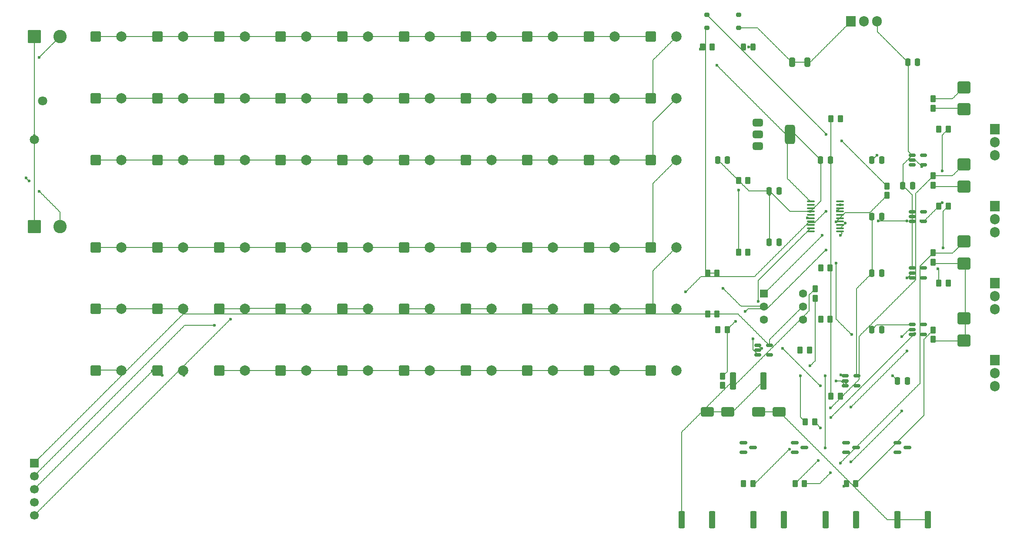
<source format=gtl>
%TF.GenerationSoftware,KiCad,Pcbnew,9.0.7*%
%TF.CreationDate,2026-01-19T08:33:36-08:00*%
%TF.ProjectId,softstart,736f6674-7374-4617-9274-2e6b69636164,B*%
%TF.SameCoordinates,Original*%
%TF.FileFunction,Copper,L1,Top*%
%TF.FilePolarity,Positive*%
%FSLAX46Y46*%
G04 Gerber Fmt 4.6, Leading zero omitted, Abs format (unit mm)*
G04 Created by KiCad (PCBNEW 9.0.7) date 2026-01-19 08:33:36*
%MOMM*%
%LPD*%
G01*
G04 APERTURE LIST*
G04 Aperture macros list*
%AMRoundRect*
0 Rectangle with rounded corners*
0 $1 Rounding radius*
0 $2 $3 $4 $5 $6 $7 $8 $9 X,Y pos of 4 corners*
0 Add a 4 corners polygon primitive as box body*
4,1,4,$2,$3,$4,$5,$6,$7,$8,$9,$2,$3,0*
0 Add four circle primitives for the rounded corners*
1,1,$1+$1,$2,$3*
1,1,$1+$1,$4,$5*
1,1,$1+$1,$6,$7*
1,1,$1+$1,$8,$9*
0 Add four rect primitives between the rounded corners*
20,1,$1+$1,$2,$3,$4,$5,0*
20,1,$1+$1,$4,$5,$6,$7,0*
20,1,$1+$1,$6,$7,$8,$9,0*
20,1,$1+$1,$8,$9,$2,$3,0*%
G04 Aperture macros list end*
%TA.AperFunction,SMDPad,CuDef*%
%ADD10RoundRect,0.250000X-0.250000X-0.475000X0.250000X-0.475000X0.250000X0.475000X-0.250000X0.475000X0*%
%TD*%
%TA.AperFunction,SMDPad,CuDef*%
%ADD11RoundRect,0.250000X-0.325000X-0.650000X0.325000X-0.650000X0.325000X0.650000X-0.325000X0.650000X0*%
%TD*%
%TA.AperFunction,ComponentPad*%
%ADD12RoundRect,0.250000X-0.750000X-0.750000X0.750000X-0.750000X0.750000X0.750000X-0.750000X0.750000X0*%
%TD*%
%TA.AperFunction,ComponentPad*%
%ADD13C,2.000000*%
%TD*%
%TA.AperFunction,SMDPad,CuDef*%
%ADD14RoundRect,0.250000X-1.000000X-0.900000X1.000000X-0.900000X1.000000X0.900000X-1.000000X0.900000X0*%
%TD*%
%TA.AperFunction,SMDPad,CuDef*%
%ADD15RoundRect,0.200000X-0.300000X-0.200000X0.300000X-0.200000X0.300000X0.200000X-0.300000X0.200000X0*%
%TD*%
%TA.AperFunction,SMDPad,CuDef*%
%ADD16RoundRect,0.250000X-1.000000X-0.650000X1.000000X-0.650000X1.000000X0.650000X-1.000000X0.650000X0*%
%TD*%
%TA.AperFunction,SMDPad,CuDef*%
%ADD17RoundRect,0.243750X-0.243750X-0.456250X0.243750X-0.456250X0.243750X0.456250X-0.243750X0.456250X0*%
%TD*%
%TA.AperFunction,ComponentPad*%
%ADD18RoundRect,0.250000X-1.050000X-1.050000X1.050000X-1.050000X1.050000X1.050000X-1.050000X1.050000X0*%
%TD*%
%TA.AperFunction,ComponentPad*%
%ADD19C,2.600000*%
%TD*%
%TA.AperFunction,ComponentPad*%
%ADD20R,1.700000X1.700000*%
%TD*%
%TA.AperFunction,ComponentPad*%
%ADD21C,1.700000*%
%TD*%
%TA.AperFunction,ComponentPad*%
%ADD22R,1.905000X2.000000*%
%TD*%
%TA.AperFunction,ComponentPad*%
%ADD23O,1.905000X2.000000*%
%TD*%
%TA.AperFunction,SMDPad,CuDef*%
%ADD24RoundRect,0.150000X-0.587500X-0.150000X0.587500X-0.150000X0.587500X0.150000X-0.587500X0.150000X0*%
%TD*%
%TA.AperFunction,SMDPad,CuDef*%
%ADD25RoundRect,0.250000X-0.262500X-0.450000X0.262500X-0.450000X0.262500X0.450000X-0.262500X0.450000X0*%
%TD*%
%TA.AperFunction,SMDPad,CuDef*%
%ADD26RoundRect,0.250000X-0.362500X-1.425000X0.362500X-1.425000X0.362500X1.425000X-0.362500X1.425000X0*%
%TD*%
%TA.AperFunction,ComponentPad*%
%ADD27C,1.800000*%
%TD*%
%TA.AperFunction,SMDPad,CuDef*%
%ADD28RoundRect,0.100000X-0.637500X-0.100000X0.637500X-0.100000X0.637500X0.100000X-0.637500X0.100000X0*%
%TD*%
%TA.AperFunction,SMDPad,CuDef*%
%ADD29RoundRect,0.150000X-0.512500X-0.150000X0.512500X-0.150000X0.512500X0.150000X-0.512500X0.150000X0*%
%TD*%
%TA.AperFunction,ComponentPad*%
%ADD30RoundRect,0.250000X-0.550000X-0.550000X0.550000X-0.550000X0.550000X0.550000X-0.550000X0.550000X0*%
%TD*%
%TA.AperFunction,ComponentPad*%
%ADD31C,1.600000*%
%TD*%
%TA.AperFunction,SMDPad,CuDef*%
%ADD32RoundRect,0.375000X-0.625000X-0.375000X0.625000X-0.375000X0.625000X0.375000X-0.625000X0.375000X0*%
%TD*%
%TA.AperFunction,SMDPad,CuDef*%
%ADD33RoundRect,0.500000X-0.500000X-1.400000X0.500000X-1.400000X0.500000X1.400000X-0.500000X1.400000X0*%
%TD*%
%TA.AperFunction,ViaPad*%
%ADD34C,0.600000*%
%TD*%
%TA.AperFunction,Conductor*%
%ADD35C,0.200000*%
%TD*%
G04 APERTURE END LIST*
D10*
%TO.P,C1,1*%
%TO.N,+3.3V*%
X187550000Y-84000000D03*
%TO.P,C1,2*%
%TO.N,GND*%
X189450000Y-84000000D03*
%TD*%
%TO.P,C2,1*%
%TO.N,+3.3V*%
X207550000Y-84000000D03*
%TO.P,C2,2*%
%TO.N,GND*%
X209450000Y-84000000D03*
%TD*%
%TO.P,C3,1*%
%TO.N,+3.3V*%
X197550000Y-90000000D03*
%TO.P,C3,2*%
%TO.N,GND*%
X199450000Y-90000000D03*
%TD*%
%TO.P,C4,1*%
%TO.N,+3.3V*%
X197550000Y-100000000D03*
%TO.P,C4,2*%
%TO.N,GND*%
X199450000Y-100000000D03*
%TD*%
%TO.P,C5,1*%
%TO.N,OCP_TRIP*%
X222550000Y-127000000D03*
%TO.P,C5,2*%
%TO.N,GND*%
X224450000Y-127000000D03*
%TD*%
D11*
%TO.P,C8,1*%
%TO.N,Net-(D5-+)*%
X202025000Y-65000000D03*
%TO.P,C8,2*%
%TO.N,GND*%
X204975000Y-65000000D03*
%TD*%
D10*
%TO.P,C9,1*%
%TO.N,/+12V*%
X224550000Y-65000000D03*
%TO.P,C9,2*%
%TO.N,GND*%
X226450000Y-65000000D03*
%TD*%
%TO.P,C10,1*%
%TO.N,/+12V*%
X217550000Y-84000000D03*
%TO.P,C10,2*%
%TO.N,GND*%
X219450000Y-84000000D03*
%TD*%
%TO.P,C11,1*%
%TO.N,+3.3V*%
X217550000Y-95000000D03*
%TO.P,C11,2*%
%TO.N,GND*%
X219450000Y-95000000D03*
%TD*%
%TO.P,C12,1*%
%TO.N,+3.3V*%
X217550000Y-106000000D03*
%TO.P,C12,2*%
%TO.N,GND*%
X219450000Y-106000000D03*
%TD*%
%TO.P,C13,1*%
%TO.N,/+12V*%
X217550000Y-117000000D03*
%TO.P,C13,2*%
%TO.N,GND*%
X219450000Y-117000000D03*
%TD*%
%TO.P,C14,1*%
%TO.N,/+12V*%
X223550000Y-89000000D03*
%TO.P,C14,2*%
%TO.N,GND*%
X225450000Y-89000000D03*
%TD*%
D12*
%TO.P,C101,1*%
%TO.N,/SC_POS_PLUS*%
X66500000Y-60000000D03*
D13*
%TO.P,C101,2*%
X71500000Y-60000000D03*
%TD*%
D12*
%TO.P,C102,1*%
%TO.N,/SC_POS_PLUS*%
X78500000Y-60000000D03*
D13*
%TO.P,C102,2*%
X83500000Y-60000000D03*
%TD*%
D12*
%TO.P,C103,1*%
%TO.N,/SC_POS_PLUS*%
X90500000Y-60000000D03*
D13*
%TO.P,C103,2*%
X95500000Y-60000000D03*
%TD*%
D12*
%TO.P,C104,1*%
%TO.N,/SC_POS_PLUS*%
X102500000Y-60000000D03*
D13*
%TO.P,C104,2*%
X107500000Y-60000000D03*
%TD*%
D12*
%TO.P,C105,1*%
%TO.N,/SC_POS_PLUS*%
X114500000Y-60000000D03*
D13*
%TO.P,C105,2*%
X119500000Y-60000000D03*
%TD*%
D12*
%TO.P,C106,1*%
%TO.N,/SC_POS_PLUS*%
X126500000Y-60000000D03*
D13*
%TO.P,C106,2*%
X131500000Y-60000000D03*
%TD*%
D12*
%TO.P,C107,1*%
%TO.N,/SC_POS_PLUS*%
X138500000Y-60000000D03*
D13*
%TO.P,C107,2*%
X143500000Y-60000000D03*
%TD*%
D12*
%TO.P,C108,1*%
%TO.N,/SC_POS_PLUS*%
X150500000Y-60000000D03*
D13*
%TO.P,C108,2*%
X155500000Y-60000000D03*
%TD*%
D12*
%TO.P,C109,1*%
%TO.N,/SC_POS_PLUS*%
X162500000Y-60000000D03*
D13*
%TO.P,C109,2*%
X167500000Y-60000000D03*
%TD*%
D12*
%TO.P,C110,1*%
%TO.N,/SC_POS_PLUS*%
X174500000Y-60000000D03*
D13*
%TO.P,C110,2*%
%TO.N,Net-(C110-Pad2)*%
X179500000Y-60000000D03*
%TD*%
D12*
%TO.P,C111,1*%
%TO.N,Net-(C110-Pad2)*%
X66500000Y-72000000D03*
D13*
%TO.P,C111,2*%
X71500000Y-72000000D03*
%TD*%
D12*
%TO.P,C112,1*%
%TO.N,Net-(C110-Pad2)*%
X78500000Y-72000000D03*
D13*
%TO.P,C112,2*%
X83500000Y-72000000D03*
%TD*%
D12*
%TO.P,C113,1*%
%TO.N,Net-(C110-Pad2)*%
X90500000Y-72000000D03*
D13*
%TO.P,C113,2*%
X95500000Y-72000000D03*
%TD*%
D12*
%TO.P,C114,1*%
%TO.N,Net-(C110-Pad2)*%
X102500000Y-72000000D03*
D13*
%TO.P,C114,2*%
X107500000Y-72000000D03*
%TD*%
D12*
%TO.P,C115,1*%
%TO.N,Net-(C110-Pad2)*%
X114500000Y-72000000D03*
D13*
%TO.P,C115,2*%
X119500000Y-72000000D03*
%TD*%
D12*
%TO.P,C116,1*%
%TO.N,Net-(C110-Pad2)*%
X126500000Y-72000000D03*
D13*
%TO.P,C116,2*%
X131500000Y-72000000D03*
%TD*%
D12*
%TO.P,C117,1*%
%TO.N,Net-(C110-Pad2)*%
X138500000Y-72000000D03*
D13*
%TO.P,C117,2*%
X143500000Y-72000000D03*
%TD*%
D12*
%TO.P,C118,1*%
%TO.N,Net-(C110-Pad2)*%
X150500000Y-72000000D03*
D13*
%TO.P,C118,2*%
X155500000Y-72000000D03*
%TD*%
D12*
%TO.P,C119,1*%
%TO.N,Net-(C110-Pad2)*%
X162500000Y-72000000D03*
D13*
%TO.P,C119,2*%
X167500000Y-72000000D03*
%TD*%
D12*
%TO.P,C120,1*%
%TO.N,Net-(C110-Pad2)*%
X174500000Y-72000000D03*
D13*
%TO.P,C120,2*%
%TO.N,Net-(C120-Pad2)*%
X179500000Y-72000000D03*
%TD*%
D12*
%TO.P,C121,1*%
%TO.N,Net-(C120-Pad2)*%
X66500000Y-84000000D03*
D13*
%TO.P,C121,2*%
X71500000Y-84000000D03*
%TD*%
D12*
%TO.P,C122,1*%
%TO.N,Net-(C120-Pad2)*%
X78500000Y-84000000D03*
D13*
%TO.P,C122,2*%
X83500000Y-84000000D03*
%TD*%
D12*
%TO.P,C123,1*%
%TO.N,Net-(C120-Pad2)*%
X90500000Y-84000000D03*
D13*
%TO.P,C123,2*%
X95500000Y-84000000D03*
%TD*%
D12*
%TO.P,C124,1*%
%TO.N,Net-(C120-Pad2)*%
X102500000Y-84000000D03*
D13*
%TO.P,C124,2*%
X107500000Y-84000000D03*
%TD*%
D12*
%TO.P,C125,1*%
%TO.N,Net-(C120-Pad2)*%
X114500000Y-84000000D03*
D13*
%TO.P,C125,2*%
X119500000Y-84000000D03*
%TD*%
D12*
%TO.P,C126,1*%
%TO.N,Net-(C120-Pad2)*%
X126500000Y-84000000D03*
D13*
%TO.P,C126,2*%
X131500000Y-84000000D03*
%TD*%
D12*
%TO.P,C127,1*%
%TO.N,Net-(C120-Pad2)*%
X138500000Y-84000000D03*
D13*
%TO.P,C127,2*%
X143500000Y-84000000D03*
%TD*%
D12*
%TO.P,C128,1*%
%TO.N,Net-(C120-Pad2)*%
X150500000Y-84000000D03*
D13*
%TO.P,C128,2*%
X155500000Y-84000000D03*
%TD*%
D12*
%TO.P,C129,1*%
%TO.N,Net-(C120-Pad2)*%
X162500000Y-84000000D03*
D13*
%TO.P,C129,2*%
X167500000Y-84000000D03*
%TD*%
D12*
%TO.P,C130,1*%
%TO.N,Net-(C120-Pad2)*%
X174500000Y-84000000D03*
D13*
%TO.P,C130,2*%
%TO.N,/SC_NEG_PLUS*%
X179500000Y-84000000D03*
%TD*%
D12*
%TO.P,C131,1*%
%TO.N,/SC_NEG_PLUS*%
X66500000Y-101000000D03*
D13*
%TO.P,C131,2*%
X71500000Y-101000000D03*
%TD*%
D12*
%TO.P,C132,1*%
%TO.N,/SC_NEG_PLUS*%
X78500000Y-101000000D03*
D13*
%TO.P,C132,2*%
X83500000Y-101000000D03*
%TD*%
D12*
%TO.P,C133,1*%
%TO.N,/SC_NEG_PLUS*%
X90500000Y-101000000D03*
D13*
%TO.P,C133,2*%
X95500000Y-101000000D03*
%TD*%
D12*
%TO.P,C134,1*%
%TO.N,/SC_NEG_PLUS*%
X102500000Y-101000000D03*
D13*
%TO.P,C134,2*%
X107500000Y-101000000D03*
%TD*%
D12*
%TO.P,C135,1*%
%TO.N,/SC_NEG_PLUS*%
X114500000Y-101000000D03*
D13*
%TO.P,C135,2*%
X119500000Y-101000000D03*
%TD*%
D12*
%TO.P,C136,1*%
%TO.N,/SC_NEG_PLUS*%
X126500000Y-101000000D03*
D13*
%TO.P,C136,2*%
X131500000Y-101000000D03*
%TD*%
D12*
%TO.P,C137,1*%
%TO.N,/SC_NEG_PLUS*%
X138500000Y-101000000D03*
D13*
%TO.P,C137,2*%
X143500000Y-101000000D03*
%TD*%
D12*
%TO.P,C138,1*%
%TO.N,/SC_NEG_PLUS*%
X150500000Y-101000000D03*
D13*
%TO.P,C138,2*%
X155500000Y-101000000D03*
%TD*%
D12*
%TO.P,C139,1*%
%TO.N,/SC_NEG_PLUS*%
X162500000Y-101000000D03*
D13*
%TO.P,C139,2*%
X167500000Y-101000000D03*
%TD*%
D12*
%TO.P,C140,1*%
%TO.N,/SC_NEG_PLUS*%
X174500000Y-101000000D03*
D13*
%TO.P,C140,2*%
%TO.N,Net-(C140-Pad2)*%
X179500000Y-101000000D03*
%TD*%
D12*
%TO.P,C141,1*%
%TO.N,Net-(C140-Pad2)*%
X66500000Y-113000000D03*
D13*
%TO.P,C141,2*%
X71500000Y-113000000D03*
%TD*%
D12*
%TO.P,C142,1*%
%TO.N,Net-(C140-Pad2)*%
X78500000Y-113000000D03*
D13*
%TO.P,C142,2*%
X83500000Y-113000000D03*
%TD*%
D12*
%TO.P,C143,1*%
%TO.N,Net-(C140-Pad2)*%
X90500000Y-113000000D03*
D13*
%TO.P,C143,2*%
X95500000Y-113000000D03*
%TD*%
D12*
%TO.P,C144,1*%
%TO.N,Net-(C140-Pad2)*%
X102500000Y-113000000D03*
D13*
%TO.P,C144,2*%
X107500000Y-113000000D03*
%TD*%
D12*
%TO.P,C145,1*%
%TO.N,Net-(C140-Pad2)*%
X114500000Y-113000000D03*
D13*
%TO.P,C145,2*%
X119500000Y-113000000D03*
%TD*%
D12*
%TO.P,C146,1*%
%TO.N,Net-(C140-Pad2)*%
X126500000Y-113000000D03*
D13*
%TO.P,C146,2*%
X131500000Y-113000000D03*
%TD*%
D12*
%TO.P,C147,1*%
%TO.N,Net-(C140-Pad2)*%
X138500000Y-113000000D03*
D13*
%TO.P,C147,2*%
X143500000Y-113000000D03*
%TD*%
D12*
%TO.P,C148,1*%
%TO.N,Net-(C140-Pad2)*%
X150500000Y-113000000D03*
D13*
%TO.P,C148,2*%
X155500000Y-113000000D03*
%TD*%
D12*
%TO.P,C149,1*%
%TO.N,Net-(C140-Pad2)*%
X162500000Y-113000000D03*
D13*
%TO.P,C149,2*%
X167500000Y-113000000D03*
%TD*%
D12*
%TO.P,C150,1*%
%TO.N,Net-(C140-Pad2)*%
X174500000Y-113000000D03*
D13*
%TO.P,C150,2*%
%TO.N,Net-(C150-Pad2)*%
X179500000Y-113000000D03*
%TD*%
D12*
%TO.P,C151,1*%
%TO.N,Net-(C150-Pad2)*%
X66500000Y-125000000D03*
D13*
%TO.P,C151,2*%
X71500000Y-125000000D03*
%TD*%
D12*
%TO.P,C152,1*%
%TO.N,Net-(C150-Pad2)*%
X78500000Y-125000000D03*
D13*
%TO.P,C152,2*%
X83500000Y-125000000D03*
%TD*%
D12*
%TO.P,C153,1*%
%TO.N,Net-(C150-Pad2)*%
X90500000Y-125000000D03*
D13*
%TO.P,C153,2*%
X95500000Y-125000000D03*
%TD*%
D12*
%TO.P,C154,1*%
%TO.N,Net-(C150-Pad2)*%
X102500000Y-125000000D03*
D13*
%TO.P,C154,2*%
X107500000Y-125000000D03*
%TD*%
D12*
%TO.P,C155,1*%
%TO.N,Net-(C150-Pad2)*%
X114500000Y-125000000D03*
D13*
%TO.P,C155,2*%
X119500000Y-125000000D03*
%TD*%
D12*
%TO.P,C156,1*%
%TO.N,Net-(C150-Pad2)*%
X126500000Y-125000000D03*
D13*
%TO.P,C156,2*%
X131500000Y-125000000D03*
%TD*%
D12*
%TO.P,C157,1*%
%TO.N,Net-(C150-Pad2)*%
X138500000Y-125000000D03*
D13*
%TO.P,C157,2*%
X143500000Y-125000000D03*
%TD*%
D12*
%TO.P,C158,1*%
%TO.N,Net-(C150-Pad2)*%
X150500000Y-125000000D03*
D13*
%TO.P,C158,2*%
X155500000Y-125000000D03*
%TD*%
D12*
%TO.P,C159,1*%
%TO.N,Net-(C150-Pad2)*%
X162500000Y-125000000D03*
D13*
%TO.P,C159,2*%
X167500000Y-125000000D03*
%TD*%
D12*
%TO.P,C160,1*%
%TO.N,Net-(C150-Pad2)*%
X174500000Y-125000000D03*
D13*
%TO.P,C160,2*%
%TO.N,GND*%
X179500000Y-125000000D03*
%TD*%
D14*
%TO.P,D1,1*%
%TO.N,Net-(D1-A1)*%
X235500000Y-74150000D03*
%TO.P,D1,2*%
%TO.N,/SC_POS_PLUS*%
X235500000Y-69850000D03*
%TD*%
%TO.P,D2,1*%
%TO.N,Net-(D2-A1)*%
X235500000Y-89150000D03*
%TO.P,D2,2*%
%TO.N,/SC_POS_PLUS*%
X235500000Y-84850000D03*
%TD*%
%TO.P,D3,1*%
%TO.N,Net-(D3-A1)*%
X235500000Y-104150000D03*
%TO.P,D3,2*%
%TO.N,Net-(D3-A2)*%
X235500000Y-99850000D03*
%TD*%
%TO.P,D4,1*%
%TO.N,Net-(D4-A1)*%
X235500000Y-119150000D03*
%TO.P,D4,2*%
%TO.N,Net-(D3-A2)*%
X235500000Y-114850000D03*
%TD*%
D15*
%TO.P,D5,1*%
%TO.N,AC_L*%
X185425000Y-55730000D03*
%TO.P,D5,2*%
%TO.N,AC_N*%
X185425000Y-58270000D03*
%TO.P,D5,3*%
%TO.N,Net-(D5-+)*%
X191575000Y-58270000D03*
%TO.P,D5,4*%
%TO.N,GND*%
X191575000Y-55730000D03*
%TD*%
D16*
%TO.P,D6,1*%
%TO.N,/SC_POS_PLUS*%
X185500000Y-133000000D03*
%TO.P,D6,2*%
X189500000Y-133000000D03*
%TD*%
%TO.P,D7,1*%
%TO.N,/SC_NEG_PLUS*%
X195500000Y-133000000D03*
%TO.P,D7,2*%
X199500000Y-133000000D03*
%TD*%
D17*
%TO.P,D8,1*%
%TO.N,GND*%
X192562500Y-62000000D03*
%TO.P,D8,2*%
%TO.N,Net-(D8-A)*%
X194437500Y-62000000D03*
%TD*%
D18*
%TO.P,J1,1*%
%TO.N,AC_L*%
X54500000Y-60000000D03*
D19*
%TO.P,J1,2*%
%TO.N,AC_N*%
X59500000Y-60000000D03*
%TD*%
D18*
%TO.P,J2,1*%
%TO.N,AC_L*%
X54500000Y-97000000D03*
D19*
%TO.P,J2,2*%
%TO.N,AC_N*%
X59500000Y-97000000D03*
%TD*%
D20*
%TO.P,J3,1*%
%TO.N,+3.3V*%
X54500000Y-143000000D03*
D21*
%TO.P,J3,2*%
%TO.N,SWDIO*%
X54500000Y-145540000D03*
%TO.P,J3,3*%
%TO.N,SWCLK*%
X54500000Y-148080000D03*
%TO.P,J3,4*%
%TO.N,GND*%
X54500000Y-150620000D03*
%TO.P,J3,5*%
%TO.N,NRST*%
X54500000Y-153160000D03*
%TD*%
D22*
%TO.P,Q1,1*%
%TO.N,N/C*%
X241500000Y-78000000D03*
D23*
%TO.P,Q1,2*%
X241500000Y-80540000D03*
%TO.P,Q1,3*%
X241500000Y-83080000D03*
%TD*%
D22*
%TO.P,Q2,1*%
%TO.N,N/C*%
X241500000Y-93000000D03*
D23*
%TO.P,Q2,2*%
X241500000Y-95540000D03*
%TO.P,Q2,3*%
X241500000Y-98080000D03*
%TD*%
D22*
%TO.P,Q3,1*%
%TO.N,N/C*%
X241500000Y-108000000D03*
D23*
%TO.P,Q3,2*%
X241500000Y-110540000D03*
%TO.P,Q3,3*%
X241500000Y-113080000D03*
%TD*%
D22*
%TO.P,Q4,1*%
%TO.N,N/C*%
X241500000Y-123000000D03*
D23*
%TO.P,Q4,2*%
X241500000Y-125540000D03*
%TO.P,Q4,3*%
X241500000Y-128080000D03*
%TD*%
D24*
%TO.P,Q5,1*%
%TO.N,N/C*%
X192562500Y-139050000D03*
%TO.P,Q5,2*%
X192562500Y-140950000D03*
%TO.P,Q5,3*%
X194437500Y-140000000D03*
%TD*%
%TO.P,Q6,1*%
%TO.N,N/C*%
X202562500Y-139050000D03*
%TO.P,Q6,2*%
X202562500Y-140950000D03*
%TO.P,Q6,3*%
X204437500Y-140000000D03*
%TD*%
%TO.P,Q7,1*%
%TO.N,N/C*%
X212562500Y-139050000D03*
%TO.P,Q7,2*%
X212562500Y-140950000D03*
%TO.P,Q7,3*%
X214437500Y-140000000D03*
%TD*%
%TO.P,Q8,1*%
%TO.N,N/C*%
X222562500Y-139050000D03*
%TO.P,Q8,2*%
X222562500Y-140950000D03*
%TO.P,Q8,3*%
X224437500Y-140000000D03*
%TD*%
D25*
%TO.P,R1,1*%
%TO.N,AC_L*%
X220500000Y-90912500D03*
%TO.P,R1,2*%
%TO.N,Net-(R1-Pad2)*%
X220500000Y-89087500D03*
%TD*%
%TO.P,R2,1*%
%TO.N,AC_N*%
X185587500Y-106000000D03*
%TO.P,R2,2*%
X187412500Y-106000000D03*
%TD*%
%TO.P,R3,1*%
%TO.N,+3.3V*%
X185587500Y-114000000D03*
%TO.P,R3,2*%
%TO.N,ZC_OUT*%
X187412500Y-114000000D03*
%TD*%
%TO.P,R4,1*%
%TO.N,/BUS_POS*%
X206500000Y-110912500D03*
%TO.P,R4,2*%
%TO.N,V_BUS*%
X206500000Y-109087500D03*
%TD*%
%TO.P,R5,1*%
%TO.N,V_BUS*%
X204587500Y-135000000D03*
%TO.P,R5,2*%
%TO.N,Net-(R5-Pad2)*%
X206412500Y-135000000D03*
%TD*%
%TO.P,R6,1*%
%TO.N,/SC_POS_PLUS*%
X187587500Y-117000000D03*
%TO.P,R6,2*%
%TO.N,V_SC_POS*%
X189412500Y-117000000D03*
%TD*%
%TO.P,R7,1*%
%TO.N,V_SC_POS*%
X188500000Y-127912500D03*
%TO.P,R7,2*%
%TO.N,GND*%
X188500000Y-126087500D03*
%TD*%
%TO.P,R8,1*%
%TO.N,/SC_NEG_PLUS*%
X230587500Y-78000000D03*
%TO.P,R8,2*%
%TO.N,V_SC_NEG*%
X232412500Y-78000000D03*
%TD*%
%TO.P,R9,1*%
%TO.N,V_SC_NEG*%
X230587500Y-93000000D03*
%TO.P,R9,2*%
%TO.N,Net-(R5-Pad2)*%
X232412500Y-93000000D03*
%TD*%
%TO.P,R10,1*%
%TO.N,Net-(U2-OUTH)*%
X230587500Y-108000000D03*
%TO.P,R10,2*%
%TO.N,Net-(D1-A1)*%
X232412500Y-108000000D03*
%TD*%
%TO.P,R11,1*%
%TO.N,Net-(U3-OUTH)*%
X192587500Y-147000000D03*
%TO.P,R11,2*%
%TO.N,Net-(D2-A1)*%
X194412500Y-147000000D03*
%TD*%
%TO.P,R12,1*%
%TO.N,Net-(U9-OUTH)*%
X202587500Y-147000000D03*
%TO.P,R12,2*%
%TO.N,Net-(D3-A1)*%
X204412500Y-147000000D03*
%TD*%
%TO.P,R13,1*%
%TO.N,Net-(U10-OUTH)*%
X212587500Y-147000000D03*
%TO.P,R13,2*%
%TO.N,Net-(D4-A1)*%
X214412500Y-147000000D03*
%TD*%
%TO.P,R14,1*%
%TO.N,/NRST_INV*%
X209587500Y-76000000D03*
%TO.P,R14,2*%
%TO.N,Net-(Q7-PadG)*%
X211412500Y-76000000D03*
%TD*%
%TO.P,R15,1*%
%TO.N,/NRST_INV*%
X209587500Y-130000000D03*
%TO.P,R15,2*%
%TO.N,Net-(Q8-PadG)*%
X211412500Y-130000000D03*
%TD*%
D26*
%TO.P,R16,1*%
%TO.N,/BUS_POS*%
X180537500Y-154000000D03*
%TO.P,R16,2*%
%TO.N,PRECHG_POS*%
X186462500Y-154000000D03*
%TD*%
%TO.P,R17,1*%
%TO.N,/BUS_NEG*%
X194537500Y-154000000D03*
%TO.P,R17,2*%
%TO.N,PRECHG_NEG*%
X200462500Y-154000000D03*
%TD*%
D25*
%TO.P,R18,1*%
%TO.N,+3.3V*%
X191587500Y-88000000D03*
%TO.P,R18,2*%
%TO.N,Net-(U5--)*%
X193412500Y-88000000D03*
%TD*%
%TO.P,R19,1*%
%TO.N,Net-(U5--)*%
X191587500Y-102000000D03*
%TO.P,R19,2*%
%TO.N,GND*%
X193412500Y-102000000D03*
%TD*%
%TO.P,R20,1*%
%TO.N,Net-(R20-Pad1)*%
X203587500Y-121000000D03*
%TO.P,R20,2*%
%TO.N,OCP_TRIP*%
X205412500Y-121000000D03*
%TD*%
%TO.P,R21,1*%
%TO.N,GND*%
X207587500Y-105000000D03*
%TO.P,R21,2*%
%TO.N,PRECHG_POS*%
X209412500Y-105000000D03*
%TD*%
%TO.P,R22,1*%
%TO.N,GND*%
X207587500Y-115000000D03*
%TO.P,R22,2*%
%TO.N,PRECHG_NEG*%
X209412500Y-115000000D03*
%TD*%
D26*
%TO.P,R23,1*%
%TO.N,AC_L*%
X208537500Y-154000000D03*
%TO.P,R23,2*%
%TO.N,/SC_POS_PLUS*%
X214462500Y-154000000D03*
%TD*%
%TO.P,R24,1*%
%TO.N,AC_N*%
X222537500Y-154000000D03*
%TO.P,R24,2*%
%TO.N,/SC_NEG_PLUS*%
X228462500Y-154000000D03*
%TD*%
D25*
%TO.P,R25,1*%
%TO.N,LED_STATUS*%
X184587500Y-62000000D03*
%TO.P,R25,2*%
%TO.N,Net-(D8-A)*%
X186412500Y-62000000D03*
%TD*%
D27*
%TO.P,RV1,1*%
%TO.N,AC_L*%
X54500000Y-80000000D03*
%TO.P,RV1,2*%
%TO.N,AC_N*%
X56133330Y-72500000D03*
%TD*%
D25*
%TO.P,R_GB1,1*%
%TO.N,Net-(D1-A1)*%
X229500000Y-73912500D03*
%TO.P,R_GB1,2*%
%TO.N,/SC_POS_PLUS*%
X229500000Y-72087500D03*
%TD*%
%TO.P,R_GB2,1*%
%TO.N,Net-(D2-A1)*%
X229500000Y-88912500D03*
%TO.P,R_GB2,2*%
%TO.N,/SC_POS_PLUS*%
X229500000Y-87087500D03*
%TD*%
%TO.P,R_GB3,1*%
%TO.N,Net-(D3-A1)*%
X229500000Y-103912500D03*
%TO.P,R_GB3,2*%
%TO.N,Net-(D3-A2)*%
X229500000Y-102087500D03*
%TD*%
%TO.P,R_GB4,1*%
%TO.N,Net-(D4-A1)*%
X229500000Y-118912500D03*
%TO.P,R_GB4,2*%
%TO.N,Net-(D3-A2)*%
X229500000Y-117087500D03*
%TD*%
D26*
%TO.P,R_SHUNT,1*%
%TO.N,/BUS_POS*%
X190537500Y-127000000D03*
%TO.P,R_SHUNT,2*%
%TO.N,/SC_POS_PLUS*%
X196462500Y-127000000D03*
%TD*%
D28*
%TO.P,U1,1*%
%TO.N,LED_STATUS*%
X205637500Y-92075000D03*
%TO.P,U1,2*%
%TO.N,unconnected-(U1-PB9{slash}PC14-Pad2)*%
X205637500Y-92725000D03*
%TO.P,U1,3*%
%TO.N,unconnected-(U1-PC15-Pad3)*%
X205637500Y-93375000D03*
%TO.P,U1,4*%
%TO.N,+3.3V*%
X205637500Y-94025000D03*
%TO.P,U1,5*%
%TO.N,GND*%
X205637500Y-94675000D03*
%TO.P,U1,6*%
%TO.N,NRST*%
X205637500Y-95325000D03*
%TO.P,U1,7*%
%TO.N,ZC_OUT*%
X205637500Y-95975000D03*
%TO.P,U1,8*%
%TO.N,V_BUS*%
X205637500Y-96625000D03*
%TO.P,U1,9*%
%TO.N,I_SENSE*%
X205637500Y-97275000D03*
%TO.P,U1,10*%
%TO.N,OCP_TRIP*%
X205637500Y-97925000D03*
%TO.P,U1,11*%
%TO.N,V_SC_POS*%
X211362500Y-97925000D03*
%TO.P,U1,12*%
%TO.N,V_SC_NEG*%
X211362500Y-97275000D03*
%TO.P,U1,13*%
%TO.N,DRV_POS_HI*%
X211362500Y-96625000D03*
%TO.P,U1,14*%
%TO.N,DRV_POS_LO*%
X211362500Y-95975000D03*
%TO.P,U1,15*%
%TO.N,PRECHG_POS*%
X211362500Y-95325000D03*
%TO.P,U1,16*%
%TO.N,DRV_NEG_HI*%
X211362500Y-94675000D03*
%TO.P,U1,17*%
%TO.N,DRV_NEG_LO*%
X211362500Y-94025000D03*
%TO.P,U1,18*%
%TO.N,SWDIO*%
X211362500Y-93375000D03*
%TO.P,U1,19*%
%TO.N,SWCLK*%
X211362500Y-92725000D03*
%TO.P,U1,20*%
%TO.N,PRECHG_NEG*%
X211362500Y-92075000D03*
%TD*%
D29*
%TO.P,U2,1*%
%TO.N,/+12V*%
X225362500Y-83050000D03*
%TO.P,U2,2*%
%TO.N,Net-(U2-OUTH)*%
X225362500Y-84000000D03*
%TO.P,U2,3*%
%TO.N,unconnected-(U2-OUTL-Pad3)*%
X225362500Y-84950000D03*
%TO.P,U2,4*%
%TO.N,GND*%
X227637500Y-84950000D03*
%TO.P,U2,5*%
X227637500Y-83050000D03*
%TD*%
%TO.P,U3,1*%
%TO.N,/+12V*%
X225362500Y-94050000D03*
%TO.P,U3,2*%
%TO.N,Net-(U3-OUTH)*%
X225362500Y-95000000D03*
%TO.P,U3,3*%
%TO.N,unconnected-(U3-OUTL-Pad3)*%
X225362500Y-95950000D03*
%TO.P,U3,4*%
%TO.N,GND*%
X227637500Y-95950000D03*
%TO.P,U3,5*%
X227637500Y-94050000D03*
%TD*%
%TO.P,U4,1*%
%TO.N,I_SENSE*%
X212362500Y-126050000D03*
%TO.P,U4,2*%
%TO.N,GND*%
X212362500Y-127000000D03*
%TO.P,U4,3*%
%TO.N,/SC_POS_PLUS*%
X212362500Y-127950000D03*
%TO.P,U4,4*%
%TO.N,Net-(U4--)*%
X214637500Y-127950000D03*
%TO.P,U4,5*%
%TO.N,+3.3V*%
X214637500Y-126050000D03*
%TD*%
%TO.P,U5,1*%
%TO.N,I_SENSE*%
X195362500Y-120050000D03*
%TO.P,U5,2*%
%TO.N,GND*%
X195362500Y-121000000D03*
%TO.P,U5,3*%
%TO.N,Net-(U5--)*%
X195362500Y-121950000D03*
%TO.P,U5,4*%
%TO.N,Net-(R20-Pad1)*%
X197637500Y-121950000D03*
%TO.P,U5,5*%
%TO.N,+3.3V*%
X197637500Y-120050000D03*
%TD*%
D30*
%TO.P,U6,1*%
%TO.N,Net-(R1-Pad2)*%
X196500000Y-110000000D03*
D31*
%TO.P,U6,2*%
%TO.N,AC_N*%
X196500000Y-112540000D03*
%TO.P,U6,3*%
%TO.N,unconnected-(U6-NC-Pad3)*%
X196500000Y-115080000D03*
%TO.P,U6,4*%
%TO.N,GND*%
X204120000Y-115080000D03*
%TO.P,U6,5*%
%TO.N,+3.3V*%
X204120000Y-112540000D03*
%TO.P,U6,6*%
%TO.N,ZC_OUT*%
X204120000Y-110000000D03*
%TD*%
D22*
%TO.P,U7,1*%
%TO.N,Net-(D5-+)*%
X213500000Y-57000000D03*
D23*
%TO.P,U7,2*%
%TO.N,GND*%
X216040000Y-57000000D03*
%TO.P,U7,3*%
%TO.N,/+12V*%
X218580000Y-57000000D03*
%TD*%
D32*
%TO.P,U8,1*%
%TO.N,GND*%
X195350000Y-76700000D03*
%TO.P,U8,2*%
%TO.N,+3.3V*%
X195350000Y-79000000D03*
D33*
%TO.N,N/C*%
X201650000Y-79000000D03*
D32*
%TO.P,U8,3*%
%TO.N,/+12V*%
X195350000Y-81300000D03*
%TD*%
D29*
%TO.P,U9,1*%
%TO.N,/+12V*%
X225362500Y-105050000D03*
%TO.P,U9,2*%
%TO.N,Net-(U9-OUTH)*%
X225362500Y-106000000D03*
%TO.P,U9,3*%
%TO.N,unconnected-(U9-OUTL-Pad3)*%
X225362500Y-106950000D03*
%TO.P,U9,4*%
%TO.N,GND*%
X227637500Y-106950000D03*
%TO.P,U9,5*%
X227637500Y-105050000D03*
%TD*%
%TO.P,U10,1*%
%TO.N,/+12V*%
X225362500Y-116050000D03*
%TO.P,U10,2*%
%TO.N,Net-(U10-OUTH)*%
X225362500Y-117000000D03*
%TO.P,U10,3*%
%TO.N,unconnected-(U10-OUTL-Pad3)*%
X225362500Y-117950000D03*
%TO.P,U10,4*%
%TO.N,GND*%
X227637500Y-117950000D03*
%TO.P,U10,5*%
X227637500Y-116050000D03*
%TD*%
D34*
%TO.N,+3.3V*%
X197600000Y-90000000D03*
X197600000Y-90700000D03*
X205600000Y-94000000D03*
X217600000Y-95000000D03*
X197600000Y-100000000D03*
X204100000Y-112500000D03*
%TO.N,/+12V*%
X225400000Y-83100000D03*
X218500000Y-83100000D03*
X225400000Y-105100000D03*
X225400000Y-116100000D03*
X217600000Y-84000000D03*
X195400000Y-81300000D03*
%TO.N,/SC_NEG_PLUS*%
X174500000Y-101000000D03*
X195500000Y-133000000D03*
X179500000Y-84000000D03*
X230600000Y-78000000D03*
%TO.N,/SC_POS_PLUS*%
X235500000Y-74200000D03*
X235500000Y-89200000D03*
X210600000Y-127000000D03*
X196500000Y-127000000D03*
X189500000Y-133000000D03*
X187600000Y-117000000D03*
X212400000Y-127900000D03*
X214500000Y-154000000D03*
X229500000Y-88900000D03*
X212500000Y-127300000D03*
X174500000Y-60000000D03*
X229500000Y-73900000D03*
%TO.N,AC_L*%
X54500000Y-79300000D03*
X54500000Y-80000000D03*
X208600000Y-79000000D03*
X211700000Y-80300000D03*
X220500000Y-89100000D03*
X208500000Y-126000000D03*
X208500000Y-140100000D03*
X208500000Y-154000000D03*
X185400000Y-55700000D03*
X54500000Y-60000000D03*
%TO.N,AC_N*%
X53500000Y-88100000D03*
X55500000Y-90100000D03*
X185600000Y-106000000D03*
X188600000Y-109000000D03*
X55500000Y-64000000D03*
X52900000Y-87500000D03*
X185400000Y-58300000D03*
X59500000Y-60000000D03*
%TO.N,I_SENSE*%
X196100000Y-120700000D03*
X200200000Y-120700000D03*
X207500000Y-128000000D03*
X211500000Y-125800000D03*
X195400000Y-111500000D03*
X195400000Y-120000000D03*
%TO.N,LED_STATUS*%
X184200000Y-62400000D03*
X187400000Y-65600000D03*
%TO.N,NRST*%
X92700000Y-115000000D03*
X205000000Y-95300000D03*
%TO.N,Net-(C140-Pad2)*%
X168500000Y-113000000D03*
X167500000Y-113000000D03*
X162500000Y-113000000D03*
X155500000Y-113000000D03*
X150500000Y-113000000D03*
X143500000Y-113000000D03*
X138500000Y-113000000D03*
X131500000Y-113000000D03*
X126500000Y-113000000D03*
X119500000Y-113000000D03*
X114500000Y-113000000D03*
X107500000Y-113000000D03*
X90500000Y-113000000D03*
X83500000Y-113000000D03*
%TO.N,Net-(C150-Pad2)*%
X83700000Y-125900000D03*
X79400000Y-125900000D03*
X179500000Y-113000000D03*
X174500000Y-125000000D03*
%TO.N,Net-(D1-A1)*%
X229500000Y-72100000D03*
X232400000Y-108000000D03*
%TO.N,Net-(D2-A1)*%
X209500000Y-132300000D03*
X201500000Y-140300000D03*
%TO.N,Net-(D3-A1)*%
X211400000Y-143000000D03*
X209500000Y-144900000D03*
%TO.N,Net-(D8-A)*%
X193600000Y-62000000D03*
X186400000Y-62000000D03*
%TO.N,Net-(R1-Pad2)*%
X210600000Y-96000000D03*
X207900000Y-98700000D03*
%TO.N,Net-(R5-Pad2)*%
X207500000Y-136200000D03*
X209600000Y-134100000D03*
X225900000Y-117800000D03*
X231400000Y-101100000D03*
%TO.N,Net-(U2-OUTH)*%
X230400000Y-105200000D03*
X227300000Y-85300000D03*
%TO.N,Net-(U5--)*%
X193500000Y-88000000D03*
X191600000Y-89900000D03*
X191600000Y-102000000D03*
X194400000Y-118800000D03*
%TO.N,Net-(U9-OUTH)*%
X207100000Y-142500000D03*
X213500000Y-132100000D03*
X224400000Y-121200000D03*
X224400000Y-107000000D03*
%TO.N,Net-(U10-OUTH)*%
X212100000Y-147500000D03*
X213500000Y-142800000D03*
X223400000Y-132900000D03*
X223400000Y-118400000D03*
%TO.N,OCP_TRIP*%
X221600000Y-126000000D03*
X213600000Y-118000000D03*
X210600000Y-104100000D03*
X205400000Y-121000000D03*
%TO.N,SWCLK*%
X77500000Y-125100000D03*
X211400000Y-92700000D03*
%TO.N,SWDIO*%
X89600000Y-116200000D03*
X181300000Y-109700000D03*
X208600000Y-94000000D03*
X210800000Y-93900000D03*
%TO.N,V_BUS*%
X205500000Y-124100000D03*
X203600000Y-126000000D03*
%TO.N,V_SC_NEG*%
X231200000Y-86100000D03*
X231200000Y-92300000D03*
X227100000Y-95900000D03*
X224400000Y-95900000D03*
X218800000Y-95900000D03*
X212400000Y-96300000D03*
%TO.N,V_SC_POS*%
X191000000Y-115400000D03*
X192900000Y-113500000D03*
X208600000Y-101500000D03*
X211400000Y-98700000D03*
%TD*%
D35*
%TO.N,+3.3V*%
X191587500Y-88000000D02*
X191600000Y-88000000D01*
X191600000Y-88000000D02*
X191700000Y-88100000D01*
X191700000Y-88100000D02*
X191800000Y-88200000D01*
X191800000Y-88200000D02*
X191900000Y-88300000D01*
X191900000Y-88300000D02*
X192000000Y-88400000D01*
X192000000Y-88400000D02*
X192100000Y-88500000D01*
X192100000Y-88500000D02*
X192200000Y-88600000D01*
X192200000Y-88600000D02*
X192300000Y-88700000D01*
X192300000Y-88700000D02*
X192400000Y-88800000D01*
X192400000Y-88800000D02*
X192500000Y-88900000D01*
X192500000Y-88900000D02*
X192600000Y-89000000D01*
X192600000Y-89000000D02*
X192700000Y-89100000D01*
X192700000Y-89100000D02*
X192800000Y-89200000D01*
X192800000Y-89200000D02*
X192900000Y-89300000D01*
X192900000Y-89300000D02*
X193000000Y-89400000D01*
X193000000Y-89400000D02*
X193100000Y-89500000D01*
X193100000Y-89500000D02*
X193200000Y-89600000D01*
X193200000Y-89600000D02*
X193300000Y-89700000D01*
X193300000Y-89700000D02*
X193400000Y-89800000D01*
X193400000Y-89800000D02*
X193500000Y-89900000D01*
X193500000Y-89900000D02*
X193600000Y-90000000D01*
X193600000Y-90000000D02*
X193700000Y-90000000D01*
X193700000Y-90000000D02*
X193800000Y-90000000D01*
X193800000Y-90000000D02*
X193900000Y-90000000D01*
X193900000Y-90000000D02*
X194000000Y-90000000D01*
X194000000Y-90000000D02*
X194100000Y-90000000D01*
X194100000Y-90000000D02*
X194200000Y-90000000D01*
X194200000Y-90000000D02*
X194300000Y-90000000D01*
X194300000Y-90000000D02*
X194400000Y-90000000D01*
X194400000Y-90000000D02*
X194500000Y-90000000D01*
X194500000Y-90000000D02*
X194600000Y-90000000D01*
X194600000Y-90000000D02*
X194700000Y-90000000D01*
X194700000Y-90000000D02*
X194800000Y-90000000D01*
X194800000Y-90000000D02*
X194900000Y-90000000D01*
X194900000Y-90000000D02*
X195000000Y-90000000D01*
X195000000Y-90000000D02*
X195100000Y-90000000D01*
X195100000Y-90000000D02*
X195200000Y-90000000D01*
X195200000Y-90000000D02*
X195300000Y-90000000D01*
X195300000Y-90000000D02*
X195400000Y-90000000D01*
X195400000Y-90000000D02*
X195500000Y-90000000D01*
X195500000Y-90000000D02*
X195600000Y-90000000D01*
X195600000Y-90000000D02*
X195700000Y-90000000D01*
X195700000Y-90000000D02*
X195800000Y-90000000D01*
X195800000Y-90000000D02*
X195900000Y-90000000D01*
X195900000Y-90000000D02*
X196000000Y-90000000D01*
X196000000Y-90000000D02*
X196100000Y-90000000D01*
X196100000Y-90000000D02*
X196200000Y-90000000D01*
X196200000Y-90000000D02*
X196300000Y-90000000D01*
X196300000Y-90000000D02*
X196400000Y-90000000D01*
X196400000Y-90000000D02*
X196500000Y-90000000D01*
X196500000Y-90000000D02*
X196600000Y-90000000D01*
X196600000Y-90000000D02*
X196700000Y-90000000D01*
X196700000Y-90000000D02*
X196800000Y-90000000D01*
X196800000Y-90000000D02*
X196900000Y-90000000D01*
X196900000Y-90000000D02*
X197000000Y-90000000D01*
X197000000Y-90000000D02*
X197100000Y-90000000D01*
X197100000Y-90000000D02*
X197200000Y-90000000D01*
X197200000Y-90000000D02*
X197300000Y-90000000D01*
X197300000Y-90000000D02*
X197400000Y-90000000D01*
X197400000Y-90000000D02*
X197500000Y-90000000D01*
X197500000Y-90000000D02*
X197600000Y-90000000D01*
X197600000Y-90000000D02*
X197550000Y-90000000D01*
X187550000Y-84000000D02*
X187600000Y-84000000D01*
X187600000Y-84000000D02*
X187700000Y-84100000D01*
X187700000Y-84100000D02*
X187800000Y-84200000D01*
X187800000Y-84200000D02*
X187900000Y-84300000D01*
X187900000Y-84300000D02*
X188000000Y-84400000D01*
X188000000Y-84400000D02*
X188100000Y-84500000D01*
X188100000Y-84500000D02*
X188200000Y-84600000D01*
X188200000Y-84600000D02*
X188300000Y-84700000D01*
X188300000Y-84700000D02*
X188400000Y-84800000D01*
X188400000Y-84800000D02*
X188500000Y-84900000D01*
X188500000Y-84900000D02*
X188600000Y-85000000D01*
X188600000Y-85000000D02*
X188700000Y-85100000D01*
X188700000Y-85100000D02*
X188800000Y-85200000D01*
X188800000Y-85200000D02*
X188900000Y-85300000D01*
X188900000Y-85300000D02*
X189000000Y-85400000D01*
X189000000Y-85400000D02*
X189100000Y-85500000D01*
X189100000Y-85500000D02*
X189200000Y-85600000D01*
X189200000Y-85600000D02*
X189300000Y-85700000D01*
X189300000Y-85700000D02*
X189400000Y-85800000D01*
X189400000Y-85800000D02*
X189500000Y-85900000D01*
X189500000Y-85900000D02*
X189600000Y-86000000D01*
X189600000Y-86000000D02*
X189700000Y-86100000D01*
X189700000Y-86100000D02*
X189800000Y-86200000D01*
X189800000Y-86200000D02*
X189900000Y-86300000D01*
X189900000Y-86300000D02*
X190000000Y-86400000D01*
X190000000Y-86400000D02*
X190100000Y-86500000D01*
X190100000Y-86500000D02*
X190200000Y-86600000D01*
X190200000Y-86600000D02*
X190300000Y-86700000D01*
X190300000Y-86700000D02*
X190400000Y-86800000D01*
X190400000Y-86800000D02*
X190500000Y-86900000D01*
X190500000Y-86900000D02*
X190600000Y-87000000D01*
X190600000Y-87000000D02*
X190700000Y-87100000D01*
X190700000Y-87100000D02*
X190800000Y-87200000D01*
X190800000Y-87200000D02*
X190900000Y-87300000D01*
X190900000Y-87300000D02*
X191000000Y-87400000D01*
X191000000Y-87400000D02*
X191100000Y-87500000D01*
X191100000Y-87500000D02*
X191200000Y-87600000D01*
X191200000Y-87600000D02*
X191300000Y-87700000D01*
X191300000Y-87700000D02*
X191400000Y-87800000D01*
X191400000Y-87800000D02*
X191500000Y-87900000D01*
X191500000Y-87900000D02*
X191600000Y-88000000D01*
X191600000Y-88000000D02*
X191587500Y-88000000D01*
X197550000Y-90000000D02*
X197600000Y-90000000D01*
X197600000Y-90700000D02*
X197600000Y-90800000D01*
X197600000Y-90800000D02*
X197600000Y-90900000D01*
X197600000Y-90900000D02*
X197600000Y-91000000D01*
X197600000Y-91000000D02*
X197600000Y-91100000D01*
X197600000Y-91100000D02*
X197600000Y-91200000D01*
X197600000Y-91200000D02*
X197600000Y-91300000D01*
X197600000Y-91300000D02*
X197600000Y-91400000D01*
X197600000Y-91400000D02*
X197600000Y-91500000D01*
X197600000Y-91500000D02*
X197600000Y-91600000D01*
X197600000Y-91600000D02*
X197600000Y-91700000D01*
X197600000Y-91700000D02*
X197600000Y-91800000D01*
X197600000Y-91800000D02*
X197600000Y-91900000D01*
X197600000Y-91900000D02*
X197600000Y-92000000D01*
X197600000Y-92000000D02*
X197600000Y-92100000D01*
X197600000Y-92100000D02*
X197600000Y-92200000D01*
X197600000Y-92200000D02*
X197600000Y-92300000D01*
X197600000Y-92300000D02*
X197600000Y-92400000D01*
X197600000Y-92400000D02*
X197600000Y-92500000D01*
X197600000Y-92500000D02*
X197600000Y-92600000D01*
X197600000Y-92600000D02*
X197600000Y-92700000D01*
X197600000Y-92700000D02*
X197600000Y-92800000D01*
X197600000Y-92800000D02*
X197600000Y-92900000D01*
X197600000Y-92900000D02*
X197600000Y-93000000D01*
X197600000Y-93000000D02*
X197600000Y-93100000D01*
X197600000Y-93100000D02*
X197600000Y-93200000D01*
X197600000Y-93200000D02*
X197600000Y-93300000D01*
X197600000Y-93300000D02*
X197600000Y-93400000D01*
X197600000Y-93400000D02*
X197600000Y-93500000D01*
X197600000Y-93500000D02*
X197600000Y-93600000D01*
X197600000Y-93600000D02*
X197600000Y-93700000D01*
X197600000Y-93700000D02*
X197600000Y-93800000D01*
X197600000Y-93800000D02*
X197600000Y-93900000D01*
X197600000Y-93900000D02*
X197600000Y-94000000D01*
X197600000Y-94000000D02*
X197600000Y-94100000D01*
X197600000Y-94100000D02*
X197600000Y-94200000D01*
X197600000Y-94200000D02*
X197600000Y-94300000D01*
X197600000Y-94300000D02*
X197600000Y-94400000D01*
X197600000Y-94400000D02*
X197600000Y-94500000D01*
X197600000Y-94500000D02*
X197600000Y-94600000D01*
X197600000Y-94600000D02*
X197600000Y-94700000D01*
X197600000Y-94700000D02*
X197600000Y-94800000D01*
X197600000Y-94800000D02*
X197600000Y-94900000D01*
X197600000Y-94900000D02*
X197600000Y-95000000D01*
X197600000Y-95000000D02*
X197600000Y-95100000D01*
X197600000Y-95100000D02*
X197600000Y-95200000D01*
X197600000Y-95200000D02*
X197600000Y-95300000D01*
X197600000Y-95300000D02*
X197600000Y-95400000D01*
X197600000Y-95400000D02*
X197600000Y-95500000D01*
X197600000Y-95500000D02*
X197600000Y-95600000D01*
X197600000Y-95600000D02*
X197600000Y-95700000D01*
X197600000Y-95700000D02*
X197600000Y-95800000D01*
X197600000Y-95800000D02*
X197600000Y-95900000D01*
X197600000Y-95900000D02*
X197600000Y-96000000D01*
X197600000Y-96000000D02*
X197600000Y-96100000D01*
X197600000Y-96100000D02*
X197600000Y-96200000D01*
X197600000Y-96200000D02*
X197600000Y-96300000D01*
X197600000Y-96300000D02*
X197600000Y-96400000D01*
X197600000Y-96400000D02*
X197600000Y-96500000D01*
X197600000Y-96500000D02*
X197600000Y-96600000D01*
X197600000Y-96600000D02*
X197600000Y-96700000D01*
X197600000Y-96700000D02*
X197600000Y-96800000D01*
X197600000Y-96800000D02*
X197600000Y-96900000D01*
X197600000Y-96900000D02*
X197600000Y-97000000D01*
X197600000Y-97000000D02*
X197600000Y-97100000D01*
X197600000Y-97100000D02*
X197600000Y-97200000D01*
X197600000Y-97200000D02*
X197600000Y-97300000D01*
X197600000Y-97300000D02*
X197600000Y-97400000D01*
X197600000Y-97400000D02*
X197600000Y-97500000D01*
X197600000Y-97500000D02*
X197600000Y-97600000D01*
X197600000Y-97600000D02*
X197600000Y-97700000D01*
X197600000Y-97700000D02*
X197600000Y-97800000D01*
X197600000Y-97800000D02*
X197600000Y-97900000D01*
X197600000Y-97900000D02*
X197600000Y-98000000D01*
X197600000Y-98000000D02*
X197600000Y-98100000D01*
X197600000Y-98100000D02*
X197600000Y-98200000D01*
X197600000Y-98200000D02*
X197600000Y-98300000D01*
X197600000Y-98300000D02*
X197600000Y-98400000D01*
X197600000Y-98400000D02*
X197600000Y-98500000D01*
X197600000Y-98500000D02*
X197600000Y-98600000D01*
X197600000Y-98600000D02*
X197600000Y-98700000D01*
X197600000Y-98700000D02*
X197600000Y-98800000D01*
X197600000Y-98800000D02*
X197600000Y-98900000D01*
X197600000Y-98900000D02*
X197600000Y-99000000D01*
X197600000Y-99000000D02*
X197600000Y-99100000D01*
X197600000Y-99100000D02*
X197600000Y-99200000D01*
X197600000Y-99200000D02*
X197600000Y-99300000D01*
X197600000Y-99300000D02*
X197600000Y-99400000D01*
X197600000Y-99400000D02*
X197600000Y-99500000D01*
X197600000Y-99500000D02*
X197600000Y-99600000D01*
X197600000Y-99600000D02*
X197600000Y-99700000D01*
X197600000Y-99700000D02*
X197600000Y-99800000D01*
X197600000Y-99800000D02*
X197600000Y-99900000D01*
X197600000Y-99900000D02*
X197600000Y-100000000D01*
X197600000Y-100000000D02*
X197550000Y-100000000D01*
X207550000Y-84000000D02*
X207600000Y-84000000D01*
X207600000Y-84000000D02*
X207500000Y-83900000D01*
X207500000Y-83900000D02*
X207400000Y-83800000D01*
X207400000Y-83800000D02*
X207300000Y-83700000D01*
X207300000Y-83700000D02*
X207200000Y-83600000D01*
X207200000Y-83600000D02*
X207100000Y-83500000D01*
X207100000Y-83500000D02*
X207000000Y-83400000D01*
X207000000Y-83400000D02*
X206900000Y-83300000D01*
X206900000Y-83300000D02*
X206800000Y-83200000D01*
X206800000Y-83200000D02*
X206700000Y-83100000D01*
X206700000Y-83100000D02*
X206600000Y-83000000D01*
X206600000Y-83000000D02*
X206500000Y-82900000D01*
X206500000Y-82900000D02*
X206400000Y-82800000D01*
X206400000Y-82800000D02*
X206300000Y-82700000D01*
X206300000Y-82700000D02*
X206200000Y-82600000D01*
X206200000Y-82600000D02*
X206100000Y-82500000D01*
X206100000Y-82500000D02*
X206000000Y-82400000D01*
X206000000Y-82400000D02*
X205900000Y-82300000D01*
X205900000Y-82300000D02*
X205800000Y-82200000D01*
X205800000Y-82200000D02*
X205700000Y-82100000D01*
X205700000Y-82100000D02*
X205600000Y-82000000D01*
X205600000Y-82000000D02*
X205500000Y-81900000D01*
X205500000Y-81900000D02*
X205400000Y-81800000D01*
X205400000Y-81800000D02*
X205300000Y-81700000D01*
X205300000Y-81700000D02*
X205200000Y-81600000D01*
X205200000Y-81600000D02*
X205100000Y-81500000D01*
X205100000Y-81500000D02*
X205000000Y-81400000D01*
X205000000Y-81400000D02*
X204900000Y-81300000D01*
X204900000Y-81300000D02*
X204800000Y-81200000D01*
X204800000Y-81200000D02*
X204700000Y-81100000D01*
X204700000Y-81100000D02*
X204600000Y-81000000D01*
X204600000Y-81000000D02*
X204500000Y-80900000D01*
X204500000Y-80900000D02*
X204400000Y-80800000D01*
X204400000Y-80800000D02*
X204300000Y-80700000D01*
X204300000Y-80700000D02*
X204200000Y-80600000D01*
X204200000Y-80600000D02*
X204100000Y-80500000D01*
X204100000Y-80500000D02*
X204000000Y-80400000D01*
X204000000Y-80400000D02*
X203900000Y-80300000D01*
X203900000Y-80300000D02*
X203800000Y-80200000D01*
X203800000Y-80200000D02*
X203700000Y-80100000D01*
X203700000Y-80100000D02*
X203600000Y-80000000D01*
X203600000Y-80000000D02*
X203500000Y-79900000D01*
X203500000Y-79900000D02*
X203400000Y-79800000D01*
X203400000Y-79800000D02*
X203300000Y-79700000D01*
X203300000Y-79700000D02*
X203200000Y-79600000D01*
X203200000Y-79600000D02*
X203100000Y-79500000D01*
X203100000Y-79500000D02*
X203000000Y-79400000D01*
X203000000Y-79400000D02*
X202900000Y-79300000D01*
X202900000Y-79300000D02*
X202800000Y-79200000D01*
X202800000Y-79200000D02*
X202700000Y-79100000D01*
X202700000Y-79100000D02*
X202600000Y-79000000D01*
X202600000Y-79000000D02*
X202500000Y-79000000D01*
X202500000Y-79000000D02*
X202400000Y-79000000D01*
X202400000Y-79000000D02*
X202300000Y-79000000D01*
X202300000Y-79000000D02*
X202200000Y-79000000D01*
X202200000Y-79000000D02*
X202100000Y-79000000D01*
X202100000Y-79000000D02*
X202000000Y-79000000D01*
X202000000Y-79000000D02*
X201900000Y-79000000D01*
X201900000Y-79000000D02*
X201800000Y-79000000D01*
X201800000Y-79000000D02*
X201700000Y-79000000D01*
X201700000Y-79000000D02*
X201600000Y-79000000D01*
X201600000Y-79000000D02*
X201650000Y-79000000D01*
X217550000Y-95000000D02*
X217600000Y-95000000D01*
X217600000Y-95000000D02*
X217600000Y-95100000D01*
X217600000Y-95100000D02*
X217600000Y-95200000D01*
X217600000Y-95200000D02*
X217600000Y-95300000D01*
X217600000Y-95300000D02*
X217600000Y-95400000D01*
X217600000Y-95400000D02*
X217600000Y-95500000D01*
X217600000Y-95500000D02*
X217600000Y-95600000D01*
X217600000Y-95600000D02*
X217600000Y-95700000D01*
X217600000Y-95700000D02*
X217600000Y-95800000D01*
X217600000Y-95800000D02*
X217600000Y-95900000D01*
X217600000Y-95900000D02*
X217600000Y-96000000D01*
X217600000Y-96000000D02*
X217600000Y-96100000D01*
X217600000Y-96100000D02*
X217600000Y-96200000D01*
X217600000Y-96200000D02*
X217600000Y-96300000D01*
X217600000Y-96300000D02*
X217600000Y-96400000D01*
X217600000Y-96400000D02*
X217600000Y-96500000D01*
X217600000Y-96500000D02*
X217600000Y-96600000D01*
X217600000Y-96600000D02*
X217600000Y-96700000D01*
X217600000Y-96700000D02*
X217600000Y-96800000D01*
X217600000Y-96800000D02*
X217600000Y-96900000D01*
X217600000Y-96900000D02*
X217600000Y-97000000D01*
X217600000Y-97000000D02*
X217600000Y-97100000D01*
X217600000Y-97100000D02*
X217600000Y-97200000D01*
X217600000Y-97200000D02*
X217600000Y-97300000D01*
X217600000Y-97300000D02*
X217600000Y-97400000D01*
X217600000Y-97400000D02*
X217600000Y-97500000D01*
X217600000Y-97500000D02*
X217600000Y-97600000D01*
X217600000Y-97600000D02*
X217600000Y-97700000D01*
X217600000Y-97700000D02*
X217600000Y-97800000D01*
X217600000Y-97800000D02*
X217600000Y-97900000D01*
X217600000Y-97900000D02*
X217600000Y-98000000D01*
X217600000Y-98000000D02*
X217600000Y-98100000D01*
X217600000Y-98100000D02*
X217600000Y-98200000D01*
X217600000Y-98200000D02*
X217600000Y-98300000D01*
X217600000Y-98300000D02*
X217600000Y-98400000D01*
X217600000Y-98400000D02*
X217600000Y-98500000D01*
X217600000Y-98500000D02*
X217600000Y-98600000D01*
X217600000Y-98600000D02*
X217600000Y-98700000D01*
X217600000Y-98700000D02*
X217600000Y-98800000D01*
X217600000Y-98800000D02*
X217600000Y-98900000D01*
X217600000Y-98900000D02*
X217600000Y-99000000D01*
X217600000Y-99000000D02*
X217600000Y-99100000D01*
X217600000Y-99100000D02*
X217600000Y-99200000D01*
X217600000Y-99200000D02*
X217600000Y-99300000D01*
X217600000Y-99300000D02*
X217600000Y-99400000D01*
X217600000Y-99400000D02*
X217600000Y-99500000D01*
X217600000Y-99500000D02*
X217600000Y-99600000D01*
X217600000Y-99600000D02*
X217600000Y-99700000D01*
X217600000Y-99700000D02*
X217600000Y-99800000D01*
X217600000Y-99800000D02*
X217600000Y-99900000D01*
X217600000Y-99900000D02*
X217600000Y-100000000D01*
X217600000Y-100000000D02*
X217600000Y-100100000D01*
X217600000Y-100100000D02*
X217600000Y-100200000D01*
X217600000Y-100200000D02*
X217600000Y-100300000D01*
X217600000Y-100300000D02*
X217600000Y-100400000D01*
X217600000Y-100400000D02*
X217600000Y-100500000D01*
X217600000Y-100500000D02*
X217600000Y-100600000D01*
X217600000Y-100600000D02*
X217600000Y-100700000D01*
X217600000Y-100700000D02*
X217600000Y-100800000D01*
X217600000Y-100800000D02*
X217600000Y-100900000D01*
X217600000Y-100900000D02*
X217600000Y-101000000D01*
X217600000Y-101000000D02*
X217600000Y-101100000D01*
X217600000Y-101100000D02*
X217600000Y-101200000D01*
X217600000Y-101200000D02*
X217600000Y-101300000D01*
X217600000Y-101300000D02*
X217600000Y-101400000D01*
X217600000Y-101400000D02*
X217600000Y-101500000D01*
X217600000Y-101500000D02*
X217600000Y-101600000D01*
X217600000Y-101600000D02*
X217600000Y-101700000D01*
X217600000Y-101700000D02*
X217600000Y-101800000D01*
X217600000Y-101800000D02*
X217600000Y-101900000D01*
X217600000Y-101900000D02*
X217600000Y-102000000D01*
X217600000Y-102000000D02*
X217600000Y-102100000D01*
X217600000Y-102100000D02*
X217600000Y-102200000D01*
X217600000Y-102200000D02*
X217600000Y-102300000D01*
X217600000Y-102300000D02*
X217600000Y-102400000D01*
X217600000Y-102400000D02*
X217600000Y-102500000D01*
X217600000Y-102500000D02*
X217600000Y-102600000D01*
X217600000Y-102600000D02*
X217600000Y-102700000D01*
X217600000Y-102700000D02*
X217600000Y-102800000D01*
X217600000Y-102800000D02*
X217600000Y-102900000D01*
X217600000Y-102900000D02*
X217600000Y-103000000D01*
X217600000Y-103000000D02*
X217600000Y-103100000D01*
X217600000Y-103100000D02*
X217600000Y-103200000D01*
X217600000Y-103200000D02*
X217600000Y-103300000D01*
X217600000Y-103300000D02*
X217600000Y-103400000D01*
X217600000Y-103400000D02*
X217600000Y-103500000D01*
X217600000Y-103500000D02*
X217600000Y-103600000D01*
X217600000Y-103600000D02*
X217600000Y-103700000D01*
X217600000Y-103700000D02*
X217600000Y-103800000D01*
X217600000Y-103800000D02*
X217600000Y-103900000D01*
X217600000Y-103900000D02*
X217600000Y-104000000D01*
X217600000Y-104000000D02*
X217600000Y-104100000D01*
X217600000Y-104100000D02*
X217600000Y-104200000D01*
X217600000Y-104200000D02*
X217600000Y-104300000D01*
X217600000Y-104300000D02*
X217600000Y-104400000D01*
X217600000Y-104400000D02*
X217600000Y-104500000D01*
X217600000Y-104500000D02*
X217600000Y-104600000D01*
X217600000Y-104600000D02*
X217600000Y-104700000D01*
X217600000Y-104700000D02*
X217600000Y-104800000D01*
X217600000Y-104800000D02*
X217600000Y-104900000D01*
X217600000Y-104900000D02*
X217600000Y-105000000D01*
X217600000Y-105000000D02*
X217600000Y-105100000D01*
X217600000Y-105100000D02*
X217600000Y-105200000D01*
X217600000Y-105200000D02*
X217600000Y-105300000D01*
X217600000Y-105300000D02*
X217600000Y-105400000D01*
X217600000Y-105400000D02*
X217600000Y-105500000D01*
X217600000Y-105500000D02*
X217600000Y-105600000D01*
X217600000Y-105600000D02*
X217600000Y-105700000D01*
X217600000Y-105700000D02*
X217600000Y-105800000D01*
X217600000Y-105800000D02*
X217600000Y-105900000D01*
X217600000Y-105900000D02*
X217600000Y-106000000D01*
X217600000Y-106000000D02*
X217550000Y-106000000D01*
X205637500Y-94025000D02*
X205600000Y-94000000D01*
X205600000Y-94000000D02*
X205700000Y-93900000D01*
X205700000Y-93900000D02*
X205800000Y-93800000D01*
X205800000Y-93800000D02*
X205900000Y-93700000D01*
X205900000Y-93700000D02*
X206000000Y-93600000D01*
X206000000Y-93600000D02*
X206100000Y-93500000D01*
X206100000Y-93500000D02*
X206200000Y-93400000D01*
X206200000Y-93400000D02*
X206300000Y-93300000D01*
X206300000Y-93300000D02*
X206400000Y-93200000D01*
X206400000Y-93200000D02*
X206500000Y-93100000D01*
X206500000Y-93100000D02*
X206600000Y-93000000D01*
X206600000Y-93000000D02*
X206700000Y-92900000D01*
X206700000Y-92900000D02*
X206800000Y-92800000D01*
X206800000Y-92800000D02*
X206900000Y-92700000D01*
X206900000Y-92700000D02*
X207000000Y-92600000D01*
X207000000Y-92600000D02*
X207100000Y-92500000D01*
X207100000Y-92500000D02*
X207200000Y-92400000D01*
X207200000Y-92400000D02*
X207300000Y-92300000D01*
X207300000Y-92300000D02*
X207400000Y-92200000D01*
X207400000Y-92200000D02*
X207500000Y-92100000D01*
X207500000Y-92100000D02*
X207600000Y-92000000D01*
X207600000Y-92000000D02*
X207600000Y-91900000D01*
X207600000Y-91900000D02*
X207600000Y-91800000D01*
X207600000Y-91800000D02*
X207600000Y-91700000D01*
X207600000Y-91700000D02*
X207600000Y-91600000D01*
X207600000Y-91600000D02*
X207600000Y-91500000D01*
X207600000Y-91500000D02*
X207600000Y-91400000D01*
X207600000Y-91400000D02*
X207600000Y-91300000D01*
X207600000Y-91300000D02*
X207600000Y-91200000D01*
X207600000Y-91200000D02*
X207600000Y-91100000D01*
X207600000Y-91100000D02*
X207600000Y-91000000D01*
X207600000Y-91000000D02*
X207600000Y-90900000D01*
X207600000Y-90900000D02*
X207600000Y-90800000D01*
X207600000Y-90800000D02*
X207600000Y-90700000D01*
X207600000Y-90700000D02*
X207600000Y-90600000D01*
X207600000Y-90600000D02*
X207600000Y-90500000D01*
X207600000Y-90500000D02*
X207600000Y-90400000D01*
X207600000Y-90400000D02*
X207600000Y-90300000D01*
X207600000Y-90300000D02*
X207600000Y-90200000D01*
X207600000Y-90200000D02*
X207600000Y-90100000D01*
X207600000Y-90100000D02*
X207600000Y-90000000D01*
X207600000Y-90000000D02*
X207600000Y-89900000D01*
X207600000Y-89900000D02*
X207600000Y-89800000D01*
X207600000Y-89800000D02*
X207600000Y-89700000D01*
X207600000Y-89700000D02*
X207600000Y-89600000D01*
X207600000Y-89600000D02*
X207600000Y-89500000D01*
X207600000Y-89500000D02*
X207600000Y-89400000D01*
X207600000Y-89400000D02*
X207600000Y-89300000D01*
X207600000Y-89300000D02*
X207600000Y-89200000D01*
X207600000Y-89200000D02*
X207600000Y-89100000D01*
X207600000Y-89100000D02*
X207600000Y-89000000D01*
X207600000Y-89000000D02*
X207600000Y-88900000D01*
X207600000Y-88900000D02*
X207600000Y-88800000D01*
X207600000Y-88800000D02*
X207600000Y-88700000D01*
X207600000Y-88700000D02*
X207600000Y-88600000D01*
X207600000Y-88600000D02*
X207600000Y-88500000D01*
X207600000Y-88500000D02*
X207600000Y-88400000D01*
X207600000Y-88400000D02*
X207600000Y-88300000D01*
X207600000Y-88300000D02*
X207600000Y-88200000D01*
X207600000Y-88200000D02*
X207600000Y-88100000D01*
X207600000Y-88100000D02*
X207600000Y-88000000D01*
X207600000Y-88000000D02*
X207600000Y-87900000D01*
X207600000Y-87900000D02*
X207600000Y-87800000D01*
X207600000Y-87800000D02*
X207600000Y-87700000D01*
X207600000Y-87700000D02*
X207600000Y-87600000D01*
X207600000Y-87600000D02*
X207600000Y-87500000D01*
X207600000Y-87500000D02*
X207600000Y-87400000D01*
X207600000Y-87400000D02*
X207600000Y-87300000D01*
X207600000Y-87300000D02*
X207600000Y-87200000D01*
X207600000Y-87200000D02*
X207600000Y-87100000D01*
X207600000Y-87100000D02*
X207600000Y-87000000D01*
X207600000Y-87000000D02*
X207600000Y-86900000D01*
X207600000Y-86900000D02*
X207600000Y-86800000D01*
X207600000Y-86800000D02*
X207600000Y-86700000D01*
X207600000Y-86700000D02*
X207600000Y-86600000D01*
X207600000Y-86600000D02*
X207600000Y-86500000D01*
X207600000Y-86500000D02*
X207600000Y-86400000D01*
X207600000Y-86400000D02*
X207600000Y-86300000D01*
X207600000Y-86300000D02*
X207600000Y-86200000D01*
X207600000Y-86200000D02*
X207600000Y-86100000D01*
X207600000Y-86100000D02*
X207600000Y-86000000D01*
X207600000Y-86000000D02*
X207600000Y-85900000D01*
X207600000Y-85900000D02*
X207600000Y-85800000D01*
X207600000Y-85800000D02*
X207600000Y-85700000D01*
X207600000Y-85700000D02*
X207600000Y-85600000D01*
X207600000Y-85600000D02*
X207600000Y-85500000D01*
X207600000Y-85500000D02*
X207600000Y-85400000D01*
X207600000Y-85400000D02*
X207600000Y-85300000D01*
X207600000Y-85300000D02*
X207600000Y-85200000D01*
X207600000Y-85200000D02*
X207600000Y-85100000D01*
X207600000Y-85100000D02*
X207600000Y-85000000D01*
X207600000Y-85000000D02*
X207600000Y-84900000D01*
X207600000Y-84900000D02*
X207600000Y-84800000D01*
X207600000Y-84800000D02*
X207600000Y-84700000D01*
X207600000Y-84700000D02*
X207600000Y-84600000D01*
X207600000Y-84600000D02*
X207600000Y-84500000D01*
X207600000Y-84500000D02*
X207600000Y-84400000D01*
X207600000Y-84400000D02*
X207600000Y-84300000D01*
X207600000Y-84300000D02*
X207600000Y-84200000D01*
X207600000Y-84200000D02*
X207600000Y-84100000D01*
X207600000Y-84100000D02*
X207600000Y-84000000D01*
X207600000Y-84000000D02*
X207550000Y-84000000D01*
X197550000Y-90000000D02*
X197600000Y-90000000D01*
X197600000Y-90000000D02*
X197700000Y-90100000D01*
X197700000Y-90100000D02*
X197800000Y-90200000D01*
X197800000Y-90200000D02*
X197900000Y-90300000D01*
X197900000Y-90300000D02*
X198000000Y-90400000D01*
X198000000Y-90400000D02*
X198100000Y-90500000D01*
X198100000Y-90500000D02*
X198200000Y-90600000D01*
X198200000Y-90600000D02*
X198300000Y-90700000D01*
X198300000Y-90700000D02*
X198400000Y-90800000D01*
X198400000Y-90800000D02*
X198500000Y-90900000D01*
X198500000Y-90900000D02*
X198600000Y-91000000D01*
X198600000Y-91000000D02*
X198700000Y-91100000D01*
X198700000Y-91100000D02*
X198800000Y-91200000D01*
X198800000Y-91200000D02*
X198900000Y-91300000D01*
X198900000Y-91300000D02*
X199000000Y-91400000D01*
X199000000Y-91400000D02*
X199100000Y-91500000D01*
X199100000Y-91500000D02*
X199200000Y-91600000D01*
X199200000Y-91600000D02*
X199300000Y-91700000D01*
X199300000Y-91700000D02*
X199400000Y-91800000D01*
X199400000Y-91800000D02*
X199500000Y-91900000D01*
X199500000Y-91900000D02*
X199600000Y-92000000D01*
X199600000Y-92000000D02*
X199700000Y-92100000D01*
X199700000Y-92100000D02*
X199800000Y-92200000D01*
X199800000Y-92200000D02*
X199900000Y-92300000D01*
X199900000Y-92300000D02*
X200000000Y-92400000D01*
X200000000Y-92400000D02*
X200100000Y-92500000D01*
X200100000Y-92500000D02*
X200200000Y-92600000D01*
X200200000Y-92600000D02*
X200300000Y-92700000D01*
X200300000Y-92700000D02*
X200400000Y-92800000D01*
X200400000Y-92800000D02*
X200500000Y-92900000D01*
X200500000Y-92900000D02*
X200600000Y-93000000D01*
X200600000Y-93000000D02*
X200700000Y-93100000D01*
X200700000Y-93100000D02*
X200800000Y-93200000D01*
X200800000Y-93200000D02*
X200900000Y-93300000D01*
X200900000Y-93300000D02*
X201000000Y-93400000D01*
X201000000Y-93400000D02*
X201100000Y-93500000D01*
X201100000Y-93500000D02*
X201200000Y-93600000D01*
X201200000Y-93600000D02*
X201300000Y-93700000D01*
X201300000Y-93700000D02*
X201400000Y-93800000D01*
X201400000Y-93800000D02*
X201500000Y-93900000D01*
X201500000Y-93900000D02*
X201600000Y-94000000D01*
X201600000Y-94000000D02*
X201700000Y-94000000D01*
X201700000Y-94000000D02*
X201800000Y-94000000D01*
X201800000Y-94000000D02*
X201900000Y-94000000D01*
X201900000Y-94000000D02*
X202000000Y-94000000D01*
X202000000Y-94000000D02*
X202100000Y-94000000D01*
X202100000Y-94000000D02*
X202200000Y-94000000D01*
X202200000Y-94000000D02*
X202300000Y-94000000D01*
X202300000Y-94000000D02*
X202400000Y-94000000D01*
X202400000Y-94000000D02*
X202500000Y-94000000D01*
X202500000Y-94000000D02*
X202600000Y-94000000D01*
X202600000Y-94000000D02*
X202700000Y-94000000D01*
X202700000Y-94000000D02*
X202800000Y-94000000D01*
X202800000Y-94000000D02*
X202900000Y-94000000D01*
X202900000Y-94000000D02*
X203000000Y-94000000D01*
X203000000Y-94000000D02*
X203100000Y-94000000D01*
X203100000Y-94000000D02*
X203200000Y-94000000D01*
X203200000Y-94000000D02*
X203300000Y-94000000D01*
X203300000Y-94000000D02*
X203400000Y-94000000D01*
X203400000Y-94000000D02*
X203500000Y-94000000D01*
X203500000Y-94000000D02*
X203600000Y-94000000D01*
X203600000Y-94000000D02*
X203700000Y-94000000D01*
X203700000Y-94000000D02*
X203800000Y-94000000D01*
X203800000Y-94000000D02*
X203900000Y-94000000D01*
X203900000Y-94000000D02*
X204000000Y-94000000D01*
X204000000Y-94000000D02*
X204100000Y-94000000D01*
X204100000Y-94000000D02*
X204200000Y-94000000D01*
X204200000Y-94000000D02*
X204300000Y-94000000D01*
X204300000Y-94000000D02*
X204400000Y-94000000D01*
X204400000Y-94000000D02*
X204500000Y-94000000D01*
X204500000Y-94000000D02*
X204600000Y-94000000D01*
X204600000Y-94000000D02*
X204700000Y-94000000D01*
X204700000Y-94000000D02*
X204800000Y-94000000D01*
X204800000Y-94000000D02*
X204900000Y-94000000D01*
X204900000Y-94000000D02*
X205000000Y-94000000D01*
X205000000Y-94000000D02*
X205100000Y-94000000D01*
X205100000Y-94000000D02*
X205200000Y-94000000D01*
X205200000Y-94000000D02*
X205300000Y-94000000D01*
X205300000Y-94000000D02*
X205400000Y-94000000D01*
X205400000Y-94000000D02*
X205500000Y-94000000D01*
X205500000Y-94000000D02*
X205600000Y-94000000D01*
X205600000Y-94000000D02*
X205637500Y-94025000D01*
X205637500Y-94025000D02*
X205600000Y-94000000D01*
X217600000Y-95000000D02*
X217550000Y-95000000D01*
X204120000Y-112540000D02*
X204100000Y-112500000D01*
X204100000Y-112500000D02*
X204000000Y-112600000D01*
X204000000Y-112600000D02*
X203900000Y-112700000D01*
X203900000Y-112700000D02*
X203800000Y-112800000D01*
X203800000Y-112800000D02*
X203700000Y-112900000D01*
X203700000Y-112900000D02*
X203600000Y-113000000D01*
X203600000Y-113000000D02*
X203500000Y-113100000D01*
X203500000Y-113100000D02*
X203400000Y-113200000D01*
X203400000Y-113200000D02*
X203300000Y-113300000D01*
X203300000Y-113300000D02*
X203200000Y-113400000D01*
X203200000Y-113400000D02*
X203100000Y-113500000D01*
X203100000Y-113500000D02*
X203000000Y-113600000D01*
X203000000Y-113600000D02*
X202900000Y-113700000D01*
X202900000Y-113700000D02*
X202800000Y-113800000D01*
X202800000Y-113800000D02*
X202700000Y-113900000D01*
X202700000Y-113900000D02*
X202600000Y-114000000D01*
X202600000Y-114000000D02*
X202500000Y-114100000D01*
X202500000Y-114100000D02*
X202400000Y-114200000D01*
X202400000Y-114200000D02*
X202300000Y-114300000D01*
X202300000Y-114300000D02*
X202200000Y-114400000D01*
X202200000Y-114400000D02*
X202100000Y-114500000D01*
X202100000Y-114500000D02*
X202000000Y-114600000D01*
X202000000Y-114600000D02*
X201900000Y-114700000D01*
X201900000Y-114700000D02*
X201800000Y-114800000D01*
X201800000Y-114800000D02*
X201700000Y-114900000D01*
X201700000Y-114900000D02*
X201600000Y-115000000D01*
X201600000Y-115000000D02*
X201500000Y-115100000D01*
X201500000Y-115100000D02*
X201400000Y-115200000D01*
X201400000Y-115200000D02*
X201300000Y-115300000D01*
X201300000Y-115300000D02*
X201200000Y-115400000D01*
X201200000Y-115400000D02*
X201100000Y-115500000D01*
X201100000Y-115500000D02*
X201000000Y-115600000D01*
X201000000Y-115600000D02*
X200900000Y-115700000D01*
X200900000Y-115700000D02*
X200800000Y-115800000D01*
X200800000Y-115800000D02*
X200700000Y-115900000D01*
X200700000Y-115900000D02*
X200600000Y-116000000D01*
X200600000Y-116000000D02*
X200500000Y-116100000D01*
X200500000Y-116100000D02*
X200400000Y-116200000D01*
X200400000Y-116200000D02*
X200300000Y-116300000D01*
X200300000Y-116300000D02*
X200200000Y-116400000D01*
X200200000Y-116400000D02*
X200100000Y-116500000D01*
X200100000Y-116500000D02*
X200000000Y-116600000D01*
X200000000Y-116600000D02*
X199900000Y-116700000D01*
X199900000Y-116700000D02*
X199800000Y-116800000D01*
X199800000Y-116800000D02*
X199700000Y-116900000D01*
X199700000Y-116900000D02*
X199600000Y-117000000D01*
X199600000Y-117000000D02*
X199500000Y-117100000D01*
X199500000Y-117100000D02*
X199400000Y-117200000D01*
X199400000Y-117200000D02*
X199300000Y-117300000D01*
X199300000Y-117300000D02*
X199200000Y-117400000D01*
X199200000Y-117400000D02*
X199100000Y-117500000D01*
X199100000Y-117500000D02*
X199000000Y-117600000D01*
X199000000Y-117600000D02*
X198900000Y-117700000D01*
X198900000Y-117700000D02*
X198800000Y-117800000D01*
X198800000Y-117800000D02*
X198700000Y-117900000D01*
X198700000Y-117900000D02*
X198600000Y-118000000D01*
X198600000Y-118000000D02*
X198500000Y-118100000D01*
X198500000Y-118100000D02*
X198400000Y-118200000D01*
X198400000Y-118200000D02*
X198300000Y-118300000D01*
X198300000Y-118300000D02*
X198200000Y-118400000D01*
X198200000Y-118400000D02*
X198100000Y-118500000D01*
X198100000Y-118500000D02*
X198000000Y-118600000D01*
X198000000Y-118600000D02*
X197900000Y-118700000D01*
X197900000Y-118700000D02*
X197800000Y-118800000D01*
X197800000Y-118800000D02*
X197700000Y-118900000D01*
X197700000Y-118900000D02*
X197600000Y-119000000D01*
X197600000Y-119000000D02*
X197600000Y-119100000D01*
X197600000Y-119100000D02*
X197600000Y-119200000D01*
X197600000Y-119200000D02*
X197600000Y-119300000D01*
X197600000Y-119300000D02*
X197600000Y-119400000D01*
X197600000Y-119400000D02*
X197600000Y-119500000D01*
X197600000Y-119500000D02*
X197600000Y-119600000D01*
X197600000Y-119600000D02*
X197600000Y-119700000D01*
X197600000Y-119700000D02*
X197600000Y-119800000D01*
X197600000Y-119800000D02*
X197600000Y-119900000D01*
X197600000Y-119900000D02*
X197600000Y-120000000D01*
X197600000Y-120000000D02*
X197600000Y-120100000D01*
X197600000Y-120100000D02*
X197637500Y-120050000D01*
X197637500Y-120050000D02*
X197600000Y-120100000D01*
X197600000Y-120100000D02*
X197500000Y-120000000D01*
X197500000Y-120000000D02*
X197400000Y-119900000D01*
X197400000Y-119900000D02*
X197300000Y-119800000D01*
X197300000Y-119800000D02*
X197200000Y-119700000D01*
X197200000Y-119700000D02*
X197100000Y-119600000D01*
X197100000Y-119600000D02*
X197000000Y-119500000D01*
X197000000Y-119500000D02*
X196900000Y-119400000D01*
X196900000Y-119400000D02*
X196800000Y-119300000D01*
X196800000Y-119300000D02*
X196700000Y-119200000D01*
X196700000Y-119200000D02*
X196600000Y-119100000D01*
X196600000Y-119100000D02*
X196500000Y-119000000D01*
X196500000Y-119000000D02*
X196400000Y-118900000D01*
X196400000Y-118900000D02*
X196300000Y-118800000D01*
X196300000Y-118800000D02*
X196200000Y-118700000D01*
X196200000Y-118700000D02*
X196100000Y-118600000D01*
X196100000Y-118600000D02*
X196000000Y-118500000D01*
X196000000Y-118500000D02*
X195900000Y-118400000D01*
X195900000Y-118400000D02*
X195800000Y-118300000D01*
X195800000Y-118300000D02*
X195700000Y-118200000D01*
X195700000Y-118200000D02*
X195600000Y-118100000D01*
X195600000Y-118100000D02*
X195500000Y-118000000D01*
X195500000Y-118000000D02*
X195400000Y-117900000D01*
X195400000Y-117900000D02*
X195300000Y-117800000D01*
X195300000Y-117800000D02*
X195200000Y-117700000D01*
X195200000Y-117700000D02*
X195100000Y-117600000D01*
X195100000Y-117600000D02*
X195000000Y-117500000D01*
X195000000Y-117500000D02*
X194900000Y-117400000D01*
X194900000Y-117400000D02*
X194800000Y-117300000D01*
X194800000Y-117300000D02*
X194700000Y-117200000D01*
X194700000Y-117200000D02*
X194600000Y-117100000D01*
X194600000Y-117100000D02*
X194500000Y-117000000D01*
X194500000Y-117000000D02*
X194400000Y-116900000D01*
X194400000Y-116900000D02*
X194300000Y-116800000D01*
X194300000Y-116800000D02*
X194200000Y-116700000D01*
X194200000Y-116700000D02*
X194100000Y-116600000D01*
X194100000Y-116600000D02*
X194000000Y-116500000D01*
X194000000Y-116500000D02*
X193900000Y-116400000D01*
X193900000Y-116400000D02*
X193800000Y-116300000D01*
X193800000Y-116300000D02*
X193700000Y-116200000D01*
X193700000Y-116200000D02*
X193600000Y-116100000D01*
X193600000Y-116100000D02*
X193500000Y-116000000D01*
X193500000Y-116000000D02*
X193400000Y-115900000D01*
X193400000Y-115900000D02*
X193300000Y-115800000D01*
X193300000Y-115800000D02*
X193200000Y-115700000D01*
X193200000Y-115700000D02*
X193100000Y-115600000D01*
X193100000Y-115600000D02*
X193000000Y-115500000D01*
X193000000Y-115500000D02*
X192900000Y-115400000D01*
X192900000Y-115400000D02*
X192800000Y-115300000D01*
X192800000Y-115300000D02*
X192700000Y-115200000D01*
X192700000Y-115200000D02*
X192600000Y-115100000D01*
X192600000Y-115100000D02*
X192500000Y-115000000D01*
X192500000Y-115000000D02*
X192400000Y-114900000D01*
X192400000Y-114900000D02*
X192300000Y-114800000D01*
X192300000Y-114800000D02*
X192200000Y-114700000D01*
X192200000Y-114700000D02*
X192100000Y-114600000D01*
X192100000Y-114600000D02*
X192000000Y-114500000D01*
X192000000Y-114500000D02*
X191900000Y-114400000D01*
X191900000Y-114400000D02*
X191800000Y-114300000D01*
X191800000Y-114300000D02*
X191700000Y-114200000D01*
X191700000Y-114200000D02*
X191600000Y-114100000D01*
X191600000Y-114100000D02*
X191500000Y-114000000D01*
X191500000Y-114000000D02*
X191400000Y-114000000D01*
X191400000Y-114000000D02*
X191300000Y-114000000D01*
X191300000Y-114000000D02*
X191200000Y-114000000D01*
X191200000Y-114000000D02*
X191100000Y-114000000D01*
X191100000Y-114000000D02*
X191000000Y-114000000D01*
X191000000Y-114000000D02*
X190900000Y-114000000D01*
X190900000Y-114000000D02*
X190800000Y-114000000D01*
X190800000Y-114000000D02*
X190700000Y-114000000D01*
X190700000Y-114000000D02*
X190600000Y-114000000D01*
X190600000Y-114000000D02*
X190500000Y-114000000D01*
X190500000Y-114000000D02*
X190400000Y-114000000D01*
X190400000Y-114000000D02*
X190300000Y-114000000D01*
X190300000Y-114000000D02*
X190200000Y-114000000D01*
X190200000Y-114000000D02*
X190100000Y-114000000D01*
X190100000Y-114000000D02*
X190000000Y-114000000D01*
X190000000Y-114000000D02*
X189900000Y-114000000D01*
X189900000Y-114000000D02*
X189800000Y-114000000D01*
X189800000Y-114000000D02*
X189700000Y-114000000D01*
X189700000Y-114000000D02*
X189600000Y-114000000D01*
X189600000Y-114000000D02*
X189500000Y-114000000D01*
X189500000Y-114000000D02*
X189400000Y-114000000D01*
X189400000Y-114000000D02*
X189300000Y-114000000D01*
X189300000Y-114000000D02*
X189200000Y-114000000D01*
X189200000Y-114000000D02*
X189100000Y-114000000D01*
X189100000Y-114000000D02*
X189000000Y-114000000D01*
X189000000Y-114000000D02*
X188900000Y-114000000D01*
X188900000Y-114000000D02*
X188800000Y-114000000D01*
X188800000Y-114000000D02*
X188700000Y-114000000D01*
X188700000Y-114000000D02*
X188600000Y-114000000D01*
X188600000Y-114000000D02*
X188500000Y-114000000D01*
X188500000Y-114000000D02*
X188400000Y-114000000D01*
X188400000Y-114000000D02*
X188300000Y-114000000D01*
X188300000Y-114000000D02*
X188200000Y-114000000D01*
X188200000Y-114000000D02*
X188100000Y-114000000D01*
X188100000Y-114000000D02*
X188000000Y-114000000D01*
X188000000Y-114000000D02*
X187900000Y-114000000D01*
X187900000Y-114000000D02*
X187800000Y-114000000D01*
X187800000Y-114000000D02*
X187700000Y-114000000D01*
X187700000Y-114000000D02*
X187600000Y-114000000D01*
X187600000Y-114000000D02*
X187500000Y-114000000D01*
X187500000Y-114000000D02*
X187400000Y-114000000D01*
X187400000Y-114000000D02*
X187300000Y-114000000D01*
X187300000Y-114000000D02*
X187200000Y-114000000D01*
X187200000Y-114000000D02*
X187100000Y-114000000D01*
X187100000Y-114000000D02*
X187000000Y-114000000D01*
X187000000Y-114000000D02*
X186900000Y-114000000D01*
X186900000Y-114000000D02*
X186800000Y-114000000D01*
X186800000Y-114000000D02*
X186700000Y-114000000D01*
X186700000Y-114000000D02*
X186600000Y-114000000D01*
X186600000Y-114000000D02*
X186500000Y-114000000D01*
X186500000Y-114000000D02*
X186400000Y-114000000D01*
X186400000Y-114000000D02*
X186300000Y-114000000D01*
X186300000Y-114000000D02*
X186200000Y-114000000D01*
X186200000Y-114000000D02*
X186100000Y-114000000D01*
X186100000Y-114000000D02*
X186000000Y-114000000D01*
X186000000Y-114000000D02*
X185900000Y-114000000D01*
X185900000Y-114000000D02*
X185800000Y-114000000D01*
X185800000Y-114000000D02*
X185700000Y-114000000D01*
X185700000Y-114000000D02*
X185600000Y-114000000D01*
X185600000Y-114000000D02*
X185587500Y-114000000D01*
X197550000Y-100000000D02*
X197600000Y-100000000D01*
X204100000Y-112500000D02*
X204120000Y-112540000D01*
X217550000Y-106000000D02*
X217600000Y-106000000D01*
X217600000Y-106000000D02*
X217500000Y-106100000D01*
X217500000Y-106100000D02*
X217400000Y-106200000D01*
X217400000Y-106200000D02*
X217300000Y-106300000D01*
X217300000Y-106300000D02*
X217200000Y-106400000D01*
X217200000Y-106400000D02*
X217100000Y-106500000D01*
X217100000Y-106500000D02*
X217000000Y-106600000D01*
X217000000Y-106600000D02*
X216900000Y-106700000D01*
X216900000Y-106700000D02*
X216800000Y-106800000D01*
X216800000Y-106800000D02*
X216700000Y-106900000D01*
X216700000Y-106900000D02*
X216600000Y-107000000D01*
X216600000Y-107000000D02*
X216500000Y-107100000D01*
X216500000Y-107100000D02*
X216400000Y-107200000D01*
X216400000Y-107200000D02*
X216300000Y-107300000D01*
X216300000Y-107300000D02*
X216200000Y-107400000D01*
X216200000Y-107400000D02*
X216100000Y-107500000D01*
X216100000Y-107500000D02*
X216000000Y-107600000D01*
X216000000Y-107600000D02*
X215900000Y-107700000D01*
X215900000Y-107700000D02*
X215800000Y-107800000D01*
X215800000Y-107800000D02*
X215700000Y-107900000D01*
X215700000Y-107900000D02*
X215600000Y-108000000D01*
X215600000Y-108000000D02*
X215500000Y-108100000D01*
X215500000Y-108100000D02*
X215400000Y-108200000D01*
X215400000Y-108200000D02*
X215300000Y-108300000D01*
X215300000Y-108300000D02*
X215200000Y-108400000D01*
X215200000Y-108400000D02*
X215100000Y-108500000D01*
X215100000Y-108500000D02*
X215000000Y-108600000D01*
X215000000Y-108600000D02*
X214900000Y-108700000D01*
X214900000Y-108700000D02*
X214800000Y-108800000D01*
X214800000Y-108800000D02*
X214700000Y-108900000D01*
X214700000Y-108900000D02*
X214600000Y-109000000D01*
X214600000Y-109000000D02*
X214600000Y-109100000D01*
X214600000Y-109100000D02*
X214600000Y-109200000D01*
X214600000Y-109200000D02*
X214600000Y-109300000D01*
X214600000Y-109300000D02*
X214600000Y-109400000D01*
X214600000Y-109400000D02*
X214600000Y-109500000D01*
X214600000Y-109500000D02*
X214600000Y-109600000D01*
X214600000Y-109600000D02*
X214600000Y-109700000D01*
X214600000Y-109700000D02*
X214600000Y-109800000D01*
X214600000Y-109800000D02*
X214600000Y-109900000D01*
X214600000Y-109900000D02*
X214600000Y-110000000D01*
X214600000Y-110000000D02*
X214600000Y-110100000D01*
X214600000Y-110100000D02*
X214600000Y-110200000D01*
X214600000Y-110200000D02*
X214600000Y-110300000D01*
X214600000Y-110300000D02*
X214600000Y-110400000D01*
X214600000Y-110400000D02*
X214600000Y-110500000D01*
X214600000Y-110500000D02*
X214600000Y-110600000D01*
X214600000Y-110600000D02*
X214600000Y-110700000D01*
X214600000Y-110700000D02*
X214600000Y-110800000D01*
X214600000Y-110800000D02*
X214600000Y-110900000D01*
X214600000Y-110900000D02*
X214600000Y-111000000D01*
X214600000Y-111000000D02*
X214600000Y-111100000D01*
X214600000Y-111100000D02*
X214600000Y-111200000D01*
X214600000Y-111200000D02*
X214600000Y-111300000D01*
X214600000Y-111300000D02*
X214600000Y-111400000D01*
X214600000Y-111400000D02*
X214600000Y-111500000D01*
X214600000Y-111500000D02*
X214600000Y-111600000D01*
X214600000Y-111600000D02*
X214600000Y-111700000D01*
X214600000Y-111700000D02*
X214600000Y-111800000D01*
X214600000Y-111800000D02*
X214600000Y-111900000D01*
X214600000Y-111900000D02*
X214600000Y-112000000D01*
X214600000Y-112000000D02*
X214600000Y-112100000D01*
X214600000Y-112100000D02*
X214600000Y-112200000D01*
X214600000Y-112200000D02*
X214600000Y-112300000D01*
X214600000Y-112300000D02*
X214600000Y-112400000D01*
X214600000Y-112400000D02*
X214600000Y-112500000D01*
X214600000Y-112500000D02*
X214600000Y-112600000D01*
X214600000Y-112600000D02*
X214600000Y-112700000D01*
X214600000Y-112700000D02*
X214600000Y-112800000D01*
X214600000Y-112800000D02*
X214600000Y-112900000D01*
X214600000Y-112900000D02*
X214600000Y-113000000D01*
X214600000Y-113000000D02*
X214600000Y-113100000D01*
X214600000Y-113100000D02*
X214600000Y-113200000D01*
X214600000Y-113200000D02*
X214600000Y-113300000D01*
X214600000Y-113300000D02*
X214600000Y-113400000D01*
X214600000Y-113400000D02*
X214600000Y-113500000D01*
X214600000Y-113500000D02*
X214600000Y-113600000D01*
X214600000Y-113600000D02*
X214600000Y-113700000D01*
X214600000Y-113700000D02*
X214600000Y-113800000D01*
X214600000Y-113800000D02*
X214600000Y-113900000D01*
X214600000Y-113900000D02*
X214600000Y-114000000D01*
X214600000Y-114000000D02*
X214600000Y-114100000D01*
X214600000Y-114100000D02*
X214600000Y-114200000D01*
X214600000Y-114200000D02*
X214600000Y-114300000D01*
X214600000Y-114300000D02*
X214600000Y-114400000D01*
X214600000Y-114400000D02*
X214600000Y-114500000D01*
X214600000Y-114500000D02*
X214600000Y-114600000D01*
X214600000Y-114600000D02*
X214600000Y-114700000D01*
X214600000Y-114700000D02*
X214600000Y-114800000D01*
X214600000Y-114800000D02*
X214600000Y-114900000D01*
X214600000Y-114900000D02*
X214600000Y-115000000D01*
X214600000Y-115000000D02*
X214600000Y-115100000D01*
X214600000Y-115100000D02*
X214600000Y-115200000D01*
X214600000Y-115200000D02*
X214600000Y-115300000D01*
X214600000Y-115300000D02*
X214600000Y-115400000D01*
X214600000Y-115400000D02*
X214600000Y-115500000D01*
X214600000Y-115500000D02*
X214600000Y-115600000D01*
X214600000Y-115600000D02*
X214600000Y-115700000D01*
X214600000Y-115700000D02*
X214600000Y-115800000D01*
X214600000Y-115800000D02*
X214600000Y-115900000D01*
X214600000Y-115900000D02*
X214600000Y-116000000D01*
X214600000Y-116000000D02*
X214600000Y-116100000D01*
X214600000Y-116100000D02*
X214600000Y-116200000D01*
X214600000Y-116200000D02*
X214600000Y-116300000D01*
X214600000Y-116300000D02*
X214600000Y-116400000D01*
X214600000Y-116400000D02*
X214600000Y-116500000D01*
X214600000Y-116500000D02*
X214600000Y-116600000D01*
X214600000Y-116600000D02*
X214600000Y-116700000D01*
X214600000Y-116700000D02*
X214600000Y-116800000D01*
X214600000Y-116800000D02*
X214600000Y-116900000D01*
X214600000Y-116900000D02*
X214600000Y-117000000D01*
X214600000Y-117000000D02*
X214600000Y-117100000D01*
X214600000Y-117100000D02*
X214600000Y-117200000D01*
X214600000Y-117200000D02*
X214600000Y-117300000D01*
X214600000Y-117300000D02*
X214600000Y-117400000D01*
X214600000Y-117400000D02*
X214600000Y-117500000D01*
X214600000Y-117500000D02*
X214600000Y-117600000D01*
X214600000Y-117600000D02*
X214600000Y-117700000D01*
X214600000Y-117700000D02*
X214600000Y-117800000D01*
X214600000Y-117800000D02*
X214600000Y-117900000D01*
X214600000Y-117900000D02*
X214600000Y-118000000D01*
X214600000Y-118000000D02*
X214600000Y-118100000D01*
X214600000Y-118100000D02*
X214600000Y-118200000D01*
X214600000Y-118200000D02*
X214600000Y-118300000D01*
X214600000Y-118300000D02*
X214600000Y-118400000D01*
X214600000Y-118400000D02*
X214600000Y-118500000D01*
X214600000Y-118500000D02*
X214600000Y-118600000D01*
X214600000Y-118600000D02*
X214600000Y-118700000D01*
X214600000Y-118700000D02*
X214600000Y-118800000D01*
X214600000Y-118800000D02*
X214600000Y-118900000D01*
X214600000Y-118900000D02*
X214600000Y-119000000D01*
X214600000Y-119000000D02*
X214600000Y-119100000D01*
X214600000Y-119100000D02*
X214600000Y-119200000D01*
X214600000Y-119200000D02*
X214600000Y-119300000D01*
X214600000Y-119300000D02*
X214600000Y-119400000D01*
X214600000Y-119400000D02*
X214600000Y-119500000D01*
X214600000Y-119500000D02*
X214600000Y-119600000D01*
X214600000Y-119600000D02*
X214600000Y-119700000D01*
X214600000Y-119700000D02*
X214600000Y-119800000D01*
X214600000Y-119800000D02*
X214600000Y-119900000D01*
X214600000Y-119900000D02*
X214600000Y-120000000D01*
X214600000Y-120000000D02*
X214600000Y-120100000D01*
X214600000Y-120100000D02*
X214600000Y-120200000D01*
X214600000Y-120200000D02*
X214600000Y-120300000D01*
X214600000Y-120300000D02*
X214600000Y-120400000D01*
X214600000Y-120400000D02*
X214600000Y-120500000D01*
X214600000Y-120500000D02*
X214600000Y-120600000D01*
X214600000Y-120600000D02*
X214600000Y-120700000D01*
X214600000Y-120700000D02*
X214600000Y-120800000D01*
X214600000Y-120800000D02*
X214600000Y-120900000D01*
X214600000Y-120900000D02*
X214600000Y-121000000D01*
X214600000Y-121000000D02*
X214600000Y-121100000D01*
X214600000Y-121100000D02*
X214600000Y-121200000D01*
X214600000Y-121200000D02*
X214600000Y-121300000D01*
X214600000Y-121300000D02*
X214600000Y-121400000D01*
X214600000Y-121400000D02*
X214600000Y-121500000D01*
X214600000Y-121500000D02*
X214600000Y-121600000D01*
X214600000Y-121600000D02*
X214600000Y-121700000D01*
X214600000Y-121700000D02*
X214600000Y-121800000D01*
X214600000Y-121800000D02*
X214600000Y-121900000D01*
X214600000Y-121900000D02*
X214600000Y-122000000D01*
X214600000Y-122000000D02*
X214600000Y-122100000D01*
X214600000Y-122100000D02*
X214600000Y-122200000D01*
X214600000Y-122200000D02*
X214600000Y-122300000D01*
X214600000Y-122300000D02*
X214600000Y-122400000D01*
X214600000Y-122400000D02*
X214600000Y-122500000D01*
X214600000Y-122500000D02*
X214600000Y-122600000D01*
X214600000Y-122600000D02*
X214600000Y-122700000D01*
X214600000Y-122700000D02*
X214600000Y-122800000D01*
X214600000Y-122800000D02*
X214600000Y-122900000D01*
X214600000Y-122900000D02*
X214600000Y-123000000D01*
X214600000Y-123000000D02*
X214600000Y-123100000D01*
X214600000Y-123100000D02*
X214600000Y-123200000D01*
X214600000Y-123200000D02*
X214600000Y-123300000D01*
X214600000Y-123300000D02*
X214600000Y-123400000D01*
X214600000Y-123400000D02*
X214600000Y-123500000D01*
X214600000Y-123500000D02*
X214600000Y-123600000D01*
X214600000Y-123600000D02*
X214600000Y-123700000D01*
X214600000Y-123700000D02*
X214600000Y-123800000D01*
X214600000Y-123800000D02*
X214600000Y-123900000D01*
X214600000Y-123900000D02*
X214600000Y-124000000D01*
X214600000Y-124000000D02*
X214600000Y-124100000D01*
X214600000Y-124100000D02*
X214600000Y-124200000D01*
X214600000Y-124200000D02*
X214600000Y-124300000D01*
X214600000Y-124300000D02*
X214600000Y-124400000D01*
X214600000Y-124400000D02*
X214600000Y-124500000D01*
X214600000Y-124500000D02*
X214600000Y-124600000D01*
X214600000Y-124600000D02*
X214600000Y-124700000D01*
X214600000Y-124700000D02*
X214600000Y-124800000D01*
X214600000Y-124800000D02*
X214600000Y-124900000D01*
X214600000Y-124900000D02*
X214600000Y-125000000D01*
X214600000Y-125000000D02*
X214600000Y-125100000D01*
X214600000Y-125100000D02*
X214600000Y-125200000D01*
X214600000Y-125200000D02*
X214600000Y-125300000D01*
X214600000Y-125300000D02*
X214600000Y-125400000D01*
X214600000Y-125400000D02*
X214600000Y-125500000D01*
X214600000Y-125500000D02*
X214600000Y-125600000D01*
X214600000Y-125600000D02*
X214600000Y-125700000D01*
X214600000Y-125700000D02*
X214600000Y-125800000D01*
X214600000Y-125800000D02*
X214600000Y-125900000D01*
X214600000Y-125900000D02*
X214600000Y-126000000D01*
X214600000Y-126000000D02*
X214600000Y-126100000D01*
X214600000Y-126100000D02*
X214637500Y-126050000D01*
X185587500Y-114000000D02*
X185600000Y-114000000D01*
X185600000Y-114000000D02*
X185500000Y-114000000D01*
X185500000Y-114000000D02*
X185400000Y-114000000D01*
X185400000Y-114000000D02*
X185300000Y-114000000D01*
X185300000Y-114000000D02*
X185200000Y-114000000D01*
X185200000Y-114000000D02*
X185100000Y-114000000D01*
X185100000Y-114000000D02*
X185000000Y-114000000D01*
X185000000Y-114000000D02*
X184900000Y-114000000D01*
X184900000Y-114000000D02*
X184800000Y-114000000D01*
X184800000Y-114000000D02*
X184700000Y-114000000D01*
X184700000Y-114000000D02*
X184600000Y-114000000D01*
X184600000Y-114000000D02*
X184500000Y-114000000D01*
X184500000Y-114000000D02*
X184400000Y-114000000D01*
X184400000Y-114000000D02*
X184300000Y-114000000D01*
X184300000Y-114000000D02*
X184200000Y-114000000D01*
X184200000Y-114000000D02*
X184100000Y-114000000D01*
X184100000Y-114000000D02*
X184000000Y-114000000D01*
X184000000Y-114000000D02*
X183900000Y-114000000D01*
X183900000Y-114000000D02*
X183800000Y-114000000D01*
X183800000Y-114000000D02*
X183700000Y-114000000D01*
X183700000Y-114000000D02*
X183600000Y-114000000D01*
X183600000Y-114000000D02*
X183500000Y-114000000D01*
X183500000Y-114000000D02*
X183400000Y-114000000D01*
X183400000Y-114000000D02*
X183300000Y-114000000D01*
X183300000Y-114000000D02*
X183200000Y-114000000D01*
X183200000Y-114000000D02*
X183100000Y-114000000D01*
X183100000Y-114000000D02*
X183000000Y-114000000D01*
X183000000Y-114000000D02*
X182900000Y-114000000D01*
X182900000Y-114000000D02*
X182800000Y-114000000D01*
X182800000Y-114000000D02*
X182700000Y-114000000D01*
X182700000Y-114000000D02*
X182600000Y-114000000D01*
X182600000Y-114000000D02*
X182500000Y-114000000D01*
X182500000Y-114000000D02*
X182400000Y-114000000D01*
X182400000Y-114000000D02*
X182300000Y-114000000D01*
X182300000Y-114000000D02*
X182200000Y-114000000D01*
X182200000Y-114000000D02*
X182100000Y-114000000D01*
X182100000Y-114000000D02*
X182000000Y-114000000D01*
X182000000Y-114000000D02*
X181900000Y-114000000D01*
X181900000Y-114000000D02*
X181800000Y-114000000D01*
X181800000Y-114000000D02*
X181700000Y-114000000D01*
X181700000Y-114000000D02*
X181600000Y-114000000D01*
X181600000Y-114000000D02*
X181500000Y-114000000D01*
X181500000Y-114000000D02*
X181400000Y-114000000D01*
X181400000Y-114000000D02*
X181300000Y-114000000D01*
X181300000Y-114000000D02*
X181200000Y-114000000D01*
X181200000Y-114000000D02*
X181100000Y-114000000D01*
X181100000Y-114000000D02*
X181000000Y-114000000D01*
X181000000Y-114000000D02*
X180900000Y-114000000D01*
X180900000Y-114000000D02*
X180800000Y-114000000D01*
X180800000Y-114000000D02*
X180700000Y-114000000D01*
X180700000Y-114000000D02*
X180600000Y-114000000D01*
X180600000Y-114000000D02*
X180500000Y-114000000D01*
X180500000Y-114000000D02*
X180400000Y-114000000D01*
X180400000Y-114000000D02*
X180300000Y-114000000D01*
X180300000Y-114000000D02*
X180200000Y-114000000D01*
X180200000Y-114000000D02*
X180100000Y-114000000D01*
X180100000Y-114000000D02*
X180000000Y-114000000D01*
X180000000Y-114000000D02*
X179900000Y-114000000D01*
X179900000Y-114000000D02*
X179800000Y-114000000D01*
X179800000Y-114000000D02*
X179700000Y-114000000D01*
X179700000Y-114000000D02*
X179600000Y-114000000D01*
X179600000Y-114000000D02*
X179500000Y-114000000D01*
X179500000Y-114000000D02*
X179400000Y-114000000D01*
X179400000Y-114000000D02*
X179300000Y-114000000D01*
X179300000Y-114000000D02*
X179200000Y-114000000D01*
X179200000Y-114000000D02*
X179100000Y-114000000D01*
X179100000Y-114000000D02*
X179000000Y-114000000D01*
X179000000Y-114000000D02*
X178900000Y-114000000D01*
X178900000Y-114000000D02*
X178800000Y-114000000D01*
X178800000Y-114000000D02*
X178700000Y-114000000D01*
X178700000Y-114000000D02*
X178600000Y-114000000D01*
X178600000Y-114000000D02*
X178500000Y-114000000D01*
X178500000Y-114000000D02*
X178400000Y-114000000D01*
X178400000Y-114000000D02*
X178300000Y-114000000D01*
X178300000Y-114000000D02*
X178200000Y-114000000D01*
X178200000Y-114000000D02*
X178100000Y-114000000D01*
X178100000Y-114000000D02*
X178000000Y-114000000D01*
X178000000Y-114000000D02*
X177900000Y-114000000D01*
X177900000Y-114000000D02*
X177800000Y-114000000D01*
X177800000Y-114000000D02*
X177700000Y-114000000D01*
X177700000Y-114000000D02*
X177600000Y-114000000D01*
X177600000Y-114000000D02*
X177500000Y-114000000D01*
X177500000Y-114000000D02*
X177400000Y-114000000D01*
X177400000Y-114000000D02*
X177300000Y-114000000D01*
X177300000Y-114000000D02*
X177200000Y-114000000D01*
X177200000Y-114000000D02*
X177100000Y-114000000D01*
X177100000Y-114000000D02*
X177000000Y-114000000D01*
X177000000Y-114000000D02*
X176900000Y-114000000D01*
X176900000Y-114000000D02*
X176800000Y-114000000D01*
X176800000Y-114000000D02*
X176700000Y-114000000D01*
X176700000Y-114000000D02*
X176600000Y-114000000D01*
X176600000Y-114000000D02*
X176500000Y-114000000D01*
X176500000Y-114000000D02*
X176400000Y-114000000D01*
X176400000Y-114000000D02*
X176300000Y-114000000D01*
X176300000Y-114000000D02*
X176200000Y-114000000D01*
X176200000Y-114000000D02*
X176100000Y-114000000D01*
X176100000Y-114000000D02*
X176000000Y-114000000D01*
X176000000Y-114000000D02*
X175900000Y-114000000D01*
X175900000Y-114000000D02*
X175800000Y-114000000D01*
X175800000Y-114000000D02*
X175700000Y-114000000D01*
X175700000Y-114000000D02*
X175600000Y-114000000D01*
X175600000Y-114000000D02*
X175500000Y-114000000D01*
X175500000Y-114000000D02*
X175400000Y-114000000D01*
X175400000Y-114000000D02*
X175300000Y-114000000D01*
X175300000Y-114000000D02*
X175200000Y-114000000D01*
X175200000Y-114000000D02*
X175100000Y-114000000D01*
X175100000Y-114000000D02*
X175000000Y-114000000D01*
X175000000Y-114000000D02*
X174900000Y-114000000D01*
X174900000Y-114000000D02*
X174800000Y-114000000D01*
X174800000Y-114000000D02*
X174700000Y-114000000D01*
X174700000Y-114000000D02*
X174600000Y-114000000D01*
X174600000Y-114000000D02*
X174500000Y-114000000D01*
X174500000Y-114000000D02*
X174400000Y-114000000D01*
X174400000Y-114000000D02*
X174300000Y-114000000D01*
X174300000Y-114000000D02*
X174200000Y-114000000D01*
X174200000Y-114000000D02*
X174100000Y-114000000D01*
X174100000Y-114000000D02*
X174000000Y-114000000D01*
X174000000Y-114000000D02*
X173900000Y-114000000D01*
X173900000Y-114000000D02*
X173800000Y-114000000D01*
X173800000Y-114000000D02*
X173700000Y-114000000D01*
X173700000Y-114000000D02*
X173600000Y-114000000D01*
X173600000Y-114000000D02*
X173500000Y-114000000D01*
X173500000Y-114000000D02*
X173400000Y-114000000D01*
X173400000Y-114000000D02*
X173300000Y-114000000D01*
X173300000Y-114000000D02*
X173200000Y-114000000D01*
X173200000Y-114000000D02*
X173100000Y-114000000D01*
X173100000Y-114000000D02*
X173000000Y-114000000D01*
X173000000Y-114000000D02*
X172900000Y-114000000D01*
X172900000Y-114000000D02*
X172800000Y-114000000D01*
X172800000Y-114000000D02*
X172700000Y-114000000D01*
X172700000Y-114000000D02*
X172600000Y-114000000D01*
X172600000Y-114000000D02*
X172500000Y-114000000D01*
X172500000Y-114000000D02*
X172400000Y-114000000D01*
X172400000Y-114000000D02*
X172300000Y-114000000D01*
X172300000Y-114000000D02*
X172200000Y-114000000D01*
X172200000Y-114000000D02*
X172100000Y-114000000D01*
X172100000Y-114000000D02*
X172000000Y-114000000D01*
X172000000Y-114000000D02*
X171900000Y-114000000D01*
X171900000Y-114000000D02*
X171800000Y-114000000D01*
X171800000Y-114000000D02*
X171700000Y-114000000D01*
X171700000Y-114000000D02*
X171600000Y-114000000D01*
X171600000Y-114000000D02*
X171500000Y-114000000D01*
X171500000Y-114000000D02*
X171400000Y-114000000D01*
X171400000Y-114000000D02*
X171300000Y-114000000D01*
X171300000Y-114000000D02*
X171200000Y-114000000D01*
X171200000Y-114000000D02*
X171100000Y-114000000D01*
X171100000Y-114000000D02*
X171000000Y-114000000D01*
X171000000Y-114000000D02*
X170900000Y-114000000D01*
X170900000Y-114000000D02*
X170800000Y-114000000D01*
X170800000Y-114000000D02*
X170700000Y-114000000D01*
X170700000Y-114000000D02*
X170600000Y-114000000D01*
X170600000Y-114000000D02*
X170500000Y-114000000D01*
X170500000Y-114000000D02*
X170400000Y-114000000D01*
X170400000Y-114000000D02*
X170300000Y-114000000D01*
X170300000Y-114000000D02*
X170200000Y-114000000D01*
X170200000Y-114000000D02*
X170100000Y-114000000D01*
X170100000Y-114000000D02*
X170000000Y-114000000D01*
X170000000Y-114000000D02*
X169900000Y-114000000D01*
X169900000Y-114000000D02*
X169800000Y-114000000D01*
X169800000Y-114000000D02*
X169700000Y-114000000D01*
X169700000Y-114000000D02*
X169600000Y-114000000D01*
X169600000Y-114000000D02*
X169500000Y-114000000D01*
X169500000Y-114000000D02*
X169400000Y-114000000D01*
X169400000Y-114000000D02*
X169300000Y-114000000D01*
X169300000Y-114000000D02*
X169200000Y-114000000D01*
X169200000Y-114000000D02*
X169100000Y-114000000D01*
X169100000Y-114000000D02*
X169000000Y-114000000D01*
X169000000Y-114000000D02*
X168900000Y-114000000D01*
X168900000Y-114000000D02*
X168800000Y-114000000D01*
X168800000Y-114000000D02*
X168700000Y-114000000D01*
X168700000Y-114000000D02*
X168600000Y-114000000D01*
X168600000Y-114000000D02*
X168500000Y-114000000D01*
X168500000Y-114000000D02*
X168400000Y-114000000D01*
X168400000Y-114000000D02*
X168300000Y-114000000D01*
X168300000Y-114000000D02*
X168200000Y-114000000D01*
X168200000Y-114000000D02*
X168100000Y-114000000D01*
X168100000Y-114000000D02*
X168000000Y-114000000D01*
X168000000Y-114000000D02*
X167900000Y-114000000D01*
X167900000Y-114000000D02*
X167800000Y-114000000D01*
X167800000Y-114000000D02*
X167700000Y-114000000D01*
X167700000Y-114000000D02*
X167600000Y-114000000D01*
X167600000Y-114000000D02*
X167500000Y-114000000D01*
X167500000Y-114000000D02*
X167400000Y-114000000D01*
X167400000Y-114000000D02*
X167300000Y-114000000D01*
X167300000Y-114000000D02*
X167200000Y-114000000D01*
X167200000Y-114000000D02*
X167100000Y-114000000D01*
X167100000Y-114000000D02*
X167000000Y-114000000D01*
X167000000Y-114000000D02*
X166900000Y-114000000D01*
X166900000Y-114000000D02*
X166800000Y-114000000D01*
X166800000Y-114000000D02*
X166700000Y-114000000D01*
X166700000Y-114000000D02*
X166600000Y-114000000D01*
X166600000Y-114000000D02*
X166500000Y-114000000D01*
X166500000Y-114000000D02*
X166400000Y-114000000D01*
X166400000Y-114000000D02*
X166300000Y-114000000D01*
X166300000Y-114000000D02*
X166200000Y-114000000D01*
X166200000Y-114000000D02*
X166100000Y-114000000D01*
X166100000Y-114000000D02*
X166000000Y-114000000D01*
X166000000Y-114000000D02*
X165900000Y-114000000D01*
X165900000Y-114000000D02*
X165800000Y-114000000D01*
X165800000Y-114000000D02*
X165700000Y-114000000D01*
X165700000Y-114000000D02*
X165600000Y-114000000D01*
X165600000Y-114000000D02*
X165500000Y-114000000D01*
X165500000Y-114000000D02*
X165400000Y-114000000D01*
X165400000Y-114000000D02*
X165300000Y-114000000D01*
X165300000Y-114000000D02*
X165200000Y-114000000D01*
X165200000Y-114000000D02*
X165100000Y-114000000D01*
X165100000Y-114000000D02*
X165000000Y-114000000D01*
X165000000Y-114000000D02*
X164900000Y-114000000D01*
X164900000Y-114000000D02*
X164800000Y-114000000D01*
X164800000Y-114000000D02*
X164700000Y-114000000D01*
X164700000Y-114000000D02*
X164600000Y-114000000D01*
X164600000Y-114000000D02*
X164500000Y-114000000D01*
X164500000Y-114000000D02*
X164400000Y-114000000D01*
X164400000Y-114000000D02*
X164300000Y-114000000D01*
X164300000Y-114000000D02*
X164200000Y-114000000D01*
X164200000Y-114000000D02*
X164100000Y-114000000D01*
X164100000Y-114000000D02*
X164000000Y-114000000D01*
X164000000Y-114000000D02*
X163900000Y-114000000D01*
X163900000Y-114000000D02*
X163800000Y-114000000D01*
X163800000Y-114000000D02*
X163700000Y-114000000D01*
X163700000Y-114000000D02*
X163600000Y-114000000D01*
X163600000Y-114000000D02*
X163500000Y-114000000D01*
X163500000Y-114000000D02*
X163400000Y-114000000D01*
X163400000Y-114000000D02*
X163300000Y-114000000D01*
X163300000Y-114000000D02*
X163200000Y-114000000D01*
X163200000Y-114000000D02*
X163100000Y-114000000D01*
X163100000Y-114000000D02*
X163000000Y-114000000D01*
X163000000Y-114000000D02*
X162900000Y-114000000D01*
X162900000Y-114000000D02*
X162800000Y-114000000D01*
X162800000Y-114000000D02*
X162700000Y-114000000D01*
X162700000Y-114000000D02*
X162600000Y-114000000D01*
X162600000Y-114000000D02*
X162500000Y-114000000D01*
X162500000Y-114000000D02*
X162400000Y-114000000D01*
X162400000Y-114000000D02*
X162300000Y-114000000D01*
X162300000Y-114000000D02*
X162200000Y-114000000D01*
X162200000Y-114000000D02*
X162100000Y-114000000D01*
X162100000Y-114000000D02*
X162000000Y-114000000D01*
X162000000Y-114000000D02*
X161900000Y-114000000D01*
X161900000Y-114000000D02*
X161800000Y-114000000D01*
X161800000Y-114000000D02*
X161700000Y-114000000D01*
X161700000Y-114000000D02*
X161600000Y-114000000D01*
X161600000Y-114000000D02*
X161500000Y-114000000D01*
X161500000Y-114000000D02*
X161400000Y-114000000D01*
X161400000Y-114000000D02*
X161300000Y-114000000D01*
X161300000Y-114000000D02*
X161200000Y-114000000D01*
X161200000Y-114000000D02*
X161100000Y-114000000D01*
X161100000Y-114000000D02*
X161000000Y-114000000D01*
X161000000Y-114000000D02*
X160900000Y-114000000D01*
X160900000Y-114000000D02*
X160800000Y-114000000D01*
X160800000Y-114000000D02*
X160700000Y-114000000D01*
X160700000Y-114000000D02*
X160600000Y-114000000D01*
X160600000Y-114000000D02*
X160500000Y-114000000D01*
X160500000Y-114000000D02*
X160400000Y-114000000D01*
X160400000Y-114000000D02*
X160300000Y-114000000D01*
X160300000Y-114000000D02*
X160200000Y-114000000D01*
X160200000Y-114000000D02*
X160100000Y-114000000D01*
X160100000Y-114000000D02*
X160000000Y-114000000D01*
X160000000Y-114000000D02*
X159900000Y-114000000D01*
X159900000Y-114000000D02*
X159800000Y-114000000D01*
X159800000Y-114000000D02*
X159700000Y-114000000D01*
X159700000Y-114000000D02*
X159600000Y-114000000D01*
X159600000Y-114000000D02*
X159500000Y-114000000D01*
X159500000Y-114000000D02*
X159400000Y-114000000D01*
X159400000Y-114000000D02*
X159300000Y-114000000D01*
X159300000Y-114000000D02*
X159200000Y-114000000D01*
X159200000Y-114000000D02*
X159100000Y-114000000D01*
X159100000Y-114000000D02*
X159000000Y-114000000D01*
X159000000Y-114000000D02*
X158900000Y-114000000D01*
X158900000Y-114000000D02*
X158800000Y-114000000D01*
X158800000Y-114000000D02*
X158700000Y-114000000D01*
X158700000Y-114000000D02*
X158600000Y-114000000D01*
X158600000Y-114000000D02*
X158500000Y-114000000D01*
X158500000Y-114000000D02*
X158400000Y-114000000D01*
X158400000Y-114000000D02*
X158300000Y-114000000D01*
X158300000Y-114000000D02*
X158200000Y-114000000D01*
X158200000Y-114000000D02*
X158100000Y-114000000D01*
X158100000Y-114000000D02*
X158000000Y-114000000D01*
X158000000Y-114000000D02*
X157900000Y-114000000D01*
X157900000Y-114000000D02*
X157800000Y-114000000D01*
X157800000Y-114000000D02*
X157700000Y-114000000D01*
X157700000Y-114000000D02*
X157600000Y-114000000D01*
X157600000Y-114000000D02*
X157500000Y-114000000D01*
X157500000Y-114000000D02*
X157400000Y-114000000D01*
X157400000Y-114000000D02*
X157300000Y-114000000D01*
X157300000Y-114000000D02*
X157200000Y-114000000D01*
X157200000Y-114000000D02*
X157100000Y-114000000D01*
X157100000Y-114000000D02*
X157000000Y-114000000D01*
X157000000Y-114000000D02*
X156900000Y-114000000D01*
X156900000Y-114000000D02*
X156800000Y-114000000D01*
X156800000Y-114000000D02*
X156700000Y-114000000D01*
X156700000Y-114000000D02*
X156600000Y-114000000D01*
X156600000Y-114000000D02*
X156500000Y-114000000D01*
X156500000Y-114000000D02*
X156400000Y-114000000D01*
X156400000Y-114000000D02*
X156300000Y-114000000D01*
X156300000Y-114000000D02*
X156200000Y-114000000D01*
X156200000Y-114000000D02*
X156100000Y-114000000D01*
X156100000Y-114000000D02*
X156000000Y-114000000D01*
X156000000Y-114000000D02*
X155900000Y-114000000D01*
X155900000Y-114000000D02*
X155800000Y-114000000D01*
X155800000Y-114000000D02*
X155700000Y-114000000D01*
X155700000Y-114000000D02*
X155600000Y-114000000D01*
X155600000Y-114000000D02*
X155500000Y-114000000D01*
X155500000Y-114000000D02*
X155400000Y-114000000D01*
X155400000Y-114000000D02*
X155300000Y-114000000D01*
X155300000Y-114000000D02*
X155200000Y-114000000D01*
X155200000Y-114000000D02*
X155100000Y-114000000D01*
X155100000Y-114000000D02*
X155000000Y-114000000D01*
X155000000Y-114000000D02*
X154900000Y-114000000D01*
X154900000Y-114000000D02*
X154800000Y-114000000D01*
X154800000Y-114000000D02*
X154700000Y-114000000D01*
X154700000Y-114000000D02*
X154600000Y-114000000D01*
X154600000Y-114000000D02*
X154500000Y-114000000D01*
X154500000Y-114000000D02*
X154400000Y-114000000D01*
X154400000Y-114000000D02*
X154300000Y-114000000D01*
X154300000Y-114000000D02*
X154200000Y-114000000D01*
X154200000Y-114000000D02*
X154100000Y-114000000D01*
X154100000Y-114000000D02*
X154000000Y-114000000D01*
X154000000Y-114000000D02*
X153900000Y-114000000D01*
X153900000Y-114000000D02*
X153800000Y-114000000D01*
X153800000Y-114000000D02*
X153700000Y-114000000D01*
X153700000Y-114000000D02*
X153600000Y-114000000D01*
X153600000Y-114000000D02*
X153500000Y-114000000D01*
X153500000Y-114000000D02*
X153400000Y-114000000D01*
X153400000Y-114000000D02*
X153300000Y-114000000D01*
X153300000Y-114000000D02*
X153200000Y-114000000D01*
X153200000Y-114000000D02*
X153100000Y-114000000D01*
X153100000Y-114000000D02*
X153000000Y-114000000D01*
X153000000Y-114000000D02*
X152900000Y-114000000D01*
X152900000Y-114000000D02*
X152800000Y-114000000D01*
X152800000Y-114000000D02*
X152700000Y-114000000D01*
X152700000Y-114000000D02*
X152600000Y-114000000D01*
X152600000Y-114000000D02*
X152500000Y-114000000D01*
X152500000Y-114000000D02*
X152400000Y-114000000D01*
X152400000Y-114000000D02*
X152300000Y-114000000D01*
X152300000Y-114000000D02*
X152200000Y-114000000D01*
X152200000Y-114000000D02*
X152100000Y-114000000D01*
X152100000Y-114000000D02*
X152000000Y-114000000D01*
X152000000Y-114000000D02*
X151900000Y-114000000D01*
X151900000Y-114000000D02*
X151800000Y-114000000D01*
X151800000Y-114000000D02*
X151700000Y-114000000D01*
X151700000Y-114000000D02*
X151600000Y-114000000D01*
X151600000Y-114000000D02*
X151500000Y-114000000D01*
X151500000Y-114000000D02*
X151400000Y-114000000D01*
X151400000Y-114000000D02*
X151300000Y-114000000D01*
X151300000Y-114000000D02*
X151200000Y-114000000D01*
X151200000Y-114000000D02*
X151100000Y-114000000D01*
X151100000Y-114000000D02*
X151000000Y-114000000D01*
X151000000Y-114000000D02*
X150900000Y-114000000D01*
X150900000Y-114000000D02*
X150800000Y-114000000D01*
X150800000Y-114000000D02*
X150700000Y-114000000D01*
X150700000Y-114000000D02*
X150600000Y-114000000D01*
X150600000Y-114000000D02*
X150500000Y-114000000D01*
X150500000Y-114000000D02*
X150400000Y-114000000D01*
X150400000Y-114000000D02*
X150300000Y-114000000D01*
X150300000Y-114000000D02*
X150200000Y-114000000D01*
X150200000Y-114000000D02*
X150100000Y-114000000D01*
X150100000Y-114000000D02*
X150000000Y-114000000D01*
X150000000Y-114000000D02*
X149900000Y-114000000D01*
X149900000Y-114000000D02*
X149800000Y-114000000D01*
X149800000Y-114000000D02*
X149700000Y-114000000D01*
X149700000Y-114000000D02*
X149600000Y-114000000D01*
X149600000Y-114000000D02*
X149500000Y-114000000D01*
X149500000Y-114000000D02*
X149400000Y-114000000D01*
X149400000Y-114000000D02*
X149300000Y-114000000D01*
X149300000Y-114000000D02*
X149200000Y-114000000D01*
X149200000Y-114000000D02*
X149100000Y-114000000D01*
X149100000Y-114000000D02*
X149000000Y-114000000D01*
X149000000Y-114000000D02*
X148900000Y-114000000D01*
X148900000Y-114000000D02*
X148800000Y-114000000D01*
X148800000Y-114000000D02*
X148700000Y-114000000D01*
X148700000Y-114000000D02*
X148600000Y-114000000D01*
X148600000Y-114000000D02*
X148500000Y-114000000D01*
X148500000Y-114000000D02*
X148400000Y-114000000D01*
X148400000Y-114000000D02*
X148300000Y-114000000D01*
X148300000Y-114000000D02*
X148200000Y-114000000D01*
X148200000Y-114000000D02*
X148100000Y-114000000D01*
X148100000Y-114000000D02*
X148000000Y-114000000D01*
X148000000Y-114000000D02*
X147900000Y-114000000D01*
X147900000Y-114000000D02*
X147800000Y-114000000D01*
X147800000Y-114000000D02*
X147700000Y-114000000D01*
X147700000Y-114000000D02*
X147600000Y-114000000D01*
X147600000Y-114000000D02*
X147500000Y-114000000D01*
X147500000Y-114000000D02*
X147400000Y-114000000D01*
X147400000Y-114000000D02*
X147300000Y-114000000D01*
X147300000Y-114000000D02*
X147200000Y-114000000D01*
X147200000Y-114000000D02*
X147100000Y-114000000D01*
X147100000Y-114000000D02*
X147000000Y-114000000D01*
X147000000Y-114000000D02*
X146900000Y-114000000D01*
X146900000Y-114000000D02*
X146800000Y-114000000D01*
X146800000Y-114000000D02*
X146700000Y-114000000D01*
X146700000Y-114000000D02*
X146600000Y-114000000D01*
X146600000Y-114000000D02*
X146500000Y-114000000D01*
X146500000Y-114000000D02*
X146400000Y-114000000D01*
X146400000Y-114000000D02*
X146300000Y-114000000D01*
X146300000Y-114000000D02*
X146200000Y-114000000D01*
X146200000Y-114000000D02*
X146100000Y-114000000D01*
X146100000Y-114000000D02*
X146000000Y-114000000D01*
X146000000Y-114000000D02*
X145900000Y-114000000D01*
X145900000Y-114000000D02*
X145800000Y-114000000D01*
X145800000Y-114000000D02*
X145700000Y-114000000D01*
X145700000Y-114000000D02*
X145600000Y-114000000D01*
X145600000Y-114000000D02*
X145500000Y-114000000D01*
X145500000Y-114000000D02*
X145400000Y-114000000D01*
X145400000Y-114000000D02*
X145300000Y-114000000D01*
X145300000Y-114000000D02*
X145200000Y-114000000D01*
X145200000Y-114000000D02*
X145100000Y-114000000D01*
X145100000Y-114000000D02*
X145000000Y-114000000D01*
X145000000Y-114000000D02*
X144900000Y-114000000D01*
X144900000Y-114000000D02*
X144800000Y-114000000D01*
X144800000Y-114000000D02*
X144700000Y-114000000D01*
X144700000Y-114000000D02*
X144600000Y-114000000D01*
X144600000Y-114000000D02*
X144500000Y-114000000D01*
X144500000Y-114000000D02*
X144400000Y-114000000D01*
X144400000Y-114000000D02*
X144300000Y-114000000D01*
X144300000Y-114000000D02*
X144200000Y-114000000D01*
X144200000Y-114000000D02*
X144100000Y-114000000D01*
X144100000Y-114000000D02*
X144000000Y-114000000D01*
X144000000Y-114000000D02*
X143900000Y-114000000D01*
X143900000Y-114000000D02*
X143800000Y-114000000D01*
X143800000Y-114000000D02*
X143700000Y-114000000D01*
X143700000Y-114000000D02*
X143600000Y-114000000D01*
X143600000Y-114000000D02*
X143500000Y-114000000D01*
X143500000Y-114000000D02*
X143400000Y-114000000D01*
X143400000Y-114000000D02*
X143300000Y-114000000D01*
X143300000Y-114000000D02*
X143200000Y-114000000D01*
X143200000Y-114000000D02*
X143100000Y-114000000D01*
X143100000Y-114000000D02*
X143000000Y-114000000D01*
X143000000Y-114000000D02*
X142900000Y-114000000D01*
X142900000Y-114000000D02*
X142800000Y-114000000D01*
X142800000Y-114000000D02*
X142700000Y-114000000D01*
X142700000Y-114000000D02*
X142600000Y-114000000D01*
X142600000Y-114000000D02*
X142500000Y-114000000D01*
X142500000Y-114000000D02*
X142400000Y-114000000D01*
X142400000Y-114000000D02*
X142300000Y-114000000D01*
X142300000Y-114000000D02*
X142200000Y-114000000D01*
X142200000Y-114000000D02*
X142100000Y-114000000D01*
X142100000Y-114000000D02*
X142000000Y-114000000D01*
X142000000Y-114000000D02*
X141900000Y-114000000D01*
X141900000Y-114000000D02*
X141800000Y-114000000D01*
X141800000Y-114000000D02*
X141700000Y-114000000D01*
X141700000Y-114000000D02*
X141600000Y-114000000D01*
X141600000Y-114000000D02*
X141500000Y-114000000D01*
X141500000Y-114000000D02*
X141400000Y-114000000D01*
X141400000Y-114000000D02*
X141300000Y-114000000D01*
X141300000Y-114000000D02*
X141200000Y-114000000D01*
X141200000Y-114000000D02*
X141100000Y-114000000D01*
X141100000Y-114000000D02*
X141000000Y-114000000D01*
X141000000Y-114000000D02*
X140900000Y-114000000D01*
X140900000Y-114000000D02*
X140800000Y-114000000D01*
X140800000Y-114000000D02*
X140700000Y-114000000D01*
X140700000Y-114000000D02*
X140600000Y-114000000D01*
X140600000Y-114000000D02*
X140500000Y-114000000D01*
X140500000Y-114000000D02*
X140400000Y-114000000D01*
X140400000Y-114000000D02*
X140300000Y-114000000D01*
X140300000Y-114000000D02*
X140200000Y-114000000D01*
X140200000Y-114000000D02*
X140100000Y-114000000D01*
X140100000Y-114000000D02*
X140000000Y-114000000D01*
X140000000Y-114000000D02*
X139900000Y-114000000D01*
X139900000Y-114000000D02*
X139800000Y-114000000D01*
X139800000Y-114000000D02*
X139700000Y-114000000D01*
X139700000Y-114000000D02*
X139600000Y-114000000D01*
X139600000Y-114000000D02*
X139500000Y-114000000D01*
X139500000Y-114000000D02*
X139400000Y-114000000D01*
X139400000Y-114000000D02*
X139300000Y-114000000D01*
X139300000Y-114000000D02*
X139200000Y-114000000D01*
X139200000Y-114000000D02*
X139100000Y-114000000D01*
X139100000Y-114000000D02*
X139000000Y-114000000D01*
X139000000Y-114000000D02*
X138900000Y-114000000D01*
X138900000Y-114000000D02*
X138800000Y-114000000D01*
X138800000Y-114000000D02*
X138700000Y-114000000D01*
X138700000Y-114000000D02*
X138600000Y-114000000D01*
X138600000Y-114000000D02*
X138500000Y-114000000D01*
X138500000Y-114000000D02*
X138400000Y-114000000D01*
X138400000Y-114000000D02*
X138300000Y-114000000D01*
X138300000Y-114000000D02*
X138200000Y-114000000D01*
X138200000Y-114000000D02*
X138100000Y-114000000D01*
X138100000Y-114000000D02*
X138000000Y-114000000D01*
X138000000Y-114000000D02*
X137900000Y-114000000D01*
X137900000Y-114000000D02*
X137800000Y-114000000D01*
X137800000Y-114000000D02*
X137700000Y-114000000D01*
X137700000Y-114000000D02*
X137600000Y-114000000D01*
X137600000Y-114000000D02*
X137500000Y-114000000D01*
X137500000Y-114000000D02*
X137400000Y-114000000D01*
X137400000Y-114000000D02*
X137300000Y-114000000D01*
X137300000Y-114000000D02*
X137200000Y-114000000D01*
X137200000Y-114000000D02*
X137100000Y-114000000D01*
X137100000Y-114000000D02*
X137000000Y-114000000D01*
X137000000Y-114000000D02*
X136900000Y-114000000D01*
X136900000Y-114000000D02*
X136800000Y-114000000D01*
X136800000Y-114000000D02*
X136700000Y-114000000D01*
X136700000Y-114000000D02*
X136600000Y-114000000D01*
X136600000Y-114000000D02*
X136500000Y-114000000D01*
X136500000Y-114000000D02*
X136400000Y-114000000D01*
X136400000Y-114000000D02*
X136300000Y-114000000D01*
X136300000Y-114000000D02*
X136200000Y-114000000D01*
X136200000Y-114000000D02*
X136100000Y-114000000D01*
X136100000Y-114000000D02*
X136000000Y-114000000D01*
X136000000Y-114000000D02*
X135900000Y-114000000D01*
X135900000Y-114000000D02*
X135800000Y-114000000D01*
X135800000Y-114000000D02*
X135700000Y-114000000D01*
X135700000Y-114000000D02*
X135600000Y-114000000D01*
X135600000Y-114000000D02*
X135500000Y-114000000D01*
X135500000Y-114000000D02*
X135400000Y-114000000D01*
X135400000Y-114000000D02*
X135300000Y-114000000D01*
X135300000Y-114000000D02*
X135200000Y-114000000D01*
X135200000Y-114000000D02*
X135100000Y-114000000D01*
X135100000Y-114000000D02*
X135000000Y-114000000D01*
X135000000Y-114000000D02*
X134900000Y-114000000D01*
X134900000Y-114000000D02*
X134800000Y-114000000D01*
X134800000Y-114000000D02*
X134700000Y-114000000D01*
X134700000Y-114000000D02*
X134600000Y-114000000D01*
X134600000Y-114000000D02*
X134500000Y-114000000D01*
X134500000Y-114000000D02*
X134400000Y-114000000D01*
X134400000Y-114000000D02*
X134300000Y-114000000D01*
X134300000Y-114000000D02*
X134200000Y-114000000D01*
X134200000Y-114000000D02*
X134100000Y-114000000D01*
X134100000Y-114000000D02*
X134000000Y-114000000D01*
X134000000Y-114000000D02*
X133900000Y-114000000D01*
X133900000Y-114000000D02*
X133800000Y-114000000D01*
X133800000Y-114000000D02*
X133700000Y-114000000D01*
X133700000Y-114000000D02*
X133600000Y-114000000D01*
X133600000Y-114000000D02*
X133500000Y-114000000D01*
X133500000Y-114000000D02*
X133400000Y-114000000D01*
X133400000Y-114000000D02*
X133300000Y-114000000D01*
X133300000Y-114000000D02*
X133200000Y-114000000D01*
X133200000Y-114000000D02*
X133100000Y-114000000D01*
X133100000Y-114000000D02*
X133000000Y-114000000D01*
X133000000Y-114000000D02*
X132900000Y-114000000D01*
X132900000Y-114000000D02*
X132800000Y-114000000D01*
X132800000Y-114000000D02*
X132700000Y-114000000D01*
X132700000Y-114000000D02*
X132600000Y-114000000D01*
X132600000Y-114000000D02*
X132500000Y-114000000D01*
X132500000Y-114000000D02*
X132400000Y-114000000D01*
X132400000Y-114000000D02*
X132300000Y-114000000D01*
X132300000Y-114000000D02*
X132200000Y-114000000D01*
X132200000Y-114000000D02*
X132100000Y-114000000D01*
X132100000Y-114000000D02*
X132000000Y-114000000D01*
X132000000Y-114000000D02*
X131900000Y-114000000D01*
X131900000Y-114000000D02*
X131800000Y-114000000D01*
X131800000Y-114000000D02*
X131700000Y-114000000D01*
X131700000Y-114000000D02*
X131600000Y-114000000D01*
X131600000Y-114000000D02*
X131500000Y-114000000D01*
X131500000Y-114000000D02*
X131400000Y-114000000D01*
X131400000Y-114000000D02*
X131300000Y-114000000D01*
X131300000Y-114000000D02*
X131200000Y-114000000D01*
X131200000Y-114000000D02*
X131100000Y-114000000D01*
X131100000Y-114000000D02*
X131000000Y-114000000D01*
X131000000Y-114000000D02*
X130900000Y-114000000D01*
X130900000Y-114000000D02*
X130800000Y-114000000D01*
X130800000Y-114000000D02*
X130700000Y-114000000D01*
X130700000Y-114000000D02*
X130600000Y-114000000D01*
X130600000Y-114000000D02*
X130500000Y-114000000D01*
X130500000Y-114000000D02*
X130400000Y-114000000D01*
X130400000Y-114000000D02*
X130300000Y-114000000D01*
X130300000Y-114000000D02*
X130200000Y-114000000D01*
X130200000Y-114000000D02*
X130100000Y-114000000D01*
X130100000Y-114000000D02*
X130000000Y-114000000D01*
X130000000Y-114000000D02*
X129900000Y-114000000D01*
X129900000Y-114000000D02*
X129800000Y-114000000D01*
X129800000Y-114000000D02*
X129700000Y-114000000D01*
X129700000Y-114000000D02*
X129600000Y-114000000D01*
X129600000Y-114000000D02*
X129500000Y-114000000D01*
X129500000Y-114000000D02*
X129400000Y-114000000D01*
X129400000Y-114000000D02*
X129300000Y-114000000D01*
X129300000Y-114000000D02*
X129200000Y-114000000D01*
X129200000Y-114000000D02*
X129100000Y-114000000D01*
X129100000Y-114000000D02*
X129000000Y-114000000D01*
X129000000Y-114000000D02*
X128900000Y-114000000D01*
X128900000Y-114000000D02*
X128800000Y-114000000D01*
X128800000Y-114000000D02*
X128700000Y-114000000D01*
X128700000Y-114000000D02*
X128600000Y-114000000D01*
X128600000Y-114000000D02*
X128500000Y-114000000D01*
X128500000Y-114000000D02*
X128400000Y-114000000D01*
X128400000Y-114000000D02*
X128300000Y-114000000D01*
X128300000Y-114000000D02*
X128200000Y-114000000D01*
X128200000Y-114000000D02*
X128100000Y-114000000D01*
X128100000Y-114000000D02*
X128000000Y-114000000D01*
X128000000Y-114000000D02*
X127900000Y-114000000D01*
X127900000Y-114000000D02*
X127800000Y-114000000D01*
X127800000Y-114000000D02*
X127700000Y-114000000D01*
X127700000Y-114000000D02*
X127600000Y-114000000D01*
X127600000Y-114000000D02*
X127500000Y-114000000D01*
X127500000Y-114000000D02*
X127400000Y-114000000D01*
X127400000Y-114000000D02*
X127300000Y-114000000D01*
X127300000Y-114000000D02*
X127200000Y-114000000D01*
X127200000Y-114000000D02*
X127100000Y-114000000D01*
X127100000Y-114000000D02*
X127000000Y-114000000D01*
X127000000Y-114000000D02*
X126900000Y-114000000D01*
X126900000Y-114000000D02*
X126800000Y-114000000D01*
X126800000Y-114000000D02*
X126700000Y-114000000D01*
X126700000Y-114000000D02*
X126600000Y-114000000D01*
X126600000Y-114000000D02*
X126500000Y-114000000D01*
X126500000Y-114000000D02*
X126400000Y-114000000D01*
X126400000Y-114000000D02*
X126300000Y-114000000D01*
X126300000Y-114000000D02*
X126200000Y-114000000D01*
X126200000Y-114000000D02*
X126100000Y-114000000D01*
X126100000Y-114000000D02*
X126000000Y-114000000D01*
X126000000Y-114000000D02*
X125900000Y-114000000D01*
X125900000Y-114000000D02*
X125800000Y-114000000D01*
X125800000Y-114000000D02*
X125700000Y-114000000D01*
X125700000Y-114000000D02*
X125600000Y-114000000D01*
X125600000Y-114000000D02*
X125500000Y-114000000D01*
X125500000Y-114000000D02*
X125400000Y-114000000D01*
X125400000Y-114000000D02*
X125300000Y-114000000D01*
X125300000Y-114000000D02*
X125200000Y-114000000D01*
X125200000Y-114000000D02*
X125100000Y-114000000D01*
X125100000Y-114000000D02*
X125000000Y-114000000D01*
X125000000Y-114000000D02*
X124900000Y-114000000D01*
X124900000Y-114000000D02*
X124800000Y-114000000D01*
X124800000Y-114000000D02*
X124700000Y-114000000D01*
X124700000Y-114000000D02*
X124600000Y-114000000D01*
X124600000Y-114000000D02*
X124500000Y-114000000D01*
X124500000Y-114000000D02*
X124400000Y-114000000D01*
X124400000Y-114000000D02*
X124300000Y-114000000D01*
X124300000Y-114000000D02*
X124200000Y-114000000D01*
X124200000Y-114000000D02*
X124100000Y-114000000D01*
X124100000Y-114000000D02*
X124000000Y-114000000D01*
X124000000Y-114000000D02*
X123900000Y-114000000D01*
X123900000Y-114000000D02*
X123800000Y-114000000D01*
X123800000Y-114000000D02*
X123700000Y-114000000D01*
X123700000Y-114000000D02*
X123600000Y-114000000D01*
X123600000Y-114000000D02*
X123500000Y-114000000D01*
X123500000Y-114000000D02*
X123400000Y-114000000D01*
X123400000Y-114000000D02*
X123300000Y-114000000D01*
X123300000Y-114000000D02*
X123200000Y-114000000D01*
X123200000Y-114000000D02*
X123100000Y-114000000D01*
X123100000Y-114000000D02*
X123000000Y-114000000D01*
X123000000Y-114000000D02*
X122900000Y-114000000D01*
X122900000Y-114000000D02*
X122800000Y-114000000D01*
X122800000Y-114000000D02*
X122700000Y-114000000D01*
X122700000Y-114000000D02*
X122600000Y-114000000D01*
X122600000Y-114000000D02*
X122500000Y-114000000D01*
X122500000Y-114000000D02*
X122400000Y-114000000D01*
X122400000Y-114000000D02*
X122300000Y-114000000D01*
X122300000Y-114000000D02*
X122200000Y-114000000D01*
X122200000Y-114000000D02*
X122100000Y-114000000D01*
X122100000Y-114000000D02*
X122000000Y-114000000D01*
X122000000Y-114000000D02*
X121900000Y-114000000D01*
X121900000Y-114000000D02*
X121800000Y-114000000D01*
X121800000Y-114000000D02*
X121700000Y-114000000D01*
X121700000Y-114000000D02*
X121600000Y-114000000D01*
X121600000Y-114000000D02*
X121500000Y-114000000D01*
X121500000Y-114000000D02*
X121400000Y-114000000D01*
X121400000Y-114000000D02*
X121300000Y-114000000D01*
X121300000Y-114000000D02*
X121200000Y-114000000D01*
X121200000Y-114000000D02*
X121100000Y-114000000D01*
X121100000Y-114000000D02*
X121000000Y-114000000D01*
X121000000Y-114000000D02*
X120900000Y-114000000D01*
X120900000Y-114000000D02*
X120800000Y-114000000D01*
X120800000Y-114000000D02*
X120700000Y-114000000D01*
X120700000Y-114000000D02*
X120600000Y-114000000D01*
X120600000Y-114000000D02*
X120500000Y-114000000D01*
X120500000Y-114000000D02*
X120400000Y-114000000D01*
X120400000Y-114000000D02*
X120300000Y-114000000D01*
X120300000Y-114000000D02*
X120200000Y-114000000D01*
X120200000Y-114000000D02*
X120100000Y-114000000D01*
X120100000Y-114000000D02*
X120000000Y-114000000D01*
X120000000Y-114000000D02*
X119900000Y-114000000D01*
X119900000Y-114000000D02*
X119800000Y-114000000D01*
X119800000Y-114000000D02*
X119700000Y-114000000D01*
X119700000Y-114000000D02*
X119600000Y-114000000D01*
X119600000Y-114000000D02*
X119500000Y-114000000D01*
X119500000Y-114000000D02*
X119400000Y-114000000D01*
X119400000Y-114000000D02*
X119300000Y-114000000D01*
X119300000Y-114000000D02*
X119200000Y-114000000D01*
X119200000Y-114000000D02*
X119100000Y-114000000D01*
X119100000Y-114000000D02*
X119000000Y-114000000D01*
X119000000Y-114000000D02*
X118900000Y-114000000D01*
X118900000Y-114000000D02*
X118800000Y-114000000D01*
X118800000Y-114000000D02*
X118700000Y-114000000D01*
X118700000Y-114000000D02*
X118600000Y-114000000D01*
X118600000Y-114000000D02*
X118500000Y-114000000D01*
X118500000Y-114000000D02*
X118400000Y-114000000D01*
X118400000Y-114000000D02*
X118300000Y-114000000D01*
X118300000Y-114000000D02*
X118200000Y-114000000D01*
X118200000Y-114000000D02*
X118100000Y-114000000D01*
X118100000Y-114000000D02*
X118000000Y-114000000D01*
X118000000Y-114000000D02*
X117900000Y-114000000D01*
X117900000Y-114000000D02*
X117800000Y-114000000D01*
X117800000Y-114000000D02*
X117700000Y-114000000D01*
X117700000Y-114000000D02*
X117600000Y-114000000D01*
X117600000Y-114000000D02*
X117500000Y-114000000D01*
X117500000Y-114000000D02*
X117400000Y-114000000D01*
X117400000Y-114000000D02*
X117300000Y-114000000D01*
X117300000Y-114000000D02*
X117200000Y-114000000D01*
X117200000Y-114000000D02*
X117100000Y-114000000D01*
X117100000Y-114000000D02*
X117000000Y-114000000D01*
X117000000Y-114000000D02*
X116900000Y-114000000D01*
X116900000Y-114000000D02*
X116800000Y-114000000D01*
X116800000Y-114000000D02*
X116700000Y-114000000D01*
X116700000Y-114000000D02*
X116600000Y-114000000D01*
X116600000Y-114000000D02*
X116500000Y-114000000D01*
X116500000Y-114000000D02*
X116400000Y-114000000D01*
X116400000Y-114000000D02*
X116300000Y-114000000D01*
X116300000Y-114000000D02*
X116200000Y-114000000D01*
X116200000Y-114000000D02*
X116100000Y-114000000D01*
X116100000Y-114000000D02*
X116000000Y-114000000D01*
X116000000Y-114000000D02*
X115900000Y-114000000D01*
X115900000Y-114000000D02*
X115800000Y-114000000D01*
X115800000Y-114000000D02*
X115700000Y-114000000D01*
X115700000Y-114000000D02*
X115600000Y-114000000D01*
X115600000Y-114000000D02*
X115500000Y-114000000D01*
X115500000Y-114000000D02*
X115400000Y-114000000D01*
X115400000Y-114000000D02*
X115300000Y-114000000D01*
X115300000Y-114000000D02*
X115200000Y-114000000D01*
X115200000Y-114000000D02*
X115100000Y-114000000D01*
X115100000Y-114000000D02*
X115000000Y-114000000D01*
X115000000Y-114000000D02*
X114900000Y-114000000D01*
X114900000Y-114000000D02*
X114800000Y-114000000D01*
X114800000Y-114000000D02*
X114700000Y-114000000D01*
X114700000Y-114000000D02*
X114600000Y-114000000D01*
X114600000Y-114000000D02*
X114500000Y-114000000D01*
X114500000Y-114000000D02*
X114400000Y-114000000D01*
X114400000Y-114000000D02*
X114300000Y-114000000D01*
X114300000Y-114000000D02*
X114200000Y-114000000D01*
X114200000Y-114000000D02*
X114100000Y-114000000D01*
X114100000Y-114000000D02*
X114000000Y-114000000D01*
X114000000Y-114000000D02*
X113900000Y-114000000D01*
X113900000Y-114000000D02*
X113800000Y-114000000D01*
X113800000Y-114000000D02*
X113700000Y-114000000D01*
X113700000Y-114000000D02*
X113600000Y-114000000D01*
X113600000Y-114000000D02*
X113500000Y-114000000D01*
X113500000Y-114000000D02*
X113400000Y-114000000D01*
X113400000Y-114000000D02*
X113300000Y-114000000D01*
X113300000Y-114000000D02*
X113200000Y-114000000D01*
X113200000Y-114000000D02*
X113100000Y-114000000D01*
X113100000Y-114000000D02*
X113000000Y-114000000D01*
X113000000Y-114000000D02*
X112900000Y-114000000D01*
X112900000Y-114000000D02*
X112800000Y-114000000D01*
X112800000Y-114000000D02*
X112700000Y-114000000D01*
X112700000Y-114000000D02*
X112600000Y-114000000D01*
X112600000Y-114000000D02*
X112500000Y-114000000D01*
X112500000Y-114000000D02*
X112400000Y-114000000D01*
X112400000Y-114000000D02*
X112300000Y-114000000D01*
X112300000Y-114000000D02*
X112200000Y-114000000D01*
X112200000Y-114000000D02*
X112100000Y-114000000D01*
X112100000Y-114000000D02*
X112000000Y-114000000D01*
X112000000Y-114000000D02*
X111900000Y-114000000D01*
X111900000Y-114000000D02*
X111800000Y-114000000D01*
X111800000Y-114000000D02*
X111700000Y-114000000D01*
X111700000Y-114000000D02*
X111600000Y-114000000D01*
X111600000Y-114000000D02*
X111500000Y-114000000D01*
X111500000Y-114000000D02*
X111400000Y-114000000D01*
X111400000Y-114000000D02*
X111300000Y-114000000D01*
X111300000Y-114000000D02*
X111200000Y-114000000D01*
X111200000Y-114000000D02*
X111100000Y-114000000D01*
X111100000Y-114000000D02*
X111000000Y-114000000D01*
X111000000Y-114000000D02*
X110900000Y-114000000D01*
X110900000Y-114000000D02*
X110800000Y-114000000D01*
X110800000Y-114000000D02*
X110700000Y-114000000D01*
X110700000Y-114000000D02*
X110600000Y-114000000D01*
X110600000Y-114000000D02*
X110500000Y-114000000D01*
X110500000Y-114000000D02*
X110400000Y-114000000D01*
X110400000Y-114000000D02*
X110300000Y-114000000D01*
X110300000Y-114000000D02*
X110200000Y-114000000D01*
X110200000Y-114000000D02*
X110100000Y-114000000D01*
X110100000Y-114000000D02*
X110000000Y-114000000D01*
X110000000Y-114000000D02*
X109900000Y-114000000D01*
X109900000Y-114000000D02*
X109800000Y-114000000D01*
X109800000Y-114000000D02*
X109700000Y-114000000D01*
X109700000Y-114000000D02*
X109600000Y-114000000D01*
X109600000Y-114000000D02*
X109500000Y-114000000D01*
X109500000Y-114000000D02*
X109400000Y-114000000D01*
X109400000Y-114000000D02*
X109300000Y-114000000D01*
X109300000Y-114000000D02*
X109200000Y-114000000D01*
X109200000Y-114000000D02*
X109100000Y-114000000D01*
X109100000Y-114000000D02*
X109000000Y-114000000D01*
X109000000Y-114000000D02*
X108900000Y-114000000D01*
X108900000Y-114000000D02*
X108800000Y-114000000D01*
X108800000Y-114000000D02*
X108700000Y-114000000D01*
X108700000Y-114000000D02*
X108600000Y-114000000D01*
X108600000Y-114000000D02*
X108500000Y-114000000D01*
X108500000Y-114000000D02*
X108400000Y-114000000D01*
X108400000Y-114000000D02*
X108300000Y-114000000D01*
X108300000Y-114000000D02*
X108200000Y-114000000D01*
X108200000Y-114000000D02*
X108100000Y-114000000D01*
X108100000Y-114000000D02*
X108000000Y-114000000D01*
X108000000Y-114000000D02*
X107900000Y-114000000D01*
X107900000Y-114000000D02*
X107800000Y-114000000D01*
X107800000Y-114000000D02*
X107700000Y-114000000D01*
X107700000Y-114000000D02*
X107600000Y-114000000D01*
X107600000Y-114000000D02*
X107500000Y-114000000D01*
X107500000Y-114000000D02*
X107400000Y-114000000D01*
X107400000Y-114000000D02*
X107300000Y-114000000D01*
X107300000Y-114000000D02*
X107200000Y-114000000D01*
X107200000Y-114000000D02*
X107100000Y-114000000D01*
X107100000Y-114000000D02*
X107000000Y-114000000D01*
X107000000Y-114000000D02*
X106900000Y-114000000D01*
X106900000Y-114000000D02*
X106800000Y-114000000D01*
X106800000Y-114000000D02*
X106700000Y-114000000D01*
X106700000Y-114000000D02*
X106600000Y-114000000D01*
X106600000Y-114000000D02*
X106500000Y-114000000D01*
X106500000Y-114000000D02*
X106400000Y-114000000D01*
X106400000Y-114000000D02*
X106300000Y-114000000D01*
X106300000Y-114000000D02*
X106200000Y-114000000D01*
X106200000Y-114000000D02*
X106100000Y-114000000D01*
X106100000Y-114000000D02*
X106000000Y-114000000D01*
X106000000Y-114000000D02*
X105900000Y-114000000D01*
X105900000Y-114000000D02*
X105800000Y-114000000D01*
X105800000Y-114000000D02*
X105700000Y-114000000D01*
X105700000Y-114000000D02*
X105600000Y-114000000D01*
X105600000Y-114000000D02*
X105500000Y-114000000D01*
X105500000Y-114000000D02*
X105400000Y-114000000D01*
X105400000Y-114000000D02*
X105300000Y-114000000D01*
X105300000Y-114000000D02*
X105200000Y-114000000D01*
X105200000Y-114000000D02*
X105100000Y-114000000D01*
X105100000Y-114000000D02*
X105000000Y-114000000D01*
X105000000Y-114000000D02*
X104900000Y-114000000D01*
X104900000Y-114000000D02*
X104800000Y-114000000D01*
X104800000Y-114000000D02*
X104700000Y-114000000D01*
X104700000Y-114000000D02*
X104600000Y-114000000D01*
X104600000Y-114000000D02*
X104500000Y-114000000D01*
X104500000Y-114000000D02*
X104400000Y-114000000D01*
X104400000Y-114000000D02*
X104300000Y-114000000D01*
X104300000Y-114000000D02*
X104200000Y-114000000D01*
X104200000Y-114000000D02*
X104100000Y-114000000D01*
X104100000Y-114000000D02*
X104000000Y-114000000D01*
X104000000Y-114000000D02*
X103900000Y-114000000D01*
X103900000Y-114000000D02*
X103800000Y-114000000D01*
X103800000Y-114000000D02*
X103700000Y-114000000D01*
X103700000Y-114000000D02*
X103600000Y-114000000D01*
X103600000Y-114000000D02*
X103500000Y-114000000D01*
X103500000Y-114000000D02*
X103400000Y-114000000D01*
X103400000Y-114000000D02*
X103300000Y-114000000D01*
X103300000Y-114000000D02*
X103200000Y-114000000D01*
X103200000Y-114000000D02*
X103100000Y-114000000D01*
X103100000Y-114000000D02*
X103000000Y-114000000D01*
X103000000Y-114000000D02*
X102900000Y-114000000D01*
X102900000Y-114000000D02*
X102800000Y-114000000D01*
X102800000Y-114000000D02*
X102700000Y-114000000D01*
X102700000Y-114000000D02*
X102600000Y-114000000D01*
X102600000Y-114000000D02*
X102500000Y-114000000D01*
X102500000Y-114000000D02*
X102400000Y-114000000D01*
X102400000Y-114000000D02*
X102300000Y-114000000D01*
X102300000Y-114000000D02*
X102200000Y-114000000D01*
X102200000Y-114000000D02*
X102100000Y-114000000D01*
X102100000Y-114000000D02*
X102000000Y-114000000D01*
X102000000Y-114000000D02*
X101900000Y-114000000D01*
X101900000Y-114000000D02*
X101800000Y-114000000D01*
X101800000Y-114000000D02*
X101700000Y-114000000D01*
X101700000Y-114000000D02*
X101600000Y-114000000D01*
X101600000Y-114000000D02*
X101500000Y-114000000D01*
X101500000Y-114000000D02*
X101400000Y-114000000D01*
X101400000Y-114000000D02*
X101300000Y-114000000D01*
X101300000Y-114000000D02*
X101200000Y-114000000D01*
X101200000Y-114000000D02*
X101100000Y-114000000D01*
X101100000Y-114000000D02*
X101000000Y-114000000D01*
X101000000Y-114000000D02*
X100900000Y-114000000D01*
X100900000Y-114000000D02*
X100800000Y-114000000D01*
X100800000Y-114000000D02*
X100700000Y-114000000D01*
X100700000Y-114000000D02*
X100600000Y-114000000D01*
X100600000Y-114000000D02*
X100500000Y-114000000D01*
X100500000Y-114000000D02*
X100400000Y-114000000D01*
X100400000Y-114000000D02*
X100300000Y-114000000D01*
X100300000Y-114000000D02*
X100200000Y-114000000D01*
X100200000Y-114000000D02*
X100100000Y-114000000D01*
X100100000Y-114000000D02*
X100000000Y-114000000D01*
X100000000Y-114000000D02*
X99900000Y-114000000D01*
X99900000Y-114000000D02*
X99800000Y-114000000D01*
X99800000Y-114000000D02*
X99700000Y-114000000D01*
X99700000Y-114000000D02*
X99600000Y-114000000D01*
X99600000Y-114000000D02*
X99500000Y-114000000D01*
X99500000Y-114000000D02*
X99400000Y-114000000D01*
X99400000Y-114000000D02*
X99300000Y-114000000D01*
X99300000Y-114000000D02*
X99200000Y-114000000D01*
X99200000Y-114000000D02*
X99100000Y-114000000D01*
X99100000Y-114000000D02*
X99000000Y-114000000D01*
X99000000Y-114000000D02*
X98900000Y-114000000D01*
X98900000Y-114000000D02*
X98800000Y-114000000D01*
X98800000Y-114000000D02*
X98700000Y-114000000D01*
X98700000Y-114000000D02*
X98600000Y-114000000D01*
X98600000Y-114000000D02*
X98500000Y-114000000D01*
X98500000Y-114000000D02*
X98400000Y-114000000D01*
X98400000Y-114000000D02*
X98300000Y-114000000D01*
X98300000Y-114000000D02*
X98200000Y-114000000D01*
X98200000Y-114000000D02*
X98100000Y-114000000D01*
X98100000Y-114000000D02*
X98000000Y-114000000D01*
X98000000Y-114000000D02*
X97900000Y-114000000D01*
X97900000Y-114000000D02*
X97800000Y-114000000D01*
X97800000Y-114000000D02*
X97700000Y-114000000D01*
X97700000Y-114000000D02*
X97600000Y-114000000D01*
X97600000Y-114000000D02*
X97500000Y-114000000D01*
X97500000Y-114000000D02*
X97400000Y-114000000D01*
X97400000Y-114000000D02*
X97300000Y-114000000D01*
X97300000Y-114000000D02*
X97200000Y-114000000D01*
X97200000Y-114000000D02*
X97100000Y-114000000D01*
X97100000Y-114000000D02*
X97000000Y-114000000D01*
X97000000Y-114000000D02*
X96900000Y-114000000D01*
X96900000Y-114000000D02*
X96800000Y-114000000D01*
X96800000Y-114000000D02*
X96700000Y-114000000D01*
X96700000Y-114000000D02*
X96600000Y-114000000D01*
X96600000Y-114000000D02*
X96500000Y-114000000D01*
X96500000Y-114000000D02*
X96400000Y-114000000D01*
X96400000Y-114000000D02*
X96300000Y-114000000D01*
X96300000Y-114000000D02*
X96200000Y-114000000D01*
X96200000Y-114000000D02*
X96100000Y-114000000D01*
X96100000Y-114000000D02*
X96000000Y-114000000D01*
X96000000Y-114000000D02*
X95900000Y-114000000D01*
X95900000Y-114000000D02*
X95800000Y-114000000D01*
X95800000Y-114000000D02*
X95700000Y-114000000D01*
X95700000Y-114000000D02*
X95600000Y-114000000D01*
X95600000Y-114000000D02*
X95500000Y-114000000D01*
X95500000Y-114000000D02*
X95400000Y-114000000D01*
X95400000Y-114000000D02*
X95300000Y-114000000D01*
X95300000Y-114000000D02*
X95200000Y-114000000D01*
X95200000Y-114000000D02*
X95100000Y-114000000D01*
X95100000Y-114000000D02*
X95000000Y-114000000D01*
X95000000Y-114000000D02*
X94900000Y-114000000D01*
X94900000Y-114000000D02*
X94800000Y-114000000D01*
X94800000Y-114000000D02*
X94700000Y-114000000D01*
X94700000Y-114000000D02*
X94600000Y-114000000D01*
X94600000Y-114000000D02*
X94500000Y-114000000D01*
X94500000Y-114000000D02*
X94400000Y-114000000D01*
X94400000Y-114000000D02*
X94300000Y-114000000D01*
X94300000Y-114000000D02*
X94200000Y-114000000D01*
X94200000Y-114000000D02*
X94100000Y-114000000D01*
X94100000Y-114000000D02*
X94000000Y-114000000D01*
X94000000Y-114000000D02*
X93900000Y-114000000D01*
X93900000Y-114000000D02*
X93800000Y-114000000D01*
X93800000Y-114000000D02*
X93700000Y-114000000D01*
X93700000Y-114000000D02*
X93600000Y-114000000D01*
X93600000Y-114000000D02*
X93500000Y-114000000D01*
X93500000Y-114000000D02*
X93400000Y-114000000D01*
X93400000Y-114000000D02*
X93300000Y-114000000D01*
X93300000Y-114000000D02*
X93200000Y-114000000D01*
X93200000Y-114000000D02*
X93100000Y-114000000D01*
X93100000Y-114000000D02*
X93000000Y-114000000D01*
X93000000Y-114000000D02*
X92900000Y-114000000D01*
X92900000Y-114000000D02*
X92800000Y-114000000D01*
X92800000Y-114000000D02*
X92700000Y-114000000D01*
X92700000Y-114000000D02*
X92600000Y-114000000D01*
X92600000Y-114000000D02*
X92500000Y-114000000D01*
X92500000Y-114000000D02*
X92400000Y-114000000D01*
X92400000Y-114000000D02*
X92300000Y-114000000D01*
X92300000Y-114000000D02*
X92200000Y-114000000D01*
X92200000Y-114000000D02*
X92100000Y-114000000D01*
X92100000Y-114000000D02*
X92000000Y-114000000D01*
X92000000Y-114000000D02*
X91900000Y-114000000D01*
X91900000Y-114000000D02*
X91800000Y-114000000D01*
X91800000Y-114000000D02*
X91700000Y-114000000D01*
X91700000Y-114000000D02*
X91600000Y-114000000D01*
X91600000Y-114000000D02*
X91500000Y-114000000D01*
X91500000Y-114000000D02*
X91400000Y-114000000D01*
X91400000Y-114000000D02*
X91300000Y-114000000D01*
X91300000Y-114000000D02*
X91200000Y-114000000D01*
X91200000Y-114000000D02*
X91100000Y-114000000D01*
X91100000Y-114000000D02*
X91000000Y-114000000D01*
X91000000Y-114000000D02*
X90900000Y-114000000D01*
X90900000Y-114000000D02*
X90800000Y-114000000D01*
X90800000Y-114000000D02*
X90700000Y-114000000D01*
X90700000Y-114000000D02*
X90600000Y-114000000D01*
X90600000Y-114000000D02*
X90500000Y-114000000D01*
X90500000Y-114000000D02*
X90400000Y-114000000D01*
X90400000Y-114000000D02*
X90300000Y-114000000D01*
X90300000Y-114000000D02*
X90200000Y-114000000D01*
X90200000Y-114000000D02*
X90100000Y-114000000D01*
X90100000Y-114000000D02*
X90000000Y-114000000D01*
X90000000Y-114000000D02*
X89900000Y-114000000D01*
X89900000Y-114000000D02*
X89800000Y-114000000D01*
X89800000Y-114000000D02*
X89700000Y-114000000D01*
X89700000Y-114000000D02*
X89600000Y-114000000D01*
X89600000Y-114000000D02*
X89500000Y-114000000D01*
X89500000Y-114000000D02*
X89400000Y-114000000D01*
X89400000Y-114000000D02*
X89300000Y-114000000D01*
X89300000Y-114000000D02*
X89200000Y-114000000D01*
X89200000Y-114000000D02*
X89100000Y-114000000D01*
X89100000Y-114000000D02*
X89000000Y-114000000D01*
X89000000Y-114000000D02*
X88900000Y-114000000D01*
X88900000Y-114000000D02*
X88800000Y-114000000D01*
X88800000Y-114000000D02*
X88700000Y-114000000D01*
X88700000Y-114000000D02*
X88600000Y-114000000D01*
X88600000Y-114000000D02*
X88500000Y-114000000D01*
X88500000Y-114000000D02*
X88400000Y-114000000D01*
X88400000Y-114000000D02*
X88300000Y-114000000D01*
X88300000Y-114000000D02*
X88200000Y-114000000D01*
X88200000Y-114000000D02*
X88100000Y-114000000D01*
X88100000Y-114000000D02*
X88000000Y-114000000D01*
X88000000Y-114000000D02*
X87900000Y-114000000D01*
X87900000Y-114000000D02*
X87800000Y-114000000D01*
X87800000Y-114000000D02*
X87700000Y-114000000D01*
X87700000Y-114000000D02*
X87600000Y-114000000D01*
X87600000Y-114000000D02*
X87500000Y-114000000D01*
X87500000Y-114000000D02*
X87400000Y-114000000D01*
X87400000Y-114000000D02*
X87300000Y-114000000D01*
X87300000Y-114000000D02*
X87200000Y-114000000D01*
X87200000Y-114000000D02*
X87100000Y-114000000D01*
X87100000Y-114000000D02*
X87000000Y-114000000D01*
X87000000Y-114000000D02*
X86900000Y-114000000D01*
X86900000Y-114000000D02*
X86800000Y-114000000D01*
X86800000Y-114000000D02*
X86700000Y-114000000D01*
X86700000Y-114000000D02*
X86600000Y-114000000D01*
X86600000Y-114000000D02*
X86500000Y-114000000D01*
X86500000Y-114000000D02*
X86400000Y-114000000D01*
X86400000Y-114000000D02*
X86300000Y-114000000D01*
X86300000Y-114000000D02*
X86200000Y-114000000D01*
X86200000Y-114000000D02*
X86100000Y-114000000D01*
X86100000Y-114000000D02*
X86000000Y-114000000D01*
X86000000Y-114000000D02*
X85900000Y-114000000D01*
X85900000Y-114000000D02*
X85800000Y-114000000D01*
X85800000Y-114000000D02*
X85700000Y-114000000D01*
X85700000Y-114000000D02*
X85600000Y-114000000D01*
X85600000Y-114000000D02*
X85500000Y-114000000D01*
X85500000Y-114000000D02*
X85400000Y-114000000D01*
X85400000Y-114000000D02*
X85300000Y-114000000D01*
X85300000Y-114000000D02*
X85200000Y-114000000D01*
X85200000Y-114000000D02*
X85100000Y-114000000D01*
X85100000Y-114000000D02*
X85000000Y-114000000D01*
X85000000Y-114000000D02*
X84900000Y-114000000D01*
X84900000Y-114000000D02*
X84800000Y-114000000D01*
X84800000Y-114000000D02*
X84700000Y-114000000D01*
X84700000Y-114000000D02*
X84600000Y-114000000D01*
X84600000Y-114000000D02*
X84500000Y-114000000D01*
X84500000Y-114000000D02*
X84400000Y-114000000D01*
X84400000Y-114000000D02*
X84300000Y-114000000D01*
X84300000Y-114000000D02*
X84200000Y-114000000D01*
X84200000Y-114000000D02*
X84100000Y-114000000D01*
X84100000Y-114000000D02*
X84000000Y-114000000D01*
X84000000Y-114000000D02*
X83900000Y-114000000D01*
X83900000Y-114000000D02*
X83800000Y-114000000D01*
X83800000Y-114000000D02*
X83700000Y-114000000D01*
X83700000Y-114000000D02*
X83600000Y-114000000D01*
X83600000Y-114000000D02*
X83500000Y-114000000D01*
X83500000Y-114000000D02*
X83400000Y-114100000D01*
X83400000Y-114100000D02*
X83300000Y-114200000D01*
X83300000Y-114200000D02*
X83200000Y-114300000D01*
X83200000Y-114300000D02*
X83100000Y-114400000D01*
X83100000Y-114400000D02*
X83000000Y-114500000D01*
X83000000Y-114500000D02*
X82900000Y-114600000D01*
X82900000Y-114600000D02*
X82800000Y-114700000D01*
X82800000Y-114700000D02*
X82700000Y-114800000D01*
X82700000Y-114800000D02*
X82600000Y-114900000D01*
X82600000Y-114900000D02*
X82500000Y-115000000D01*
X82500000Y-115000000D02*
X82400000Y-115100000D01*
X82400000Y-115100000D02*
X82300000Y-115200000D01*
X82300000Y-115200000D02*
X82200000Y-115300000D01*
X82200000Y-115300000D02*
X82100000Y-115400000D01*
X82100000Y-115400000D02*
X82000000Y-115500000D01*
X82000000Y-115500000D02*
X81900000Y-115600000D01*
X81900000Y-115600000D02*
X81800000Y-115700000D01*
X81800000Y-115700000D02*
X81700000Y-115800000D01*
X81700000Y-115800000D02*
X81600000Y-115900000D01*
X81600000Y-115900000D02*
X81500000Y-116000000D01*
X81500000Y-116000000D02*
X81400000Y-116100000D01*
X81400000Y-116100000D02*
X81300000Y-116200000D01*
X81300000Y-116200000D02*
X81200000Y-116300000D01*
X81200000Y-116300000D02*
X81100000Y-116400000D01*
X81100000Y-116400000D02*
X81000000Y-116500000D01*
X81000000Y-116500000D02*
X80900000Y-116600000D01*
X80900000Y-116600000D02*
X80800000Y-116700000D01*
X80800000Y-116700000D02*
X80700000Y-116800000D01*
X80700000Y-116800000D02*
X80600000Y-116900000D01*
X80600000Y-116900000D02*
X80500000Y-117000000D01*
X80500000Y-117000000D02*
X80400000Y-117100000D01*
X80400000Y-117100000D02*
X80300000Y-117200000D01*
X80300000Y-117200000D02*
X80200000Y-117300000D01*
X80200000Y-117300000D02*
X80100000Y-117400000D01*
X80100000Y-117400000D02*
X80000000Y-117500000D01*
X80000000Y-117500000D02*
X79900000Y-117600000D01*
X79900000Y-117600000D02*
X79800000Y-117700000D01*
X79800000Y-117700000D02*
X79700000Y-117800000D01*
X79700000Y-117800000D02*
X79600000Y-117900000D01*
X79600000Y-117900000D02*
X79500000Y-118000000D01*
X79500000Y-118000000D02*
X79400000Y-118100000D01*
X79400000Y-118100000D02*
X79300000Y-118200000D01*
X79300000Y-118200000D02*
X79200000Y-118300000D01*
X79200000Y-118300000D02*
X79100000Y-118400000D01*
X79100000Y-118400000D02*
X79000000Y-118500000D01*
X79000000Y-118500000D02*
X78900000Y-118600000D01*
X78900000Y-118600000D02*
X78800000Y-118700000D01*
X78800000Y-118700000D02*
X78700000Y-118800000D01*
X78700000Y-118800000D02*
X78600000Y-118900000D01*
X78600000Y-118900000D02*
X78500000Y-119000000D01*
X78500000Y-119000000D02*
X78400000Y-119100000D01*
X78400000Y-119100000D02*
X78300000Y-119200000D01*
X78300000Y-119200000D02*
X78200000Y-119300000D01*
X78200000Y-119300000D02*
X78100000Y-119400000D01*
X78100000Y-119400000D02*
X78000000Y-119500000D01*
X78000000Y-119500000D02*
X77900000Y-119600000D01*
X77900000Y-119600000D02*
X77800000Y-119700000D01*
X77800000Y-119700000D02*
X77700000Y-119800000D01*
X77700000Y-119800000D02*
X77600000Y-119900000D01*
X77600000Y-119900000D02*
X77500000Y-120000000D01*
X77500000Y-120000000D02*
X77400000Y-120100000D01*
X77400000Y-120100000D02*
X77300000Y-120200000D01*
X77300000Y-120200000D02*
X77200000Y-120300000D01*
X77200000Y-120300000D02*
X77100000Y-120400000D01*
X77100000Y-120400000D02*
X77000000Y-120500000D01*
X77000000Y-120500000D02*
X76900000Y-120600000D01*
X76900000Y-120600000D02*
X76800000Y-120700000D01*
X76800000Y-120700000D02*
X76700000Y-120800000D01*
X76700000Y-120800000D02*
X76600000Y-120900000D01*
X76600000Y-120900000D02*
X76500000Y-121000000D01*
X76500000Y-121000000D02*
X76400000Y-121100000D01*
X76400000Y-121100000D02*
X76300000Y-121200000D01*
X76300000Y-121200000D02*
X76200000Y-121300000D01*
X76200000Y-121300000D02*
X76100000Y-121400000D01*
X76100000Y-121400000D02*
X76000000Y-121500000D01*
X76000000Y-121500000D02*
X75900000Y-121600000D01*
X75900000Y-121600000D02*
X75800000Y-121700000D01*
X75800000Y-121700000D02*
X75700000Y-121800000D01*
X75700000Y-121800000D02*
X75600000Y-121900000D01*
X75600000Y-121900000D02*
X75500000Y-122000000D01*
X75500000Y-122000000D02*
X75400000Y-122100000D01*
X75400000Y-122100000D02*
X75300000Y-122200000D01*
X75300000Y-122200000D02*
X75200000Y-122300000D01*
X75200000Y-122300000D02*
X75100000Y-122400000D01*
X75100000Y-122400000D02*
X75000000Y-122500000D01*
X75000000Y-122500000D02*
X74900000Y-122600000D01*
X74900000Y-122600000D02*
X74800000Y-122700000D01*
X74800000Y-122700000D02*
X74700000Y-122800000D01*
X74700000Y-122800000D02*
X74600000Y-122900000D01*
X74600000Y-122900000D02*
X74500000Y-123000000D01*
X74500000Y-123000000D02*
X74400000Y-123100000D01*
X74400000Y-123100000D02*
X74300000Y-123200000D01*
X74300000Y-123200000D02*
X74200000Y-123300000D01*
X74200000Y-123300000D02*
X74100000Y-123400000D01*
X74100000Y-123400000D02*
X74000000Y-123500000D01*
X74000000Y-123500000D02*
X73900000Y-123600000D01*
X73900000Y-123600000D02*
X73800000Y-123700000D01*
X73800000Y-123700000D02*
X73700000Y-123800000D01*
X73700000Y-123800000D02*
X73600000Y-123900000D01*
X73600000Y-123900000D02*
X73500000Y-124000000D01*
X73500000Y-124000000D02*
X73400000Y-124100000D01*
X73400000Y-124100000D02*
X73300000Y-124200000D01*
X73300000Y-124200000D02*
X73200000Y-124300000D01*
X73200000Y-124300000D02*
X73100000Y-124400000D01*
X73100000Y-124400000D02*
X73000000Y-124500000D01*
X73000000Y-124500000D02*
X72900000Y-124600000D01*
X72900000Y-124600000D02*
X72800000Y-124700000D01*
X72800000Y-124700000D02*
X72700000Y-124800000D01*
X72700000Y-124800000D02*
X72600000Y-124900000D01*
X72600000Y-124900000D02*
X72500000Y-125000000D01*
X72500000Y-125000000D02*
X72400000Y-125100000D01*
X72400000Y-125100000D02*
X72300000Y-125200000D01*
X72300000Y-125200000D02*
X72200000Y-125300000D01*
X72200000Y-125300000D02*
X72100000Y-125400000D01*
X72100000Y-125400000D02*
X72000000Y-125500000D01*
X72000000Y-125500000D02*
X71900000Y-125600000D01*
X71900000Y-125600000D02*
X71800000Y-125700000D01*
X71800000Y-125700000D02*
X71700000Y-125800000D01*
X71700000Y-125800000D02*
X71600000Y-125900000D01*
X71600000Y-125900000D02*
X71500000Y-126000000D01*
X71500000Y-126000000D02*
X71400000Y-126100000D01*
X71400000Y-126100000D02*
X71300000Y-126200000D01*
X71300000Y-126200000D02*
X71200000Y-126300000D01*
X71200000Y-126300000D02*
X71100000Y-126400000D01*
X71100000Y-126400000D02*
X71000000Y-126500000D01*
X71000000Y-126500000D02*
X70900000Y-126600000D01*
X70900000Y-126600000D02*
X70800000Y-126700000D01*
X70800000Y-126700000D02*
X70700000Y-126800000D01*
X70700000Y-126800000D02*
X70600000Y-126900000D01*
X70600000Y-126900000D02*
X70500000Y-127000000D01*
X70500000Y-127000000D02*
X70400000Y-127100000D01*
X70400000Y-127100000D02*
X70300000Y-127200000D01*
X70300000Y-127200000D02*
X70200000Y-127300000D01*
X70200000Y-127300000D02*
X70100000Y-127400000D01*
X70100000Y-127400000D02*
X70000000Y-127500000D01*
X70000000Y-127500000D02*
X69900000Y-127600000D01*
X69900000Y-127600000D02*
X69800000Y-127700000D01*
X69800000Y-127700000D02*
X69700000Y-127800000D01*
X69700000Y-127800000D02*
X69600000Y-127900000D01*
X69600000Y-127900000D02*
X69500000Y-128000000D01*
X69500000Y-128000000D02*
X69400000Y-128100000D01*
X69400000Y-128100000D02*
X69300000Y-128200000D01*
X69300000Y-128200000D02*
X69200000Y-128300000D01*
X69200000Y-128300000D02*
X69100000Y-128400000D01*
X69100000Y-128400000D02*
X69000000Y-128500000D01*
X69000000Y-128500000D02*
X68900000Y-128600000D01*
X68900000Y-128600000D02*
X68800000Y-128700000D01*
X68800000Y-128700000D02*
X68700000Y-128800000D01*
X68700000Y-128800000D02*
X68600000Y-128900000D01*
X68600000Y-128900000D02*
X68500000Y-129000000D01*
X68500000Y-129000000D02*
X68400000Y-129100000D01*
X68400000Y-129100000D02*
X68300000Y-129200000D01*
X68300000Y-129200000D02*
X68200000Y-129300000D01*
X68200000Y-129300000D02*
X68100000Y-129400000D01*
X68100000Y-129400000D02*
X68000000Y-129500000D01*
X68000000Y-129500000D02*
X67900000Y-129600000D01*
X67900000Y-129600000D02*
X67800000Y-129700000D01*
X67800000Y-129700000D02*
X67700000Y-129800000D01*
X67700000Y-129800000D02*
X67600000Y-129900000D01*
X67600000Y-129900000D02*
X67500000Y-130000000D01*
X67500000Y-130000000D02*
X67400000Y-130100000D01*
X67400000Y-130100000D02*
X67300000Y-130200000D01*
X67300000Y-130200000D02*
X67200000Y-130300000D01*
X67200000Y-130300000D02*
X67100000Y-130400000D01*
X67100000Y-130400000D02*
X67000000Y-130500000D01*
X67000000Y-130500000D02*
X66900000Y-130600000D01*
X66900000Y-130600000D02*
X66800000Y-130700000D01*
X66800000Y-130700000D02*
X66700000Y-130800000D01*
X66700000Y-130800000D02*
X66600000Y-130900000D01*
X66600000Y-130900000D02*
X66500000Y-131000000D01*
X66500000Y-131000000D02*
X66400000Y-131100000D01*
X66400000Y-131100000D02*
X66300000Y-131200000D01*
X66300000Y-131200000D02*
X66200000Y-131300000D01*
X66200000Y-131300000D02*
X66100000Y-131400000D01*
X66100000Y-131400000D02*
X66000000Y-131500000D01*
X66000000Y-131500000D02*
X65900000Y-131600000D01*
X65900000Y-131600000D02*
X65800000Y-131700000D01*
X65800000Y-131700000D02*
X65700000Y-131800000D01*
X65700000Y-131800000D02*
X65600000Y-131900000D01*
X65600000Y-131900000D02*
X65500000Y-132000000D01*
X65500000Y-132000000D02*
X65400000Y-132100000D01*
X65400000Y-132100000D02*
X65300000Y-132200000D01*
X65300000Y-132200000D02*
X65200000Y-132300000D01*
X65200000Y-132300000D02*
X65100000Y-132400000D01*
X65100000Y-132400000D02*
X65000000Y-132500000D01*
X65000000Y-132500000D02*
X64900000Y-132600000D01*
X64900000Y-132600000D02*
X64800000Y-132700000D01*
X64800000Y-132700000D02*
X64700000Y-132800000D01*
X64700000Y-132800000D02*
X64600000Y-132900000D01*
X64600000Y-132900000D02*
X64500000Y-133000000D01*
X64500000Y-133000000D02*
X64400000Y-133100000D01*
X64400000Y-133100000D02*
X64300000Y-133200000D01*
X64300000Y-133200000D02*
X64200000Y-133300000D01*
X64200000Y-133300000D02*
X64100000Y-133400000D01*
X64100000Y-133400000D02*
X64000000Y-133500000D01*
X64000000Y-133500000D02*
X63900000Y-133600000D01*
X63900000Y-133600000D02*
X63800000Y-133700000D01*
X63800000Y-133700000D02*
X63700000Y-133800000D01*
X63700000Y-133800000D02*
X63600000Y-133900000D01*
X63600000Y-133900000D02*
X63500000Y-134000000D01*
X63500000Y-134000000D02*
X63400000Y-134100000D01*
X63400000Y-134100000D02*
X63300000Y-134200000D01*
X63300000Y-134200000D02*
X63200000Y-134300000D01*
X63200000Y-134300000D02*
X63100000Y-134400000D01*
X63100000Y-134400000D02*
X63000000Y-134500000D01*
X63000000Y-134500000D02*
X62900000Y-134600000D01*
X62900000Y-134600000D02*
X62800000Y-134700000D01*
X62800000Y-134700000D02*
X62700000Y-134800000D01*
X62700000Y-134800000D02*
X62600000Y-134900000D01*
X62600000Y-134900000D02*
X62500000Y-135000000D01*
X62500000Y-135000000D02*
X62400000Y-135100000D01*
X62400000Y-135100000D02*
X62300000Y-135200000D01*
X62300000Y-135200000D02*
X62200000Y-135300000D01*
X62200000Y-135300000D02*
X62100000Y-135400000D01*
X62100000Y-135400000D02*
X62000000Y-135500000D01*
X62000000Y-135500000D02*
X61900000Y-135600000D01*
X61900000Y-135600000D02*
X61800000Y-135700000D01*
X61800000Y-135700000D02*
X61700000Y-135800000D01*
X61700000Y-135800000D02*
X61600000Y-135900000D01*
X61600000Y-135900000D02*
X61500000Y-136000000D01*
X61500000Y-136000000D02*
X61400000Y-136100000D01*
X61400000Y-136100000D02*
X61300000Y-136200000D01*
X61300000Y-136200000D02*
X61200000Y-136300000D01*
X61200000Y-136300000D02*
X61100000Y-136400000D01*
X61100000Y-136400000D02*
X61000000Y-136500000D01*
X61000000Y-136500000D02*
X60900000Y-136600000D01*
X60900000Y-136600000D02*
X60800000Y-136700000D01*
X60800000Y-136700000D02*
X60700000Y-136800000D01*
X60700000Y-136800000D02*
X60600000Y-136900000D01*
X60600000Y-136900000D02*
X60500000Y-137000000D01*
X60500000Y-137000000D02*
X60400000Y-137100000D01*
X60400000Y-137100000D02*
X60300000Y-137200000D01*
X60300000Y-137200000D02*
X60200000Y-137300000D01*
X60200000Y-137300000D02*
X60100000Y-137400000D01*
X60100000Y-137400000D02*
X60000000Y-137500000D01*
X60000000Y-137500000D02*
X59900000Y-137600000D01*
X59900000Y-137600000D02*
X59800000Y-137700000D01*
X59800000Y-137700000D02*
X59700000Y-137800000D01*
X59700000Y-137800000D02*
X59600000Y-137900000D01*
X59600000Y-137900000D02*
X59500000Y-138000000D01*
X59500000Y-138000000D02*
X59400000Y-138100000D01*
X59400000Y-138100000D02*
X59300000Y-138200000D01*
X59300000Y-138200000D02*
X59200000Y-138300000D01*
X59200000Y-138300000D02*
X59100000Y-138400000D01*
X59100000Y-138400000D02*
X59000000Y-138500000D01*
X59000000Y-138500000D02*
X58900000Y-138600000D01*
X58900000Y-138600000D02*
X58800000Y-138700000D01*
X58800000Y-138700000D02*
X58700000Y-138800000D01*
X58700000Y-138800000D02*
X58600000Y-138900000D01*
X58600000Y-138900000D02*
X58500000Y-139000000D01*
X58500000Y-139000000D02*
X58400000Y-139100000D01*
X58400000Y-139100000D02*
X58300000Y-139200000D01*
X58300000Y-139200000D02*
X58200000Y-139300000D01*
X58200000Y-139300000D02*
X58100000Y-139400000D01*
X58100000Y-139400000D02*
X58000000Y-139500000D01*
X58000000Y-139500000D02*
X57900000Y-139600000D01*
X57900000Y-139600000D02*
X57800000Y-139700000D01*
X57800000Y-139700000D02*
X57700000Y-139800000D01*
X57700000Y-139800000D02*
X57600000Y-139900000D01*
X57600000Y-139900000D02*
X57500000Y-140000000D01*
X57500000Y-140000000D02*
X57400000Y-140100000D01*
X57400000Y-140100000D02*
X57300000Y-140200000D01*
X57300000Y-140200000D02*
X57200000Y-140300000D01*
X57200000Y-140300000D02*
X57100000Y-140400000D01*
X57100000Y-140400000D02*
X57000000Y-140500000D01*
X57000000Y-140500000D02*
X56900000Y-140600000D01*
X56900000Y-140600000D02*
X56800000Y-140700000D01*
X56800000Y-140700000D02*
X56700000Y-140800000D01*
X56700000Y-140800000D02*
X56600000Y-140900000D01*
X56600000Y-140900000D02*
X56500000Y-141000000D01*
X56500000Y-141000000D02*
X56400000Y-141100000D01*
X56400000Y-141100000D02*
X56300000Y-141200000D01*
X56300000Y-141200000D02*
X56200000Y-141300000D01*
X56200000Y-141300000D02*
X56100000Y-141400000D01*
X56100000Y-141400000D02*
X56000000Y-141500000D01*
X56000000Y-141500000D02*
X55900000Y-141600000D01*
X55900000Y-141600000D02*
X55800000Y-141700000D01*
X55800000Y-141700000D02*
X55700000Y-141800000D01*
X55700000Y-141800000D02*
X55600000Y-141900000D01*
X55600000Y-141900000D02*
X55500000Y-142000000D01*
X55500000Y-142000000D02*
X55400000Y-142100000D01*
X55400000Y-142100000D02*
X55300000Y-142200000D01*
X55300000Y-142200000D02*
X55200000Y-142300000D01*
X55200000Y-142300000D02*
X55100000Y-142400000D01*
X55100000Y-142400000D02*
X55000000Y-142500000D01*
X55000000Y-142500000D02*
X54900000Y-142600000D01*
X54900000Y-142600000D02*
X54800000Y-142700000D01*
X54800000Y-142700000D02*
X54700000Y-142800000D01*
X54700000Y-142800000D02*
X54600000Y-142900000D01*
X54600000Y-142900000D02*
X54500000Y-143000000D01*
%TO.N,/+12V*%
X223550000Y-89000000D02*
X223600000Y-89000000D01*
X223600000Y-89000000D02*
X223700000Y-89100000D01*
X223700000Y-89100000D02*
X223800000Y-89200000D01*
X223800000Y-89200000D02*
X223900000Y-89300000D01*
X223900000Y-89300000D02*
X224000000Y-89400000D01*
X224000000Y-89400000D02*
X224100000Y-89500000D01*
X224100000Y-89500000D02*
X224200000Y-89600000D01*
X224200000Y-89600000D02*
X224300000Y-89700000D01*
X224300000Y-89700000D02*
X224400000Y-89800000D01*
X224400000Y-89800000D02*
X224500000Y-89900000D01*
X224500000Y-89900000D02*
X224600000Y-90000000D01*
X224600000Y-90000000D02*
X224700000Y-90100000D01*
X224700000Y-90100000D02*
X224800000Y-90200000D01*
X224800000Y-90200000D02*
X224900000Y-90300000D01*
X224900000Y-90300000D02*
X225000000Y-90400000D01*
X225000000Y-90400000D02*
X225100000Y-90500000D01*
X225100000Y-90500000D02*
X225200000Y-90600000D01*
X225200000Y-90600000D02*
X225300000Y-90700000D01*
X225300000Y-90700000D02*
X225400000Y-90800000D01*
X225400000Y-90800000D02*
X225400000Y-90900000D01*
X225400000Y-90900000D02*
X225400000Y-91000000D01*
X225400000Y-91000000D02*
X225400000Y-91100000D01*
X225400000Y-91100000D02*
X225400000Y-91200000D01*
X225400000Y-91200000D02*
X225400000Y-91300000D01*
X225400000Y-91300000D02*
X225400000Y-91400000D01*
X225400000Y-91400000D02*
X225400000Y-91500000D01*
X225400000Y-91500000D02*
X225400000Y-91600000D01*
X225400000Y-91600000D02*
X225400000Y-91700000D01*
X225400000Y-91700000D02*
X225400000Y-91800000D01*
X225400000Y-91800000D02*
X225400000Y-91900000D01*
X225400000Y-91900000D02*
X225400000Y-92000000D01*
X225400000Y-92000000D02*
X225400000Y-92100000D01*
X225400000Y-92100000D02*
X225400000Y-92200000D01*
X225400000Y-92200000D02*
X225400000Y-92300000D01*
X225400000Y-92300000D02*
X225400000Y-92400000D01*
X225400000Y-92400000D02*
X225400000Y-92500000D01*
X225400000Y-92500000D02*
X225400000Y-92600000D01*
X225400000Y-92600000D02*
X225400000Y-92700000D01*
X225400000Y-92700000D02*
X225400000Y-92800000D01*
X225400000Y-92800000D02*
X225400000Y-92900000D01*
X225400000Y-92900000D02*
X225400000Y-93000000D01*
X225400000Y-93000000D02*
X225400000Y-93100000D01*
X225400000Y-93100000D02*
X225400000Y-93200000D01*
X225400000Y-93200000D02*
X225400000Y-93300000D01*
X225400000Y-93300000D02*
X225400000Y-93400000D01*
X225400000Y-93400000D02*
X225400000Y-93500000D01*
X225400000Y-93500000D02*
X225400000Y-93600000D01*
X225400000Y-93600000D02*
X225400000Y-93700000D01*
X225400000Y-93700000D02*
X225400000Y-93800000D01*
X225400000Y-93800000D02*
X225400000Y-93900000D01*
X225400000Y-93900000D02*
X225400000Y-94000000D01*
X225400000Y-94000000D02*
X225400000Y-94100000D01*
X225400000Y-94100000D02*
X225362500Y-94050000D01*
X225362500Y-83050000D02*
X225400000Y-83100000D01*
X225400000Y-83100000D02*
X225300000Y-83200000D01*
X225300000Y-83200000D02*
X225200000Y-83300000D01*
X225200000Y-83300000D02*
X225100000Y-83400000D01*
X225100000Y-83400000D02*
X225000000Y-83500000D01*
X225000000Y-83500000D02*
X224900000Y-83600000D01*
X224900000Y-83600000D02*
X224800000Y-83700000D01*
X224800000Y-83700000D02*
X224700000Y-83800000D01*
X224700000Y-83800000D02*
X224600000Y-83900000D01*
X224600000Y-83900000D02*
X224500000Y-84000000D01*
X224500000Y-84000000D02*
X224400000Y-84100000D01*
X224400000Y-84100000D02*
X224300000Y-84200000D01*
X224300000Y-84200000D02*
X224200000Y-84300000D01*
X224200000Y-84300000D02*
X224100000Y-84400000D01*
X224100000Y-84400000D02*
X224000000Y-84500000D01*
X224000000Y-84500000D02*
X223900000Y-84600000D01*
X223900000Y-84600000D02*
X223800000Y-84700000D01*
X223800000Y-84700000D02*
X223700000Y-84800000D01*
X223700000Y-84800000D02*
X223600000Y-84900000D01*
X223600000Y-84900000D02*
X223600000Y-85000000D01*
X223600000Y-85000000D02*
X223600000Y-85100000D01*
X223600000Y-85100000D02*
X223600000Y-85200000D01*
X223600000Y-85200000D02*
X223600000Y-85300000D01*
X223600000Y-85300000D02*
X223600000Y-85400000D01*
X223600000Y-85400000D02*
X223600000Y-85500000D01*
X223600000Y-85500000D02*
X223600000Y-85600000D01*
X223600000Y-85600000D02*
X223600000Y-85700000D01*
X223600000Y-85700000D02*
X223600000Y-85800000D01*
X223600000Y-85800000D02*
X223600000Y-85900000D01*
X223600000Y-85900000D02*
X223600000Y-86000000D01*
X223600000Y-86000000D02*
X223600000Y-86100000D01*
X223600000Y-86100000D02*
X223600000Y-86200000D01*
X223600000Y-86200000D02*
X223600000Y-86300000D01*
X223600000Y-86300000D02*
X223600000Y-86400000D01*
X223600000Y-86400000D02*
X223600000Y-86500000D01*
X223600000Y-86500000D02*
X223600000Y-86600000D01*
X223600000Y-86600000D02*
X223600000Y-86700000D01*
X223600000Y-86700000D02*
X223600000Y-86800000D01*
X223600000Y-86800000D02*
X223600000Y-86900000D01*
X223600000Y-86900000D02*
X223600000Y-87000000D01*
X223600000Y-87000000D02*
X223600000Y-87100000D01*
X223600000Y-87100000D02*
X223600000Y-87200000D01*
X223600000Y-87200000D02*
X223600000Y-87300000D01*
X223600000Y-87300000D02*
X223600000Y-87400000D01*
X223600000Y-87400000D02*
X223600000Y-87500000D01*
X223600000Y-87500000D02*
X223600000Y-87600000D01*
X223600000Y-87600000D02*
X223600000Y-87700000D01*
X223600000Y-87700000D02*
X223600000Y-87800000D01*
X223600000Y-87800000D02*
X223600000Y-87900000D01*
X223600000Y-87900000D02*
X223600000Y-88000000D01*
X223600000Y-88000000D02*
X223600000Y-88100000D01*
X223600000Y-88100000D02*
X223600000Y-88200000D01*
X223600000Y-88200000D02*
X223600000Y-88300000D01*
X223600000Y-88300000D02*
X223600000Y-88400000D01*
X223600000Y-88400000D02*
X223600000Y-88500000D01*
X223600000Y-88500000D02*
X223600000Y-88600000D01*
X223600000Y-88600000D02*
X223600000Y-88700000D01*
X223600000Y-88700000D02*
X223600000Y-88800000D01*
X223600000Y-88800000D02*
X223600000Y-88900000D01*
X223600000Y-88900000D02*
X223600000Y-89000000D01*
X223600000Y-89000000D02*
X223550000Y-89000000D01*
X225362500Y-83050000D02*
X225400000Y-83100000D01*
X218500000Y-83100000D02*
X218400000Y-83200000D01*
X218400000Y-83200000D02*
X218300000Y-83300000D01*
X218300000Y-83300000D02*
X218200000Y-83400000D01*
X218200000Y-83400000D02*
X218100000Y-83500000D01*
X218100000Y-83500000D02*
X218000000Y-83600000D01*
X218000000Y-83600000D02*
X217900000Y-83700000D01*
X217900000Y-83700000D02*
X217800000Y-83800000D01*
X217800000Y-83800000D02*
X217700000Y-83900000D01*
X217700000Y-83900000D02*
X217600000Y-84000000D01*
X217600000Y-84000000D02*
X217550000Y-84000000D01*
X225362500Y-116050000D02*
X225400000Y-116100000D01*
X225400000Y-116100000D02*
X225300000Y-116100000D01*
X225300000Y-116100000D02*
X225200000Y-116100000D01*
X225200000Y-116100000D02*
X225100000Y-116100000D01*
X225100000Y-116100000D02*
X225000000Y-116100000D01*
X225000000Y-116100000D02*
X224900000Y-116100000D01*
X224900000Y-116100000D02*
X224800000Y-116100000D01*
X224800000Y-116100000D02*
X224700000Y-116100000D01*
X224700000Y-116100000D02*
X224600000Y-116100000D01*
X224600000Y-116100000D02*
X224500000Y-116100000D01*
X224500000Y-116100000D02*
X224400000Y-116100000D01*
X224400000Y-116100000D02*
X224300000Y-116100000D01*
X224300000Y-116100000D02*
X224200000Y-116100000D01*
X224200000Y-116100000D02*
X224100000Y-116100000D01*
X224100000Y-116100000D02*
X224000000Y-116100000D01*
X224000000Y-116100000D02*
X223900000Y-116100000D01*
X223900000Y-116100000D02*
X223800000Y-116100000D01*
X223800000Y-116100000D02*
X223700000Y-116100000D01*
X223700000Y-116100000D02*
X223600000Y-116100000D01*
X223600000Y-116100000D02*
X223500000Y-116100000D01*
X223500000Y-116100000D02*
X223400000Y-116100000D01*
X223400000Y-116100000D02*
X223300000Y-116100000D01*
X223300000Y-116100000D02*
X223200000Y-116100000D01*
X223200000Y-116100000D02*
X223100000Y-116100000D01*
X223100000Y-116100000D02*
X223000000Y-116100000D01*
X223000000Y-116100000D02*
X222900000Y-116100000D01*
X222900000Y-116100000D02*
X222800000Y-116100000D01*
X222800000Y-116100000D02*
X222700000Y-116100000D01*
X222700000Y-116100000D02*
X222600000Y-116100000D01*
X222600000Y-116100000D02*
X222500000Y-116100000D01*
X222500000Y-116100000D02*
X222400000Y-116100000D01*
X222400000Y-116100000D02*
X222300000Y-116100000D01*
X222300000Y-116100000D02*
X222200000Y-116100000D01*
X222200000Y-116100000D02*
X222100000Y-116100000D01*
X222100000Y-116100000D02*
X222000000Y-116100000D01*
X222000000Y-116100000D02*
X221900000Y-116100000D01*
X221900000Y-116100000D02*
X221800000Y-116100000D01*
X221800000Y-116100000D02*
X221700000Y-116100000D01*
X221700000Y-116100000D02*
X221600000Y-116100000D01*
X221600000Y-116100000D02*
X221500000Y-116100000D01*
X221500000Y-116100000D02*
X221400000Y-116100000D01*
X221400000Y-116100000D02*
X221300000Y-116100000D01*
X221300000Y-116100000D02*
X221200000Y-116100000D01*
X221200000Y-116100000D02*
X221100000Y-116100000D01*
X221100000Y-116100000D02*
X221000000Y-116100000D01*
X221000000Y-116100000D02*
X220900000Y-116100000D01*
X220900000Y-116100000D02*
X220800000Y-116100000D01*
X220800000Y-116100000D02*
X220700000Y-116100000D01*
X220700000Y-116100000D02*
X220600000Y-116100000D01*
X220600000Y-116100000D02*
X220500000Y-116100000D01*
X220500000Y-116100000D02*
X220400000Y-116100000D01*
X220400000Y-116100000D02*
X220300000Y-116100000D01*
X220300000Y-116100000D02*
X220200000Y-116100000D01*
X220200000Y-116100000D02*
X220100000Y-116100000D01*
X220100000Y-116100000D02*
X220000000Y-116100000D01*
X220000000Y-116100000D02*
X219900000Y-116100000D01*
X219900000Y-116100000D02*
X219800000Y-116100000D01*
X219800000Y-116100000D02*
X219700000Y-116100000D01*
X219700000Y-116100000D02*
X219600000Y-116100000D01*
X219600000Y-116100000D02*
X219500000Y-116100000D01*
X219500000Y-116100000D02*
X219400000Y-116100000D01*
X219400000Y-116100000D02*
X219300000Y-116100000D01*
X219300000Y-116100000D02*
X219200000Y-116100000D01*
X219200000Y-116100000D02*
X219100000Y-116100000D01*
X219100000Y-116100000D02*
X219000000Y-116100000D01*
X219000000Y-116100000D02*
X218900000Y-116100000D01*
X218900000Y-116100000D02*
X218800000Y-116100000D01*
X218800000Y-116100000D02*
X218700000Y-116100000D01*
X218700000Y-116100000D02*
X218600000Y-116100000D01*
X218600000Y-116100000D02*
X218500000Y-116100000D01*
X218500000Y-116100000D02*
X218400000Y-116200000D01*
X218400000Y-116200000D02*
X218300000Y-116300000D01*
X218300000Y-116300000D02*
X218200000Y-116400000D01*
X218200000Y-116400000D02*
X218100000Y-116500000D01*
X218100000Y-116500000D02*
X218000000Y-116600000D01*
X218000000Y-116600000D02*
X217900000Y-116700000D01*
X217900000Y-116700000D02*
X217800000Y-116800000D01*
X217800000Y-116800000D02*
X217700000Y-116900000D01*
X217700000Y-116900000D02*
X217600000Y-117000000D01*
X217600000Y-117000000D02*
X217550000Y-117000000D01*
X225362500Y-94050000D02*
X225400000Y-94100000D01*
X225400000Y-94100000D02*
X225400000Y-94200000D01*
X225400000Y-94200000D02*
X225400000Y-94300000D01*
X225400000Y-94300000D02*
X225400000Y-94400000D01*
X225400000Y-94400000D02*
X225400000Y-94500000D01*
X225400000Y-94500000D02*
X225400000Y-94600000D01*
X225400000Y-94600000D02*
X225400000Y-94700000D01*
X225400000Y-94700000D02*
X225400000Y-94800000D01*
X225400000Y-94800000D02*
X225400000Y-94900000D01*
X225400000Y-94900000D02*
X225400000Y-95000000D01*
X225400000Y-95000000D02*
X225400000Y-95100000D01*
X225400000Y-95100000D02*
X225400000Y-95200000D01*
X225400000Y-95200000D02*
X225400000Y-95300000D01*
X225400000Y-95300000D02*
X225400000Y-95400000D01*
X225400000Y-95400000D02*
X225400000Y-95500000D01*
X225400000Y-95500000D02*
X225400000Y-95600000D01*
X225400000Y-95600000D02*
X225400000Y-95700000D01*
X225400000Y-95700000D02*
X225400000Y-95800000D01*
X225400000Y-95800000D02*
X225400000Y-95900000D01*
X225400000Y-95900000D02*
X225400000Y-96000000D01*
X225400000Y-96000000D02*
X225400000Y-96100000D01*
X225400000Y-96100000D02*
X225400000Y-96200000D01*
X225400000Y-96200000D02*
X225400000Y-96300000D01*
X225400000Y-96300000D02*
X225400000Y-96400000D01*
X225400000Y-96400000D02*
X225400000Y-96500000D01*
X225400000Y-96500000D02*
X225400000Y-96600000D01*
X225400000Y-96600000D02*
X225400000Y-96700000D01*
X225400000Y-96700000D02*
X225400000Y-96800000D01*
X225400000Y-96800000D02*
X225400000Y-96900000D01*
X225400000Y-96900000D02*
X225400000Y-97000000D01*
X225400000Y-97000000D02*
X225400000Y-97100000D01*
X225400000Y-97100000D02*
X225400000Y-97200000D01*
X225400000Y-97200000D02*
X225400000Y-97300000D01*
X225400000Y-97300000D02*
X225400000Y-97400000D01*
X225400000Y-97400000D02*
X225400000Y-97500000D01*
X225400000Y-97500000D02*
X225400000Y-97600000D01*
X225400000Y-97600000D02*
X225400000Y-97700000D01*
X225400000Y-97700000D02*
X225400000Y-97800000D01*
X225400000Y-97800000D02*
X225400000Y-97900000D01*
X225400000Y-97900000D02*
X225400000Y-98000000D01*
X225400000Y-98000000D02*
X225400000Y-98100000D01*
X225400000Y-98100000D02*
X225400000Y-98200000D01*
X225400000Y-98200000D02*
X225400000Y-98300000D01*
X225400000Y-98300000D02*
X225400000Y-98400000D01*
X225400000Y-98400000D02*
X225400000Y-98500000D01*
X225400000Y-98500000D02*
X225400000Y-98600000D01*
X225400000Y-98600000D02*
X225400000Y-98700000D01*
X225400000Y-98700000D02*
X225400000Y-98800000D01*
X225400000Y-98800000D02*
X225400000Y-98900000D01*
X225400000Y-98900000D02*
X225400000Y-99000000D01*
X225400000Y-99000000D02*
X225400000Y-99100000D01*
X225400000Y-99100000D02*
X225400000Y-99200000D01*
X225400000Y-99200000D02*
X225400000Y-99300000D01*
X225400000Y-99300000D02*
X225400000Y-99400000D01*
X225400000Y-99400000D02*
X225400000Y-99500000D01*
X225400000Y-99500000D02*
X225400000Y-99600000D01*
X225400000Y-99600000D02*
X225400000Y-99700000D01*
X225400000Y-99700000D02*
X225400000Y-99800000D01*
X225400000Y-99800000D02*
X225400000Y-99900000D01*
X225400000Y-99900000D02*
X225400000Y-100000000D01*
X225400000Y-100000000D02*
X225400000Y-100100000D01*
X225400000Y-100100000D02*
X225400000Y-100200000D01*
X225400000Y-100200000D02*
X225400000Y-100300000D01*
X225400000Y-100300000D02*
X225400000Y-100400000D01*
X225400000Y-100400000D02*
X225400000Y-100500000D01*
X225400000Y-100500000D02*
X225400000Y-100600000D01*
X225400000Y-100600000D02*
X225400000Y-100700000D01*
X225400000Y-100700000D02*
X225400000Y-100800000D01*
X225400000Y-100800000D02*
X225400000Y-100900000D01*
X225400000Y-100900000D02*
X225400000Y-101000000D01*
X225400000Y-101000000D02*
X225400000Y-101100000D01*
X225400000Y-101100000D02*
X225400000Y-101200000D01*
X225400000Y-101200000D02*
X225400000Y-101300000D01*
X225400000Y-101300000D02*
X225400000Y-101400000D01*
X225400000Y-101400000D02*
X225400000Y-101500000D01*
X225400000Y-101500000D02*
X225400000Y-101600000D01*
X225400000Y-101600000D02*
X225400000Y-101700000D01*
X225400000Y-101700000D02*
X225400000Y-101800000D01*
X225400000Y-101800000D02*
X225400000Y-101900000D01*
X225400000Y-101900000D02*
X225400000Y-102000000D01*
X225400000Y-102000000D02*
X225400000Y-102100000D01*
X225400000Y-102100000D02*
X225400000Y-102200000D01*
X225400000Y-102200000D02*
X225400000Y-102300000D01*
X225400000Y-102300000D02*
X225400000Y-102400000D01*
X225400000Y-102400000D02*
X225400000Y-102500000D01*
X225400000Y-102500000D02*
X225400000Y-102600000D01*
X225400000Y-102600000D02*
X225400000Y-102700000D01*
X225400000Y-102700000D02*
X225400000Y-102800000D01*
X225400000Y-102800000D02*
X225400000Y-102900000D01*
X225400000Y-102900000D02*
X225400000Y-103000000D01*
X225400000Y-103000000D02*
X225400000Y-103100000D01*
X225400000Y-103100000D02*
X225400000Y-103200000D01*
X225400000Y-103200000D02*
X225400000Y-103300000D01*
X225400000Y-103300000D02*
X225400000Y-103400000D01*
X225400000Y-103400000D02*
X225400000Y-103500000D01*
X225400000Y-103500000D02*
X225400000Y-103600000D01*
X225400000Y-103600000D02*
X225400000Y-103700000D01*
X225400000Y-103700000D02*
X225400000Y-103800000D01*
X225400000Y-103800000D02*
X225400000Y-103900000D01*
X225400000Y-103900000D02*
X225400000Y-104000000D01*
X225400000Y-104000000D02*
X225400000Y-104100000D01*
X225400000Y-104100000D02*
X225400000Y-104200000D01*
X225400000Y-104200000D02*
X225400000Y-104300000D01*
X225400000Y-104300000D02*
X225400000Y-104400000D01*
X225400000Y-104400000D02*
X225400000Y-104500000D01*
X225400000Y-104500000D02*
X225400000Y-104600000D01*
X225400000Y-104600000D02*
X225400000Y-104700000D01*
X225400000Y-104700000D02*
X225400000Y-104800000D01*
X225400000Y-104800000D02*
X225400000Y-104900000D01*
X225400000Y-104900000D02*
X225400000Y-105000000D01*
X225400000Y-105000000D02*
X225400000Y-105100000D01*
X225400000Y-105100000D02*
X225362500Y-105050000D01*
X225362500Y-105050000D02*
X225400000Y-105100000D01*
X225400000Y-116100000D02*
X225362500Y-116050000D01*
X224550000Y-65000000D02*
X224600000Y-65000000D01*
X224600000Y-65000000D02*
X224500000Y-64900000D01*
X224500000Y-64900000D02*
X224400000Y-64800000D01*
X224400000Y-64800000D02*
X224300000Y-64700000D01*
X224300000Y-64700000D02*
X224200000Y-64600000D01*
X224200000Y-64600000D02*
X224100000Y-64500000D01*
X224100000Y-64500000D02*
X224000000Y-64400000D01*
X224000000Y-64400000D02*
X223900000Y-64300000D01*
X223900000Y-64300000D02*
X223800000Y-64200000D01*
X223800000Y-64200000D02*
X223700000Y-64100000D01*
X223700000Y-64100000D02*
X223600000Y-64000000D01*
X223600000Y-64000000D02*
X223500000Y-63900000D01*
X223500000Y-63900000D02*
X223400000Y-63800000D01*
X223400000Y-63800000D02*
X223300000Y-63700000D01*
X223300000Y-63700000D02*
X223200000Y-63600000D01*
X223200000Y-63600000D02*
X223100000Y-63500000D01*
X223100000Y-63500000D02*
X223000000Y-63400000D01*
X223000000Y-63400000D02*
X222900000Y-63300000D01*
X222900000Y-63300000D02*
X222800000Y-63200000D01*
X222800000Y-63200000D02*
X222700000Y-63100000D01*
X222700000Y-63100000D02*
X222600000Y-63000000D01*
X222600000Y-63000000D02*
X222500000Y-62900000D01*
X222500000Y-62900000D02*
X222400000Y-62800000D01*
X222400000Y-62800000D02*
X222300000Y-62700000D01*
X222300000Y-62700000D02*
X222200000Y-62600000D01*
X222200000Y-62600000D02*
X222100000Y-62500000D01*
X222100000Y-62500000D02*
X222000000Y-62400000D01*
X222000000Y-62400000D02*
X221900000Y-62300000D01*
X221900000Y-62300000D02*
X221800000Y-62200000D01*
X221800000Y-62200000D02*
X221700000Y-62100000D01*
X221700000Y-62100000D02*
X221600000Y-62000000D01*
X221600000Y-62000000D02*
X221500000Y-61900000D01*
X221500000Y-61900000D02*
X221400000Y-61800000D01*
X221400000Y-61800000D02*
X221300000Y-61700000D01*
X221300000Y-61700000D02*
X221200000Y-61600000D01*
X221200000Y-61600000D02*
X221100000Y-61500000D01*
X221100000Y-61500000D02*
X221000000Y-61400000D01*
X221000000Y-61400000D02*
X220900000Y-61300000D01*
X220900000Y-61300000D02*
X220800000Y-61200000D01*
X220800000Y-61200000D02*
X220700000Y-61100000D01*
X220700000Y-61100000D02*
X220600000Y-61000000D01*
X220600000Y-61000000D02*
X220500000Y-60900000D01*
X220500000Y-60900000D02*
X220400000Y-60800000D01*
X220400000Y-60800000D02*
X220300000Y-60700000D01*
X220300000Y-60700000D02*
X220200000Y-60600000D01*
X220200000Y-60600000D02*
X220100000Y-60500000D01*
X220100000Y-60500000D02*
X220000000Y-60400000D01*
X220000000Y-60400000D02*
X219900000Y-60300000D01*
X219900000Y-60300000D02*
X219800000Y-60200000D01*
X219800000Y-60200000D02*
X219700000Y-60100000D01*
X219700000Y-60100000D02*
X219600000Y-60000000D01*
X219600000Y-60000000D02*
X219500000Y-59900000D01*
X219500000Y-59900000D02*
X219400000Y-59800000D01*
X219400000Y-59800000D02*
X219300000Y-59700000D01*
X219300000Y-59700000D02*
X219200000Y-59600000D01*
X219200000Y-59600000D02*
X219100000Y-59500000D01*
X219100000Y-59500000D02*
X219000000Y-59400000D01*
X219000000Y-59400000D02*
X218900000Y-59300000D01*
X218900000Y-59300000D02*
X218800000Y-59200000D01*
X218800000Y-59200000D02*
X218700000Y-59100000D01*
X218700000Y-59100000D02*
X218600000Y-59000000D01*
X218600000Y-59000000D02*
X218600000Y-58900000D01*
X218600000Y-58900000D02*
X218600000Y-58800000D01*
X218600000Y-58800000D02*
X218600000Y-58700000D01*
X218600000Y-58700000D02*
X218600000Y-58600000D01*
X218600000Y-58600000D02*
X218600000Y-58500000D01*
X218600000Y-58500000D02*
X218600000Y-58400000D01*
X218600000Y-58400000D02*
X218600000Y-58300000D01*
X218600000Y-58300000D02*
X218600000Y-58200000D01*
X218600000Y-58200000D02*
X218600000Y-58100000D01*
X218600000Y-58100000D02*
X218600000Y-58000000D01*
X218600000Y-58000000D02*
X218600000Y-57900000D01*
X218600000Y-57900000D02*
X218600000Y-57800000D01*
X218600000Y-57800000D02*
X218600000Y-57700000D01*
X218600000Y-57700000D02*
X218600000Y-57600000D01*
X218600000Y-57600000D02*
X218600000Y-57500000D01*
X218600000Y-57500000D02*
X218600000Y-57400000D01*
X218600000Y-57400000D02*
X218600000Y-57300000D01*
X218600000Y-57300000D02*
X218600000Y-57200000D01*
X218600000Y-57200000D02*
X218600000Y-57100000D01*
X218600000Y-57100000D02*
X218600000Y-57000000D01*
X218600000Y-57000000D02*
X218580000Y-57000000D01*
X224550000Y-65000000D02*
X224600000Y-65000000D01*
X224600000Y-65000000D02*
X224600000Y-65100000D01*
X224600000Y-65100000D02*
X224600000Y-65200000D01*
X224600000Y-65200000D02*
X224600000Y-65300000D01*
X224600000Y-65300000D02*
X224600000Y-65400000D01*
X224600000Y-65400000D02*
X224600000Y-65500000D01*
X224600000Y-65500000D02*
X224600000Y-65600000D01*
X224600000Y-65600000D02*
X224600000Y-65700000D01*
X224600000Y-65700000D02*
X224600000Y-65800000D01*
X224600000Y-65800000D02*
X224600000Y-65900000D01*
X224600000Y-65900000D02*
X224600000Y-66000000D01*
X224600000Y-66000000D02*
X224600000Y-66100000D01*
X224600000Y-66100000D02*
X224600000Y-66200000D01*
X224600000Y-66200000D02*
X224600000Y-66300000D01*
X224600000Y-66300000D02*
X224600000Y-66400000D01*
X224600000Y-66400000D02*
X224600000Y-66500000D01*
X224600000Y-66500000D02*
X224600000Y-66600000D01*
X224600000Y-66600000D02*
X224600000Y-66700000D01*
X224600000Y-66700000D02*
X224600000Y-66800000D01*
X224600000Y-66800000D02*
X224600000Y-66900000D01*
X224600000Y-66900000D02*
X224600000Y-67000000D01*
X224600000Y-67000000D02*
X224600000Y-67100000D01*
X224600000Y-67100000D02*
X224600000Y-67200000D01*
X224600000Y-67200000D02*
X224600000Y-67300000D01*
X224600000Y-67300000D02*
X224600000Y-67400000D01*
X224600000Y-67400000D02*
X224600000Y-67500000D01*
X224600000Y-67500000D02*
X224600000Y-67600000D01*
X224600000Y-67600000D02*
X224600000Y-67700000D01*
X224600000Y-67700000D02*
X224600000Y-67800000D01*
X224600000Y-67800000D02*
X224600000Y-67900000D01*
X224600000Y-67900000D02*
X224600000Y-68000000D01*
X224600000Y-68000000D02*
X224600000Y-68100000D01*
X224600000Y-68100000D02*
X224600000Y-68200000D01*
X224600000Y-68200000D02*
X224600000Y-68300000D01*
X224600000Y-68300000D02*
X224600000Y-68400000D01*
X224600000Y-68400000D02*
X224600000Y-68500000D01*
X224600000Y-68500000D02*
X224600000Y-68600000D01*
X224600000Y-68600000D02*
X224600000Y-68700000D01*
X224600000Y-68700000D02*
X224600000Y-68800000D01*
X224600000Y-68800000D02*
X224600000Y-68900000D01*
X224600000Y-68900000D02*
X224600000Y-69000000D01*
X224600000Y-69000000D02*
X224600000Y-69100000D01*
X224600000Y-69100000D02*
X224600000Y-69200000D01*
X224600000Y-69200000D02*
X224600000Y-69300000D01*
X224600000Y-69300000D02*
X224600000Y-69400000D01*
X224600000Y-69400000D02*
X224600000Y-69500000D01*
X224600000Y-69500000D02*
X224600000Y-69600000D01*
X224600000Y-69600000D02*
X224600000Y-69700000D01*
X224600000Y-69700000D02*
X224600000Y-69800000D01*
X224600000Y-69800000D02*
X224600000Y-69900000D01*
X224600000Y-69900000D02*
X224600000Y-70000000D01*
X224600000Y-70000000D02*
X224600000Y-70100000D01*
X224600000Y-70100000D02*
X224600000Y-70200000D01*
X224600000Y-70200000D02*
X224600000Y-70300000D01*
X224600000Y-70300000D02*
X224600000Y-70400000D01*
X224600000Y-70400000D02*
X224600000Y-70500000D01*
X224600000Y-70500000D02*
X224600000Y-70600000D01*
X224600000Y-70600000D02*
X224600000Y-70700000D01*
X224600000Y-70700000D02*
X224600000Y-70800000D01*
X224600000Y-70800000D02*
X224600000Y-70900000D01*
X224600000Y-70900000D02*
X224600000Y-71000000D01*
X224600000Y-71000000D02*
X224600000Y-71100000D01*
X224600000Y-71100000D02*
X224600000Y-71200000D01*
X224600000Y-71200000D02*
X224600000Y-71300000D01*
X224600000Y-71300000D02*
X224600000Y-71400000D01*
X224600000Y-71400000D02*
X224600000Y-71500000D01*
X224600000Y-71500000D02*
X224600000Y-71600000D01*
X224600000Y-71600000D02*
X224600000Y-71700000D01*
X224600000Y-71700000D02*
X224600000Y-71800000D01*
X224600000Y-71800000D02*
X224600000Y-71900000D01*
X224600000Y-71900000D02*
X224600000Y-72000000D01*
X224600000Y-72000000D02*
X224600000Y-72100000D01*
X224600000Y-72100000D02*
X224600000Y-72200000D01*
X224600000Y-72200000D02*
X224600000Y-72300000D01*
X224600000Y-72300000D02*
X224600000Y-72400000D01*
X224600000Y-72400000D02*
X224600000Y-72500000D01*
X224600000Y-72500000D02*
X224600000Y-72600000D01*
X224600000Y-72600000D02*
X224600000Y-72700000D01*
X224600000Y-72700000D02*
X224600000Y-72800000D01*
X224600000Y-72800000D02*
X224600000Y-72900000D01*
X224600000Y-72900000D02*
X224600000Y-73000000D01*
X224600000Y-73000000D02*
X224600000Y-73100000D01*
X224600000Y-73100000D02*
X224600000Y-73200000D01*
X224600000Y-73200000D02*
X224600000Y-73300000D01*
X224600000Y-73300000D02*
X224600000Y-73400000D01*
X224600000Y-73400000D02*
X224600000Y-73500000D01*
X224600000Y-73500000D02*
X224600000Y-73600000D01*
X224600000Y-73600000D02*
X224600000Y-73700000D01*
X224600000Y-73700000D02*
X224600000Y-73800000D01*
X224600000Y-73800000D02*
X224600000Y-73900000D01*
X224600000Y-73900000D02*
X224600000Y-74000000D01*
X224600000Y-74000000D02*
X224600000Y-74100000D01*
X224600000Y-74100000D02*
X224600000Y-74200000D01*
X224600000Y-74200000D02*
X224600000Y-74300000D01*
X224600000Y-74300000D02*
X224600000Y-74400000D01*
X224600000Y-74400000D02*
X224600000Y-74500000D01*
X224600000Y-74500000D02*
X224600000Y-74600000D01*
X224600000Y-74600000D02*
X224600000Y-74700000D01*
X224600000Y-74700000D02*
X224600000Y-74800000D01*
X224600000Y-74800000D02*
X224600000Y-74900000D01*
X224600000Y-74900000D02*
X224600000Y-75000000D01*
X224600000Y-75000000D02*
X224600000Y-75100000D01*
X224600000Y-75100000D02*
X224600000Y-75200000D01*
X224600000Y-75200000D02*
X224600000Y-75300000D01*
X224600000Y-75300000D02*
X224600000Y-75400000D01*
X224600000Y-75400000D02*
X224600000Y-75500000D01*
X224600000Y-75500000D02*
X224600000Y-75600000D01*
X224600000Y-75600000D02*
X224600000Y-75700000D01*
X224600000Y-75700000D02*
X224600000Y-75800000D01*
X224600000Y-75800000D02*
X224600000Y-75900000D01*
X224600000Y-75900000D02*
X224600000Y-76000000D01*
X224600000Y-76000000D02*
X224600000Y-76100000D01*
X224600000Y-76100000D02*
X224600000Y-76200000D01*
X224600000Y-76200000D02*
X224600000Y-76300000D01*
X224600000Y-76300000D02*
X224600000Y-76400000D01*
X224600000Y-76400000D02*
X224600000Y-76500000D01*
X224600000Y-76500000D02*
X224600000Y-76600000D01*
X224600000Y-76600000D02*
X224600000Y-76700000D01*
X224600000Y-76700000D02*
X224600000Y-76800000D01*
X224600000Y-76800000D02*
X224600000Y-76900000D01*
X224600000Y-76900000D02*
X224600000Y-77000000D01*
X224600000Y-77000000D02*
X224600000Y-77100000D01*
X224600000Y-77100000D02*
X224600000Y-77200000D01*
X224600000Y-77200000D02*
X224600000Y-77300000D01*
X224600000Y-77300000D02*
X224600000Y-77400000D01*
X224600000Y-77400000D02*
X224600000Y-77500000D01*
X224600000Y-77500000D02*
X224600000Y-77600000D01*
X224600000Y-77600000D02*
X224600000Y-77700000D01*
X224600000Y-77700000D02*
X224600000Y-77800000D01*
X224600000Y-77800000D02*
X224600000Y-77900000D01*
X224600000Y-77900000D02*
X224600000Y-78000000D01*
X224600000Y-78000000D02*
X224600000Y-78100000D01*
X224600000Y-78100000D02*
X224600000Y-78200000D01*
X224600000Y-78200000D02*
X224600000Y-78300000D01*
X224600000Y-78300000D02*
X224600000Y-78400000D01*
X224600000Y-78400000D02*
X224600000Y-78500000D01*
X224600000Y-78500000D02*
X224600000Y-78600000D01*
X224600000Y-78600000D02*
X224600000Y-78700000D01*
X224600000Y-78700000D02*
X224600000Y-78800000D01*
X224600000Y-78800000D02*
X224600000Y-78900000D01*
X224600000Y-78900000D02*
X224600000Y-79000000D01*
X224600000Y-79000000D02*
X224600000Y-79100000D01*
X224600000Y-79100000D02*
X224600000Y-79200000D01*
X224600000Y-79200000D02*
X224600000Y-79300000D01*
X224600000Y-79300000D02*
X224600000Y-79400000D01*
X224600000Y-79400000D02*
X224600000Y-79500000D01*
X224600000Y-79500000D02*
X224600000Y-79600000D01*
X224600000Y-79600000D02*
X224600000Y-79700000D01*
X224600000Y-79700000D02*
X224600000Y-79800000D01*
X224600000Y-79800000D02*
X224600000Y-79900000D01*
X224600000Y-79900000D02*
X224600000Y-80000000D01*
X224600000Y-80000000D02*
X224600000Y-80100000D01*
X224600000Y-80100000D02*
X224600000Y-80200000D01*
X224600000Y-80200000D02*
X224600000Y-80300000D01*
X224600000Y-80300000D02*
X224600000Y-80400000D01*
X224600000Y-80400000D02*
X224600000Y-80500000D01*
X224600000Y-80500000D02*
X224600000Y-80600000D01*
X224600000Y-80600000D02*
X224600000Y-80700000D01*
X224600000Y-80700000D02*
X224600000Y-80800000D01*
X224600000Y-80800000D02*
X224600000Y-80900000D01*
X224600000Y-80900000D02*
X224600000Y-81000000D01*
X224600000Y-81000000D02*
X224600000Y-81100000D01*
X224600000Y-81100000D02*
X224600000Y-81200000D01*
X224600000Y-81200000D02*
X224600000Y-81300000D01*
X224600000Y-81300000D02*
X224600000Y-81400000D01*
X224600000Y-81400000D02*
X224600000Y-81500000D01*
X224600000Y-81500000D02*
X224600000Y-81600000D01*
X224600000Y-81600000D02*
X224600000Y-81700000D01*
X224600000Y-81700000D02*
X224600000Y-81800000D01*
X224600000Y-81800000D02*
X224600000Y-81900000D01*
X224600000Y-81900000D02*
X224600000Y-82000000D01*
X224600000Y-82000000D02*
X224600000Y-82100000D01*
X224600000Y-82100000D02*
X224600000Y-82200000D01*
X224600000Y-82200000D02*
X224600000Y-82300000D01*
X224600000Y-82300000D02*
X224700000Y-82400000D01*
X224700000Y-82400000D02*
X224800000Y-82500000D01*
X224800000Y-82500000D02*
X224900000Y-82600000D01*
X224900000Y-82600000D02*
X225000000Y-82700000D01*
X225000000Y-82700000D02*
X225100000Y-82800000D01*
X225100000Y-82800000D02*
X225200000Y-82900000D01*
X225200000Y-82900000D02*
X225300000Y-83000000D01*
X225300000Y-83000000D02*
X225400000Y-83100000D01*
X225400000Y-83100000D02*
X225362500Y-83050000D01*
X217550000Y-84000000D02*
X217600000Y-84000000D01*
X195400000Y-81300000D02*
X195350000Y-81300000D01*
%TO.N,/BUS_POS*%
X206500000Y-109087500D02*
X206500000Y-109100000D01*
X206500000Y-109100000D02*
X206400000Y-109200000D01*
X206400000Y-109200000D02*
X206300000Y-109300000D01*
X206300000Y-109300000D02*
X206200000Y-109400000D01*
X206200000Y-109400000D02*
X206100000Y-109500000D01*
X206100000Y-109500000D02*
X206000000Y-109600000D01*
X206000000Y-109600000D02*
X205900000Y-109700000D01*
X205900000Y-109700000D02*
X205800000Y-109800000D01*
X205800000Y-109800000D02*
X205700000Y-109900000D01*
X205700000Y-109900000D02*
X205600000Y-110000000D01*
X205600000Y-110000000D02*
X205500000Y-110100000D01*
X205500000Y-110100000D02*
X205400000Y-110200000D01*
X205400000Y-110200000D02*
X205300000Y-110300000D01*
X205300000Y-110300000D02*
X205300000Y-110400000D01*
X205300000Y-110400000D02*
X205300000Y-110500000D01*
X205300000Y-110500000D02*
X205300000Y-110600000D01*
X205300000Y-110600000D02*
X205300000Y-110700000D01*
X205300000Y-110700000D02*
X205300000Y-110800000D01*
X205300000Y-110800000D02*
X205300000Y-110900000D01*
X205300000Y-110900000D02*
X205300000Y-111000000D01*
X205300000Y-111000000D02*
X205300000Y-111100000D01*
X205300000Y-111100000D02*
X205300000Y-111200000D01*
X205300000Y-111200000D02*
X205300000Y-111300000D01*
X205300000Y-111300000D02*
X205300000Y-111400000D01*
X205300000Y-111400000D02*
X205300000Y-111500000D01*
X205300000Y-111500000D02*
X205300000Y-111600000D01*
X205300000Y-111600000D02*
X205300000Y-111700000D01*
X205300000Y-111700000D02*
X205300000Y-111800000D01*
X205300000Y-111800000D02*
X205300000Y-111900000D01*
X205300000Y-111900000D02*
X205300000Y-112000000D01*
X205300000Y-112000000D02*
X205300000Y-112100000D01*
X205300000Y-112100000D02*
X205300000Y-112200000D01*
X205300000Y-112200000D02*
X205300000Y-112300000D01*
X205300000Y-112300000D02*
X205300000Y-112400000D01*
X205300000Y-112400000D02*
X205300000Y-112500000D01*
X205300000Y-112500000D02*
X205300000Y-112600000D01*
X205300000Y-112600000D02*
X205300000Y-112700000D01*
X205300000Y-112700000D02*
X205300000Y-112800000D01*
X205300000Y-112800000D02*
X205300000Y-112900000D01*
X205300000Y-112900000D02*
X205300000Y-113000000D01*
X205300000Y-113000000D02*
X205300000Y-113100000D01*
X205300000Y-113100000D02*
X205300000Y-113200000D01*
X205300000Y-113200000D02*
X205300000Y-113300000D01*
X205300000Y-113300000D02*
X205300000Y-113400000D01*
X205300000Y-113400000D02*
X205200000Y-113500000D01*
X205200000Y-113500000D02*
X205100000Y-113600000D01*
X205100000Y-113600000D02*
X205000000Y-113700000D01*
X205000000Y-113700000D02*
X204900000Y-113800000D01*
X204900000Y-113800000D02*
X204800000Y-113900000D01*
X204800000Y-113900000D02*
X204700000Y-114000000D01*
X204700000Y-114000000D02*
X204600000Y-114100000D01*
X204600000Y-114100000D02*
X204500000Y-114200000D01*
X204500000Y-114200000D02*
X204400000Y-114300000D01*
X204400000Y-114300000D02*
X204300000Y-114400000D01*
X204300000Y-114400000D02*
X204200000Y-114500000D01*
X204200000Y-114500000D02*
X204100000Y-114600000D01*
X204100000Y-114600000D02*
X204000000Y-114700000D01*
X204000000Y-114700000D02*
X203900000Y-114800000D01*
X203900000Y-114800000D02*
X203800000Y-114900000D01*
X203800000Y-114900000D02*
X203700000Y-115000000D01*
X203700000Y-115000000D02*
X203600000Y-115100000D01*
X203600000Y-115100000D02*
X203500000Y-115200000D01*
X203500000Y-115200000D02*
X203400000Y-115300000D01*
X203400000Y-115300000D02*
X203300000Y-115400000D01*
X203300000Y-115400000D02*
X203200000Y-115500000D01*
X203200000Y-115500000D02*
X203100000Y-115600000D01*
X203100000Y-115600000D02*
X203000000Y-115700000D01*
X203000000Y-115700000D02*
X202900000Y-115800000D01*
X202900000Y-115800000D02*
X202800000Y-115900000D01*
X202800000Y-115900000D02*
X202700000Y-116000000D01*
X202700000Y-116000000D02*
X202600000Y-116100000D01*
X202600000Y-116100000D02*
X202500000Y-116200000D01*
X202500000Y-116200000D02*
X202400000Y-116300000D01*
X202400000Y-116300000D02*
X202300000Y-116400000D01*
X202300000Y-116400000D02*
X202200000Y-116500000D01*
X202200000Y-116500000D02*
X202100000Y-116600000D01*
X202100000Y-116600000D02*
X202000000Y-116700000D01*
X202000000Y-116700000D02*
X201900000Y-116800000D01*
X201900000Y-116800000D02*
X201800000Y-116900000D01*
X201800000Y-116900000D02*
X201700000Y-117000000D01*
X201700000Y-117000000D02*
X201600000Y-117100000D01*
X201600000Y-117100000D02*
X201500000Y-117200000D01*
X201500000Y-117200000D02*
X201400000Y-117300000D01*
X201400000Y-117300000D02*
X201300000Y-117400000D01*
X201300000Y-117400000D02*
X201200000Y-117500000D01*
X201200000Y-117500000D02*
X201100000Y-117600000D01*
X201100000Y-117600000D02*
X201000000Y-117700000D01*
X201000000Y-117700000D02*
X200900000Y-117800000D01*
X200900000Y-117800000D02*
X200800000Y-117900000D01*
X200800000Y-117900000D02*
X200700000Y-118000000D01*
X200700000Y-118000000D02*
X200600000Y-118100000D01*
X200600000Y-118100000D02*
X200500000Y-118200000D01*
X200500000Y-118200000D02*
X200400000Y-118300000D01*
X200400000Y-118300000D02*
X200300000Y-118400000D01*
X200300000Y-118400000D02*
X200200000Y-118500000D01*
X200200000Y-118500000D02*
X200100000Y-118600000D01*
X200100000Y-118600000D02*
X200000000Y-118700000D01*
X200000000Y-118700000D02*
X199900000Y-118800000D01*
X199900000Y-118800000D02*
X199800000Y-118900000D01*
X199800000Y-118900000D02*
X199700000Y-119000000D01*
X199700000Y-119000000D02*
X199600000Y-119100000D01*
X199600000Y-119100000D02*
X199500000Y-119200000D01*
X199500000Y-119200000D02*
X199400000Y-119300000D01*
X199400000Y-119300000D02*
X199300000Y-119400000D01*
X199300000Y-119400000D02*
X199200000Y-119500000D01*
X199200000Y-119500000D02*
X199100000Y-119600000D01*
X199100000Y-119600000D02*
X199000000Y-119700000D01*
X199000000Y-119700000D02*
X198900000Y-119800000D01*
X198900000Y-119800000D02*
X198800000Y-119900000D01*
X198800000Y-119900000D02*
X198700000Y-120000000D01*
X198700000Y-120000000D02*
X198600000Y-120100000D01*
X198600000Y-120100000D02*
X198500000Y-120200000D01*
X198500000Y-120200000D02*
X198400000Y-120300000D01*
X198400000Y-120300000D02*
X198300000Y-120400000D01*
X198300000Y-120400000D02*
X198200000Y-120500000D01*
X198200000Y-120500000D02*
X198100000Y-120600000D01*
X198100000Y-120600000D02*
X198000000Y-120700000D01*
X198000000Y-120700000D02*
X197900000Y-120800000D01*
X197900000Y-120800000D02*
X197800000Y-120900000D01*
X197800000Y-120900000D02*
X197700000Y-121000000D01*
X197700000Y-121000000D02*
X197600000Y-121100000D01*
X197600000Y-121100000D02*
X197500000Y-121200000D01*
X197500000Y-121200000D02*
X197400000Y-121300000D01*
X197400000Y-121300000D02*
X197300000Y-121400000D01*
X197300000Y-121400000D02*
X197200000Y-121500000D01*
X197200000Y-121500000D02*
X197100000Y-121600000D01*
X197100000Y-121600000D02*
X197000000Y-121700000D01*
X197000000Y-121700000D02*
X196900000Y-121800000D01*
X196900000Y-121800000D02*
X196800000Y-121900000D01*
X196800000Y-121900000D02*
X196700000Y-122000000D01*
X196700000Y-122000000D02*
X196600000Y-122100000D01*
X196600000Y-122100000D02*
X196500000Y-122200000D01*
X196500000Y-122200000D02*
X196400000Y-122300000D01*
X196400000Y-122300000D02*
X196300000Y-122400000D01*
X196300000Y-122400000D02*
X196200000Y-122500000D01*
X196200000Y-122500000D02*
X196100000Y-122600000D01*
X196100000Y-122600000D02*
X196000000Y-122700000D01*
X196000000Y-122700000D02*
X195900000Y-122800000D01*
X195900000Y-122800000D02*
X195800000Y-122900000D01*
X195800000Y-122900000D02*
X195700000Y-123000000D01*
X195700000Y-123000000D02*
X195600000Y-123100000D01*
X195600000Y-123100000D02*
X195500000Y-123200000D01*
X195500000Y-123200000D02*
X195400000Y-123300000D01*
X195400000Y-123300000D02*
X195300000Y-123400000D01*
X195300000Y-123400000D02*
X195200000Y-123500000D01*
X195200000Y-123500000D02*
X195100000Y-123600000D01*
X195100000Y-123600000D02*
X195000000Y-123700000D01*
X195000000Y-123700000D02*
X194900000Y-123800000D01*
X194900000Y-123800000D02*
X194800000Y-123900000D01*
X194800000Y-123900000D02*
X194700000Y-124000000D01*
X194700000Y-124000000D02*
X194600000Y-124100000D01*
X194600000Y-124100000D02*
X194500000Y-124200000D01*
X194500000Y-124200000D02*
X194400000Y-124300000D01*
X194400000Y-124300000D02*
X194300000Y-124400000D01*
X194300000Y-124400000D02*
X194200000Y-124500000D01*
X194200000Y-124500000D02*
X194100000Y-124600000D01*
X194100000Y-124600000D02*
X194000000Y-124700000D01*
X194000000Y-124700000D02*
X193900000Y-124800000D01*
X193900000Y-124800000D02*
X193800000Y-124900000D01*
X193800000Y-124900000D02*
X193700000Y-125000000D01*
X193700000Y-125000000D02*
X193600000Y-125100000D01*
X193600000Y-125100000D02*
X193500000Y-125200000D01*
X193500000Y-125200000D02*
X193400000Y-125300000D01*
X193400000Y-125300000D02*
X193300000Y-125400000D01*
X193300000Y-125400000D02*
X193200000Y-125500000D01*
X193200000Y-125500000D02*
X193100000Y-125600000D01*
X193100000Y-125600000D02*
X193000000Y-125700000D01*
X193000000Y-125700000D02*
X192900000Y-125800000D01*
X192900000Y-125800000D02*
X192800000Y-125900000D01*
X192800000Y-125900000D02*
X192700000Y-126000000D01*
X192700000Y-126000000D02*
X192600000Y-126100000D01*
X192600000Y-126100000D02*
X192500000Y-126200000D01*
X192500000Y-126200000D02*
X192400000Y-126300000D01*
X192400000Y-126300000D02*
X192300000Y-126400000D01*
X192300000Y-126400000D02*
X192200000Y-126500000D01*
X192200000Y-126500000D02*
X192100000Y-126600000D01*
X192100000Y-126600000D02*
X192000000Y-126700000D01*
X192000000Y-126700000D02*
X191900000Y-126800000D01*
X191900000Y-126800000D02*
X191800000Y-126900000D01*
X191800000Y-126900000D02*
X191700000Y-127000000D01*
X191700000Y-127000000D02*
X191600000Y-127100000D01*
X191600000Y-127100000D02*
X191500000Y-127200000D01*
X191500000Y-127200000D02*
X191400000Y-127300000D01*
X191400000Y-127300000D02*
X191300000Y-127400000D01*
X191300000Y-127400000D02*
X191200000Y-127500000D01*
X191200000Y-127500000D02*
X191100000Y-127600000D01*
X191100000Y-127600000D02*
X191000000Y-127500000D01*
X191000000Y-127500000D02*
X190900000Y-127400000D01*
X190900000Y-127400000D02*
X190800000Y-127300000D01*
X190800000Y-127300000D02*
X190700000Y-127200000D01*
X190700000Y-127200000D02*
X190600000Y-127100000D01*
X190600000Y-127100000D02*
X190500000Y-127000000D01*
X190500000Y-127000000D02*
X190537500Y-127000000D01*
X190537500Y-127000000D02*
X190500000Y-127000000D01*
X190500000Y-127000000D02*
X190400000Y-127100000D01*
X190400000Y-127100000D02*
X190300000Y-127200000D01*
X190300000Y-127200000D02*
X190200000Y-127300000D01*
X190200000Y-127300000D02*
X190100000Y-127400000D01*
X190100000Y-127400000D02*
X190000000Y-127500000D01*
X190000000Y-127500000D02*
X189900000Y-127600000D01*
X189900000Y-127600000D02*
X189800000Y-127700000D01*
X189800000Y-127700000D02*
X189700000Y-127800000D01*
X189700000Y-127800000D02*
X189600000Y-127900000D01*
X189600000Y-127900000D02*
X189500000Y-128000000D01*
X189500000Y-128000000D02*
X189400000Y-128100000D01*
X189400000Y-128100000D02*
X189300000Y-128200000D01*
X189300000Y-128200000D02*
X189200000Y-128300000D01*
X189200000Y-128300000D02*
X189100000Y-128400000D01*
X189100000Y-128400000D02*
X189000000Y-128500000D01*
X189000000Y-128500000D02*
X188900000Y-128600000D01*
X188900000Y-128600000D02*
X188800000Y-128700000D01*
X188800000Y-128700000D02*
X188700000Y-128800000D01*
X188700000Y-128800000D02*
X188600000Y-128900000D01*
X188600000Y-128900000D02*
X188500000Y-129000000D01*
X188500000Y-129000000D02*
X188400000Y-129100000D01*
X188400000Y-129100000D02*
X188300000Y-129200000D01*
X188300000Y-129200000D02*
X188200000Y-129300000D01*
X188200000Y-129300000D02*
X188100000Y-129400000D01*
X188100000Y-129400000D02*
X188000000Y-129500000D01*
X188000000Y-129500000D02*
X187900000Y-129600000D01*
X187900000Y-129600000D02*
X187800000Y-129700000D01*
X187800000Y-129700000D02*
X187700000Y-129800000D01*
X187700000Y-129800000D02*
X187600000Y-129900000D01*
X187600000Y-129900000D02*
X187500000Y-130000000D01*
X187500000Y-130000000D02*
X187400000Y-130100000D01*
X187400000Y-130100000D02*
X187300000Y-130200000D01*
X187300000Y-130200000D02*
X187200000Y-130300000D01*
X187200000Y-130300000D02*
X187100000Y-130400000D01*
X187100000Y-130400000D02*
X187000000Y-130500000D01*
X187000000Y-130500000D02*
X186900000Y-130600000D01*
X186900000Y-130600000D02*
X186800000Y-130700000D01*
X186800000Y-130700000D02*
X186700000Y-130800000D01*
X186700000Y-130800000D02*
X186600000Y-130900000D01*
X186600000Y-130900000D02*
X186500000Y-131000000D01*
X186500000Y-131000000D02*
X186400000Y-131100000D01*
X186400000Y-131100000D02*
X186300000Y-131200000D01*
X186300000Y-131200000D02*
X186200000Y-131300000D01*
X186200000Y-131300000D02*
X186100000Y-131400000D01*
X186100000Y-131400000D02*
X186000000Y-131500000D01*
X186000000Y-131500000D02*
X185900000Y-131600000D01*
X185900000Y-131600000D02*
X185800000Y-131700000D01*
X185800000Y-131700000D02*
X185700000Y-131800000D01*
X185700000Y-131800000D02*
X185600000Y-131900000D01*
X185600000Y-131900000D02*
X185500000Y-132000000D01*
X185500000Y-132000000D02*
X185400000Y-132100000D01*
X185400000Y-132100000D02*
X185300000Y-132200000D01*
X185300000Y-132200000D02*
X185200000Y-132300000D01*
X185200000Y-132300000D02*
X185100000Y-132400000D01*
X185100000Y-132400000D02*
X185000000Y-132500000D01*
X185000000Y-132500000D02*
X184900000Y-132600000D01*
X184900000Y-132600000D02*
X184800000Y-132700000D01*
X184800000Y-132700000D02*
X184700000Y-132800000D01*
X184700000Y-132800000D02*
X184600000Y-132900000D01*
X184600000Y-132900000D02*
X184500000Y-133000000D01*
X184500000Y-133000000D02*
X184400000Y-133100000D01*
X184400000Y-133100000D02*
X184300000Y-133200000D01*
X184300000Y-133200000D02*
X184200000Y-133300000D01*
X184200000Y-133300000D02*
X184100000Y-133400000D01*
X184100000Y-133400000D02*
X184000000Y-133500000D01*
X184000000Y-133500000D02*
X183900000Y-133600000D01*
X183900000Y-133600000D02*
X183800000Y-133700000D01*
X183800000Y-133700000D02*
X183700000Y-133800000D01*
X183700000Y-133800000D02*
X183600000Y-133900000D01*
X183600000Y-133900000D02*
X183500000Y-134000000D01*
X183500000Y-134000000D02*
X183400000Y-134100000D01*
X183400000Y-134100000D02*
X183300000Y-134200000D01*
X183300000Y-134200000D02*
X183200000Y-134300000D01*
X183200000Y-134300000D02*
X183100000Y-134400000D01*
X183100000Y-134400000D02*
X183000000Y-134500000D01*
X183000000Y-134500000D02*
X182900000Y-134600000D01*
X182900000Y-134600000D02*
X182800000Y-134700000D01*
X182800000Y-134700000D02*
X182700000Y-134800000D01*
X182700000Y-134800000D02*
X182600000Y-134900000D01*
X182600000Y-134900000D02*
X182500000Y-135000000D01*
X182500000Y-135000000D02*
X182400000Y-135100000D01*
X182400000Y-135100000D02*
X182300000Y-135200000D01*
X182300000Y-135200000D02*
X182200000Y-135300000D01*
X182200000Y-135300000D02*
X182100000Y-135400000D01*
X182100000Y-135400000D02*
X182000000Y-135500000D01*
X182000000Y-135500000D02*
X181900000Y-135600000D01*
X181900000Y-135600000D02*
X181800000Y-135700000D01*
X181800000Y-135700000D02*
X181700000Y-135800000D01*
X181700000Y-135800000D02*
X181600000Y-135900000D01*
X181600000Y-135900000D02*
X181500000Y-136000000D01*
X181500000Y-136000000D02*
X181400000Y-136100000D01*
X181400000Y-136100000D02*
X181300000Y-136200000D01*
X181300000Y-136200000D02*
X181200000Y-136300000D01*
X181200000Y-136300000D02*
X181100000Y-136400000D01*
X181100000Y-136400000D02*
X181000000Y-136500000D01*
X181000000Y-136500000D02*
X180900000Y-136600000D01*
X180900000Y-136600000D02*
X180800000Y-136700000D01*
X180800000Y-136700000D02*
X180700000Y-136800000D01*
X180700000Y-136800000D02*
X180600000Y-136900000D01*
X180600000Y-136900000D02*
X180500000Y-137000000D01*
X180500000Y-137000000D02*
X180500000Y-137100000D01*
X180500000Y-137100000D02*
X180500000Y-137200000D01*
X180500000Y-137200000D02*
X180500000Y-137300000D01*
X180500000Y-137300000D02*
X180500000Y-137400000D01*
X180500000Y-137400000D02*
X180500000Y-137500000D01*
X180500000Y-137500000D02*
X180500000Y-137600000D01*
X180500000Y-137600000D02*
X180500000Y-137700000D01*
X180500000Y-137700000D02*
X180500000Y-137800000D01*
X180500000Y-137800000D02*
X180500000Y-137900000D01*
X180500000Y-137900000D02*
X180500000Y-138000000D01*
X180500000Y-138000000D02*
X180500000Y-138100000D01*
X180500000Y-138100000D02*
X180500000Y-138200000D01*
X180500000Y-138200000D02*
X180500000Y-138300000D01*
X180500000Y-138300000D02*
X180500000Y-138400000D01*
X180500000Y-138400000D02*
X180500000Y-138500000D01*
X180500000Y-138500000D02*
X180500000Y-138600000D01*
X180500000Y-138600000D02*
X180500000Y-138700000D01*
X180500000Y-138700000D02*
X180500000Y-138800000D01*
X180500000Y-138800000D02*
X180500000Y-138900000D01*
X180500000Y-138900000D02*
X180500000Y-139000000D01*
X180500000Y-139000000D02*
X180500000Y-139100000D01*
X180500000Y-139100000D02*
X180500000Y-139200000D01*
X180500000Y-139200000D02*
X180500000Y-139300000D01*
X180500000Y-139300000D02*
X180500000Y-139400000D01*
X180500000Y-139400000D02*
X180500000Y-139500000D01*
X180500000Y-139500000D02*
X180500000Y-139600000D01*
X180500000Y-139600000D02*
X180500000Y-139700000D01*
X180500000Y-139700000D02*
X180500000Y-139800000D01*
X180500000Y-139800000D02*
X180500000Y-139900000D01*
X180500000Y-139900000D02*
X180500000Y-140000000D01*
X180500000Y-140000000D02*
X180500000Y-140100000D01*
X180500000Y-140100000D02*
X180500000Y-140200000D01*
X180500000Y-140200000D02*
X180500000Y-140300000D01*
X180500000Y-140300000D02*
X180500000Y-140400000D01*
X180500000Y-140400000D02*
X180500000Y-140500000D01*
X180500000Y-140500000D02*
X180500000Y-140600000D01*
X180500000Y-140600000D02*
X180500000Y-140700000D01*
X180500000Y-140700000D02*
X180500000Y-140800000D01*
X180500000Y-140800000D02*
X180500000Y-140900000D01*
X180500000Y-140900000D02*
X180500000Y-141000000D01*
X180500000Y-141000000D02*
X180500000Y-141100000D01*
X180500000Y-141100000D02*
X180500000Y-141200000D01*
X180500000Y-141200000D02*
X180500000Y-141300000D01*
X180500000Y-141300000D02*
X180500000Y-141400000D01*
X180500000Y-141400000D02*
X180500000Y-141500000D01*
X180500000Y-141500000D02*
X180500000Y-141600000D01*
X180500000Y-141600000D02*
X180500000Y-141700000D01*
X180500000Y-141700000D02*
X180500000Y-141800000D01*
X180500000Y-141800000D02*
X180500000Y-141900000D01*
X180500000Y-141900000D02*
X180500000Y-142000000D01*
X180500000Y-142000000D02*
X180500000Y-142100000D01*
X180500000Y-142100000D02*
X180500000Y-142200000D01*
X180500000Y-142200000D02*
X180500000Y-142300000D01*
X180500000Y-142300000D02*
X180500000Y-142400000D01*
X180500000Y-142400000D02*
X180500000Y-142500000D01*
X180500000Y-142500000D02*
X180500000Y-142600000D01*
X180500000Y-142600000D02*
X180500000Y-142700000D01*
X180500000Y-142700000D02*
X180500000Y-142800000D01*
X180500000Y-142800000D02*
X180500000Y-142900000D01*
X180500000Y-142900000D02*
X180500000Y-143000000D01*
X180500000Y-143000000D02*
X180500000Y-143100000D01*
X180500000Y-143100000D02*
X180500000Y-143200000D01*
X180500000Y-143200000D02*
X180500000Y-143300000D01*
X180500000Y-143300000D02*
X180500000Y-143400000D01*
X180500000Y-143400000D02*
X180500000Y-143500000D01*
X180500000Y-143500000D02*
X180500000Y-143600000D01*
X180500000Y-143600000D02*
X180500000Y-143700000D01*
X180500000Y-143700000D02*
X180500000Y-143800000D01*
X180500000Y-143800000D02*
X180500000Y-143900000D01*
X180500000Y-143900000D02*
X180500000Y-144000000D01*
X180500000Y-144000000D02*
X180500000Y-144100000D01*
X180500000Y-144100000D02*
X180500000Y-144200000D01*
X180500000Y-144200000D02*
X180500000Y-144300000D01*
X180500000Y-144300000D02*
X180500000Y-144400000D01*
X180500000Y-144400000D02*
X180500000Y-144500000D01*
X180500000Y-144500000D02*
X180500000Y-144600000D01*
X180500000Y-144600000D02*
X180500000Y-144700000D01*
X180500000Y-144700000D02*
X180500000Y-144800000D01*
X180500000Y-144800000D02*
X180500000Y-144900000D01*
X180500000Y-144900000D02*
X180500000Y-145000000D01*
X180500000Y-145000000D02*
X180500000Y-145100000D01*
X180500000Y-145100000D02*
X180500000Y-145200000D01*
X180500000Y-145200000D02*
X180500000Y-145300000D01*
X180500000Y-145300000D02*
X180500000Y-145400000D01*
X180500000Y-145400000D02*
X180500000Y-145500000D01*
X180500000Y-145500000D02*
X180500000Y-145600000D01*
X180500000Y-145600000D02*
X180500000Y-145700000D01*
X180500000Y-145700000D02*
X180500000Y-145800000D01*
X180500000Y-145800000D02*
X180500000Y-145900000D01*
X180500000Y-145900000D02*
X180500000Y-146000000D01*
X180500000Y-146000000D02*
X180500000Y-146100000D01*
X180500000Y-146100000D02*
X180500000Y-146200000D01*
X180500000Y-146200000D02*
X180500000Y-146300000D01*
X180500000Y-146300000D02*
X180500000Y-146400000D01*
X180500000Y-146400000D02*
X180500000Y-146500000D01*
X180500000Y-146500000D02*
X180500000Y-146600000D01*
X180500000Y-146600000D02*
X180500000Y-146700000D01*
X180500000Y-146700000D02*
X180500000Y-146800000D01*
X180500000Y-146800000D02*
X180500000Y-146900000D01*
X180500000Y-146900000D02*
X180500000Y-147000000D01*
X180500000Y-147000000D02*
X180500000Y-147100000D01*
X180500000Y-147100000D02*
X180500000Y-147200000D01*
X180500000Y-147200000D02*
X180500000Y-147300000D01*
X180500000Y-147300000D02*
X180500000Y-147400000D01*
X180500000Y-147400000D02*
X180500000Y-147500000D01*
X180500000Y-147500000D02*
X180500000Y-147600000D01*
X180500000Y-147600000D02*
X180500000Y-147700000D01*
X180500000Y-147700000D02*
X180500000Y-147800000D01*
X180500000Y-147800000D02*
X180500000Y-147900000D01*
X180500000Y-147900000D02*
X180500000Y-148000000D01*
X180500000Y-148000000D02*
X180500000Y-148100000D01*
X180500000Y-148100000D02*
X180500000Y-148200000D01*
X180500000Y-148200000D02*
X180500000Y-148300000D01*
X180500000Y-148300000D02*
X180500000Y-148400000D01*
X180500000Y-148400000D02*
X180500000Y-148500000D01*
X180500000Y-148500000D02*
X180500000Y-148600000D01*
X180500000Y-148600000D02*
X180500000Y-148700000D01*
X180500000Y-148700000D02*
X180500000Y-148800000D01*
X180500000Y-148800000D02*
X180500000Y-148900000D01*
X180500000Y-148900000D02*
X180500000Y-149000000D01*
X180500000Y-149000000D02*
X180500000Y-149100000D01*
X180500000Y-149100000D02*
X180500000Y-149200000D01*
X180500000Y-149200000D02*
X180500000Y-149300000D01*
X180500000Y-149300000D02*
X180500000Y-149400000D01*
X180500000Y-149400000D02*
X180500000Y-149500000D01*
X180500000Y-149500000D02*
X180500000Y-149600000D01*
X180500000Y-149600000D02*
X180500000Y-149700000D01*
X180500000Y-149700000D02*
X180500000Y-149800000D01*
X180500000Y-149800000D02*
X180500000Y-149900000D01*
X180500000Y-149900000D02*
X180500000Y-150000000D01*
X180500000Y-150000000D02*
X180500000Y-150100000D01*
X180500000Y-150100000D02*
X180500000Y-150200000D01*
X180500000Y-150200000D02*
X180500000Y-150300000D01*
X180500000Y-150300000D02*
X180500000Y-150400000D01*
X180500000Y-150400000D02*
X180500000Y-150500000D01*
X180500000Y-150500000D02*
X180500000Y-150600000D01*
X180500000Y-150600000D02*
X180500000Y-150700000D01*
X180500000Y-150700000D02*
X180500000Y-150800000D01*
X180500000Y-150800000D02*
X180500000Y-150900000D01*
X180500000Y-150900000D02*
X180500000Y-151000000D01*
X180500000Y-151000000D02*
X180500000Y-151100000D01*
X180500000Y-151100000D02*
X180500000Y-151200000D01*
X180500000Y-151200000D02*
X180500000Y-151300000D01*
X180500000Y-151300000D02*
X180500000Y-151400000D01*
X180500000Y-151400000D02*
X180500000Y-151500000D01*
X180500000Y-151500000D02*
X180500000Y-151600000D01*
X180500000Y-151600000D02*
X180500000Y-151700000D01*
X180500000Y-151700000D02*
X180500000Y-151800000D01*
X180500000Y-151800000D02*
X180500000Y-151900000D01*
X180500000Y-151900000D02*
X180500000Y-152000000D01*
X180500000Y-152000000D02*
X180500000Y-152100000D01*
X180500000Y-152100000D02*
X180500000Y-152200000D01*
X180500000Y-152200000D02*
X180500000Y-152300000D01*
X180500000Y-152300000D02*
X180500000Y-152400000D01*
X180500000Y-152400000D02*
X180500000Y-152500000D01*
X180500000Y-152500000D02*
X180500000Y-152600000D01*
X180500000Y-152600000D02*
X180500000Y-152700000D01*
X180500000Y-152700000D02*
X180500000Y-152800000D01*
X180500000Y-152800000D02*
X180500000Y-152900000D01*
X180500000Y-152900000D02*
X180500000Y-153000000D01*
X180500000Y-153000000D02*
X180500000Y-153100000D01*
X180500000Y-153100000D02*
X180500000Y-153200000D01*
X180500000Y-153200000D02*
X180500000Y-153300000D01*
X180500000Y-153300000D02*
X180500000Y-153400000D01*
X180500000Y-153400000D02*
X180500000Y-153500000D01*
X180500000Y-153500000D02*
X180500000Y-153600000D01*
X180500000Y-153600000D02*
X180500000Y-153700000D01*
X180500000Y-153700000D02*
X180500000Y-153800000D01*
X180500000Y-153800000D02*
X180500000Y-153900000D01*
X180500000Y-153900000D02*
X180500000Y-154000000D01*
X180500000Y-154000000D02*
X180537500Y-154000000D01*
%TO.N,/NRST_INV*%
X209587500Y-76000000D02*
X209600000Y-76000000D01*
X209600000Y-76000000D02*
X209600000Y-76100000D01*
X209600000Y-76100000D02*
X209600000Y-76200000D01*
X209600000Y-76200000D02*
X209600000Y-76300000D01*
X209600000Y-76300000D02*
X209600000Y-76400000D01*
X209600000Y-76400000D02*
X209600000Y-76500000D01*
X209600000Y-76500000D02*
X209600000Y-76600000D01*
X209600000Y-76600000D02*
X209600000Y-76700000D01*
X209600000Y-76700000D02*
X209600000Y-76800000D01*
X209600000Y-76800000D02*
X209600000Y-76900000D01*
X209600000Y-76900000D02*
X209600000Y-77000000D01*
X209600000Y-77000000D02*
X209600000Y-77100000D01*
X209600000Y-77100000D02*
X209600000Y-77200000D01*
X209600000Y-77200000D02*
X209600000Y-77300000D01*
X209600000Y-77300000D02*
X209600000Y-77400000D01*
X209600000Y-77400000D02*
X209600000Y-77500000D01*
X209600000Y-77500000D02*
X209600000Y-77600000D01*
X209600000Y-77600000D02*
X209600000Y-77700000D01*
X209600000Y-77700000D02*
X209600000Y-77800000D01*
X209600000Y-77800000D02*
X209600000Y-77900000D01*
X209600000Y-77900000D02*
X209600000Y-78000000D01*
X209600000Y-78000000D02*
X209600000Y-78100000D01*
X209600000Y-78100000D02*
X209600000Y-78200000D01*
X209600000Y-78200000D02*
X209600000Y-78300000D01*
X209600000Y-78300000D02*
X209600000Y-78400000D01*
X209600000Y-78400000D02*
X209600000Y-78500000D01*
X209600000Y-78500000D02*
X209600000Y-78600000D01*
X209600000Y-78600000D02*
X209600000Y-78700000D01*
X209600000Y-78700000D02*
X209600000Y-78800000D01*
X209600000Y-78800000D02*
X209600000Y-78900000D01*
X209600000Y-78900000D02*
X209600000Y-79000000D01*
X209600000Y-79000000D02*
X209600000Y-79100000D01*
X209600000Y-79100000D02*
X209600000Y-79200000D01*
X209600000Y-79200000D02*
X209600000Y-79300000D01*
X209600000Y-79300000D02*
X209600000Y-79400000D01*
X209600000Y-79400000D02*
X209600000Y-79500000D01*
X209600000Y-79500000D02*
X209600000Y-79600000D01*
X209600000Y-79600000D02*
X209600000Y-79700000D01*
X209600000Y-79700000D02*
X209600000Y-79800000D01*
X209600000Y-79800000D02*
X209600000Y-79900000D01*
X209600000Y-79900000D02*
X209600000Y-80000000D01*
X209600000Y-80000000D02*
X209600000Y-80100000D01*
X209600000Y-80100000D02*
X209600000Y-80200000D01*
X209600000Y-80200000D02*
X209600000Y-80300000D01*
X209600000Y-80300000D02*
X209600000Y-80400000D01*
X209600000Y-80400000D02*
X209600000Y-80500000D01*
X209600000Y-80500000D02*
X209600000Y-80600000D01*
X209600000Y-80600000D02*
X209600000Y-80700000D01*
X209600000Y-80700000D02*
X209600000Y-80800000D01*
X209600000Y-80800000D02*
X209600000Y-80900000D01*
X209600000Y-80900000D02*
X209600000Y-81000000D01*
X209600000Y-81000000D02*
X209600000Y-81100000D01*
X209600000Y-81100000D02*
X209600000Y-81200000D01*
X209600000Y-81200000D02*
X209600000Y-81300000D01*
X209600000Y-81300000D02*
X209600000Y-81400000D01*
X209600000Y-81400000D02*
X209600000Y-81500000D01*
X209600000Y-81500000D02*
X209600000Y-81600000D01*
X209600000Y-81600000D02*
X209600000Y-81700000D01*
X209600000Y-81700000D02*
X209600000Y-81800000D01*
X209600000Y-81800000D02*
X209600000Y-81900000D01*
X209600000Y-81900000D02*
X209600000Y-82000000D01*
X209600000Y-82000000D02*
X209600000Y-82100000D01*
X209600000Y-82100000D02*
X209600000Y-82200000D01*
X209600000Y-82200000D02*
X209600000Y-82300000D01*
X209600000Y-82300000D02*
X209600000Y-82400000D01*
X209600000Y-82400000D02*
X209600000Y-82500000D01*
X209600000Y-82500000D02*
X209600000Y-82600000D01*
X209600000Y-82600000D02*
X209600000Y-82700000D01*
X209600000Y-82700000D02*
X209600000Y-82800000D01*
X209600000Y-82800000D02*
X209
... [737645 chars truncated]
</source>
